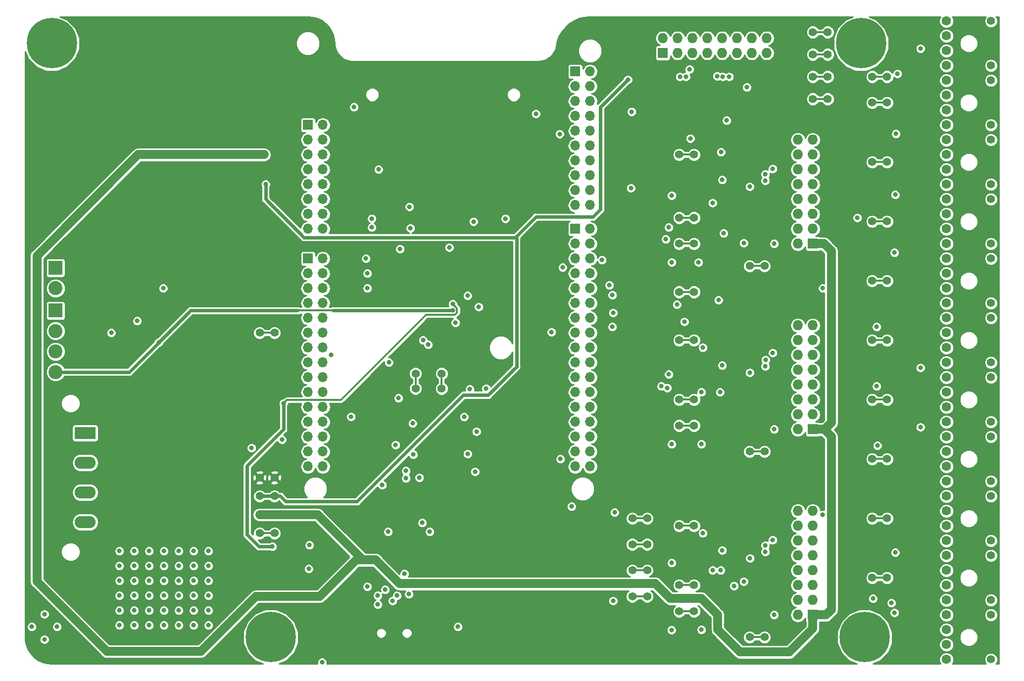
<source format=gbr>
G04 #@! TF.GenerationSoftware,KiCad,Pcbnew,5.0.0-rc2-dev-unknown-d906acc~62~ubuntu17.10.1*
G04 #@! TF.CreationDate,2018-03-15T16:12:45+00:00*
G04 #@! TF.ProjectId,WolfDrive_H7Controller,576F6C6644726976655F4837436F6E74,rev?*
G04 #@! TF.SameCoordinates,Original*
G04 #@! TF.FileFunction,Copper,L3,Inr,Signal*
G04 #@! TF.FilePolarity,Positive*
%FSLAX46Y46*%
G04 Gerber Fmt 4.6, Leading zero omitted, Abs format (unit mm)*
G04 Created by KiCad (PCBNEW 5.0.0-rc2-dev-unknown-d906acc~62~ubuntu17.10.1) date Thu Mar 15 16:12:45 2018*
%MOMM*%
%LPD*%
G01*
G04 APERTURE LIST*
%ADD10C,8.600000*%
%ADD11C,0.700000*%
%ADD12R,1.700000X1.700000*%
%ADD13O,1.700000X1.700000*%
%ADD14C,2.400000*%
%ADD15R,2.400000X2.400000*%
%ADD16R,3.600000X2.080000*%
%ADD17O,3.600000X2.080000*%
%ADD18C,1.600000*%
%ADD19C,1.400000*%
%ADD20O,1.727200X1.727200*%
%ADD21R,1.727200X1.727200*%
%ADD22C,0.800000*%
%ADD23C,1.500000*%
%ADD24C,0.600000*%
%ADD25C,0.300000*%
%ADD26C,1.500000*%
%ADD27C,0.254000*%
G04 APERTURE END LIST*
D10*
X-45085000Y76200000D03*
D11*
X-41860000Y76200000D03*
X-42804581Y73919581D03*
X-45085000Y72975000D03*
X-47365419Y73919581D03*
X-48310000Y76200000D03*
X-47365419Y78480419D03*
X-45085000Y79425000D03*
X-42804581Y78480419D03*
D12*
X-1270000Y39370000D03*
D13*
X1270000Y39370000D03*
X-1270000Y36830000D03*
X1270000Y36830000D03*
X-1270000Y34290000D03*
X1270000Y34290000D03*
X-1270000Y31750000D03*
X1270000Y31750000D03*
X-1270000Y29210000D03*
X1270000Y29210000D03*
X-1270000Y26670000D03*
X1270000Y26670000D03*
X-1270000Y24130000D03*
X1270000Y24130000D03*
X-1270000Y21590000D03*
X1270000Y21590000D03*
X-1270000Y19050000D03*
X1270000Y19050000D03*
X-1270000Y16510000D03*
X1270000Y16510000D03*
X-1270000Y13970000D03*
X1270000Y13970000D03*
X-1270000Y11430000D03*
X1270000Y11430000D03*
X-1270000Y8890000D03*
X1270000Y8890000D03*
X-1270000Y6350000D03*
X1270000Y6350000D03*
X-1270000Y3810000D03*
X1270000Y3810000D03*
D12*
X44450000Y71374000D03*
D13*
X46990000Y71374000D03*
X44450000Y68834000D03*
X46990000Y68834000D03*
X44450000Y66294000D03*
X46990000Y66294000D03*
X44450000Y63754000D03*
X46990000Y63754000D03*
X44450000Y61214000D03*
X46990000Y61214000D03*
X44450000Y58674000D03*
X46990000Y58674000D03*
X44450000Y56134000D03*
X46990000Y56134000D03*
X44450000Y53594000D03*
X46990000Y53594000D03*
X44450000Y51054000D03*
X46990000Y51054000D03*
X44450000Y48514000D03*
X46990000Y48514000D03*
D10*
X-7620000Y-25400000D03*
D11*
X-4395000Y-25400000D03*
X-5339581Y-27680419D03*
X-7620000Y-28625000D03*
X-9900419Y-27680419D03*
X-10845000Y-25400000D03*
X-9900419Y-23119581D03*
X-7620000Y-22175000D03*
X-5339581Y-23119581D03*
D14*
X-44450000Y23480000D03*
X-44450000Y19980000D03*
X-44450000Y26980000D03*
D15*
X-44450000Y30480000D03*
D16*
X-39370000Y9525000D03*
D17*
X-39370000Y4445000D03*
X-39370000Y-635000D03*
X-39370000Y-5715000D03*
D14*
X-44450000Y34290000D03*
D15*
X-44450000Y37790000D03*
D18*
X107950000Y80010000D03*
X107950000Y77470000D03*
X107950000Y74930000D03*
X107950000Y72390000D03*
D19*
X115570000Y72390000D03*
X115570000Y80010000D03*
X115570000Y-1270000D03*
X115570000Y-8890000D03*
D18*
X107950000Y-8890000D03*
X107950000Y-6350000D03*
X107950000Y-3810000D03*
X107950000Y-1270000D03*
D19*
X115570000Y-11430000D03*
X115570000Y-19050000D03*
D18*
X107950000Y-19050000D03*
X107950000Y-16510000D03*
X107950000Y-13970000D03*
X107950000Y-11430000D03*
X107950000Y8890000D03*
X107950000Y6350000D03*
X107950000Y3810000D03*
X107950000Y1270000D03*
D19*
X115570000Y1270000D03*
X115570000Y8890000D03*
X115570000Y19050000D03*
X115570000Y11430000D03*
D18*
X107950000Y11430000D03*
X107950000Y13970000D03*
X107950000Y16510000D03*
X107950000Y19050000D03*
D19*
X115570000Y29210000D03*
X115570000Y21590000D03*
D18*
X107950000Y21590000D03*
X107950000Y24130000D03*
X107950000Y26670000D03*
X107950000Y29210000D03*
X107950000Y39370000D03*
X107950000Y36830000D03*
X107950000Y34290000D03*
X107950000Y31750000D03*
D19*
X115570000Y31750000D03*
X115570000Y39370000D03*
X115570000Y49530000D03*
X115570000Y41910000D03*
D18*
X107950000Y41910000D03*
X107950000Y44450000D03*
X107950000Y46990000D03*
X107950000Y49530000D03*
X107950000Y59690000D03*
X107950000Y57150000D03*
X107950000Y54610000D03*
X107950000Y52070000D03*
D19*
X115570000Y52070000D03*
X115570000Y59690000D03*
D18*
X107950000Y69850000D03*
X107950000Y67310000D03*
X107950000Y64770000D03*
X107950000Y62230000D03*
D19*
X115570000Y62230000D03*
X115570000Y69850000D03*
D18*
X107950000Y-21590000D03*
X107950000Y-24130000D03*
X107950000Y-26670000D03*
X107950000Y-29210000D03*
D19*
X115570000Y-29210000D03*
X115570000Y-21590000D03*
D11*
X95625419Y78480419D03*
X93345000Y79425000D03*
X91064581Y78480419D03*
X90120000Y76200000D03*
X91064581Y73919581D03*
X93345000Y72975000D03*
X95625419Y73919581D03*
X96570000Y76200000D03*
D10*
X93345000Y76200000D03*
D11*
X96260419Y-23119581D03*
X93980000Y-22175000D03*
X91699581Y-23119581D03*
X90755000Y-25400000D03*
X91699581Y-27680419D03*
X93980000Y-28625000D03*
X96260419Y-27680419D03*
X97205000Y-25400000D03*
D10*
X93980000Y-25400000D03*
D19*
X95250000Y-5080000D03*
X97790000Y-5080000D03*
X97790000Y-15240000D03*
X95250000Y-15240000D03*
X95250000Y5080000D03*
X97790000Y5080000D03*
X97790000Y15240000D03*
X95250000Y15240000D03*
X95250000Y25400000D03*
X97790000Y25400000D03*
X97790000Y35560000D03*
X95250000Y35560000D03*
X-9525000Y-4445000D03*
X-6985000Y-4445000D03*
X74295000Y38100000D03*
X76835000Y38100000D03*
X76835000Y6350000D03*
X74295000Y6350000D03*
X76835000Y-25400000D03*
X74295000Y-25400000D03*
X-9525000Y-1270000D03*
X-6985000Y-1270000D03*
X17145000Y17145000D03*
X17145000Y19685000D03*
X21590000Y17145000D03*
X21590000Y19685000D03*
X62230000Y41910000D03*
X64770000Y41910000D03*
X64770000Y-20955000D03*
X62230000Y-20955000D03*
X62230000Y10795000D03*
X64770000Y10795000D03*
X64770000Y46355000D03*
X62230000Y46355000D03*
X62230000Y-16510000D03*
X64770000Y-16510000D03*
X62230000Y15240000D03*
X64770000Y15240000D03*
X62230000Y33655000D03*
X64770000Y33655000D03*
X62230000Y25400000D03*
X64770000Y25400000D03*
X64770000Y-6350000D03*
X62230000Y-6350000D03*
X62230000Y57150000D03*
X64770000Y57150000D03*
X56769000Y-13970000D03*
X54229000Y-13970000D03*
X56769000Y-9525000D03*
X54229000Y-9525000D03*
X97790000Y45720000D03*
X95250000Y45720000D03*
X95250000Y55880000D03*
X97790000Y55880000D03*
X97790000Y66040000D03*
X95250000Y66040000D03*
X95250000Y70485000D03*
X97790000Y70485000D03*
X56769000Y-18415000D03*
X54229000Y-18415000D03*
X-9525000Y1905000D03*
X-6985000Y1905000D03*
X54229000Y-5080000D03*
X56769000Y-5080000D03*
X-9525000Y-7620000D03*
X-6985000Y-7620000D03*
X-6985000Y26670000D03*
X-9525000Y26670000D03*
X87630000Y74295000D03*
X85090000Y74295000D03*
X87630000Y70485000D03*
X85090000Y70485000D03*
X85090000Y66675000D03*
X87630000Y66675000D03*
X85090000Y78105000D03*
X87630000Y78105000D03*
D20*
X77216000Y77089000D03*
X77216000Y74549000D03*
X74676000Y77089000D03*
X74676000Y74549000D03*
X72136000Y77089000D03*
X72136000Y74549000D03*
X69596000Y77089000D03*
X69596000Y74549000D03*
X67056000Y77089000D03*
X67056000Y74549000D03*
X64516000Y77089000D03*
X64516000Y74549000D03*
X61976000Y77089000D03*
X61976000Y74549000D03*
X59436000Y77089000D03*
D21*
X59436000Y74549000D03*
X85090000Y41910000D03*
D20*
X82550000Y41910000D03*
X85090000Y44450000D03*
X82550000Y44450000D03*
X85090000Y46990000D03*
X82550000Y46990000D03*
X85090000Y49530000D03*
X82550000Y49530000D03*
X85090000Y52070000D03*
X82550000Y52070000D03*
X85090000Y54610000D03*
X82550000Y54610000D03*
X85090000Y57150000D03*
X82550000Y57150000D03*
X85090000Y59690000D03*
X82550000Y59690000D03*
D21*
X85090000Y-21590000D03*
D20*
X82550000Y-21590000D03*
X85090000Y-19050000D03*
X82550000Y-19050000D03*
X85090000Y-16510000D03*
X82550000Y-16510000D03*
X85090000Y-13970000D03*
X82550000Y-13970000D03*
X85090000Y-11430000D03*
X82550000Y-11430000D03*
X85090000Y-8890000D03*
X82550000Y-8890000D03*
X85090000Y-6350000D03*
X82550000Y-6350000D03*
X85090000Y-3810000D03*
X82550000Y-3810000D03*
X82550000Y27940000D03*
X85090000Y27940000D03*
X82550000Y25400000D03*
X85090000Y25400000D03*
X82550000Y22860000D03*
X85090000Y22860000D03*
X82550000Y20320000D03*
X85090000Y20320000D03*
X82550000Y17780000D03*
X85090000Y17780000D03*
X82550000Y15240000D03*
X85090000Y15240000D03*
X82550000Y12700000D03*
X85090000Y12700000D03*
X82550000Y10160000D03*
D21*
X85090000Y10160000D03*
D12*
X-1270000Y62230000D03*
D13*
X1270000Y62230000D03*
X-1270000Y59690000D03*
X1270000Y59690000D03*
X-1270000Y57150000D03*
X1270000Y57150000D03*
X-1270000Y54610000D03*
X1270000Y54610000D03*
X-1270000Y52070000D03*
X1270000Y52070000D03*
X-1270000Y49530000D03*
X1270000Y49530000D03*
X-1270000Y46990000D03*
X1270000Y46990000D03*
X-1270000Y44450000D03*
X1270000Y44450000D03*
D12*
X44450000Y44450000D03*
D13*
X46990000Y44450000D03*
X44450000Y41910000D03*
X46990000Y41910000D03*
X44450000Y39370000D03*
X46990000Y39370000D03*
X44450000Y36830000D03*
X46990000Y36830000D03*
X44450000Y34290000D03*
X46990000Y34290000D03*
X44450000Y31750000D03*
X46990000Y31750000D03*
X44450000Y29210000D03*
X46990000Y29210000D03*
X44450000Y26670000D03*
X46990000Y26670000D03*
X44450000Y24130000D03*
X46990000Y24130000D03*
X44450000Y21590000D03*
X46990000Y21590000D03*
X44450000Y19050000D03*
X46990000Y19050000D03*
X44450000Y16510000D03*
X46990000Y16510000D03*
X44450000Y13970000D03*
X46990000Y13970000D03*
X44450000Y11430000D03*
X46990000Y11430000D03*
X44450000Y8890000D03*
X46990000Y8890000D03*
X44450000Y6350000D03*
X46990000Y6350000D03*
X44450000Y3810000D03*
X46990000Y3810000D03*
D22*
X73278990Y42037000D03*
X-10922000Y6985000D03*
X16764000Y5842000D03*
X1143000Y-29718000D03*
X-44196000Y-23622000D03*
X-46355000Y-21463000D03*
X-48514000Y-23622000D03*
X-46355000Y-25781000D03*
X-1016000Y-9652000D03*
X-1143000Y-13716000D03*
X50927000Y-19177000D03*
X-5715000Y8382000D03*
X8647990Y39370000D03*
X16256000Y44577000D03*
X14478000Y41021000D03*
X6604000Y65278000D03*
X37719000Y64135000D03*
X71632877Y-16625010D03*
X60918838Y-24171162D03*
X60452000Y44704000D03*
X60477279Y19569990D03*
X50800000Y27686000D03*
X49022000Y39116000D03*
X60960008Y7620000D03*
X99187000Y50292000D03*
X99187000Y-10922002D03*
X99568000Y70993000D03*
X103505000Y75299010D03*
X103505000Y10541000D03*
X96139000Y7366000D03*
X103505000Y20701000D03*
X96012000Y27686000D03*
X96012000Y17526000D03*
X99060000Y-21209000D03*
X99060000Y40386000D03*
X99314000Y60706000D03*
X64135000Y59920001D03*
X27559000Y9779000D03*
X16637000Y11176000D03*
X69596000Y-10541000D03*
X69596000Y21082000D03*
X69596000Y52832000D03*
X69403000Y57592000D03*
X54102000Y64504000D03*
X62357000Y70485000D03*
X69711000Y70485000D03*
X70358000Y62992000D03*
X26416000Y17018000D03*
X76962000Y-10795000D03*
X76962000Y52705000D03*
X76962000Y20955000D03*
X7577000Y60960000D03*
X8647990Y40513000D03*
X69850000Y8509000D03*
X60960000Y36703000D03*
X50927000Y31496000D03*
X70231000Y40259000D03*
X70284000Y-23241000D03*
X59944000Y58166000D03*
X95377000Y-20320000D03*
X100838000Y79629000D03*
X103898000Y70993000D03*
X99060000Y30988000D03*
X99187000Y20701000D03*
X99187000Y10541000D03*
X103632000Y40132000D03*
X100203000Y36322000D03*
X99822000Y-28575000D03*
X103632000Y-21209000D03*
X103632000Y-10922000D03*
X95504000Y-10414000D03*
X99695000Y-12573000D03*
X95758000Y60833000D03*
X95758000Y50673000D03*
X95758000Y40513000D03*
X99695000Y48514000D03*
X103759000Y50292000D03*
X99695000Y58674000D03*
X103886000Y60452000D03*
X66294000Y-11811000D03*
X66142457Y19800000D03*
X66294000Y51562000D03*
X66548000Y60010000D03*
X57106784Y61995990D03*
X75057000Y61087000D03*
X18796000Y36080000D03*
X12446000Y7366000D03*
X11176000Y11430000D03*
X29972000Y7239000D03*
X25400000Y13589000D03*
X-24765000Y35433000D03*
X99695000Y69215000D03*
X99695000Y-1905000D03*
X-8509000Y52070000D03*
X73812401Y68682953D03*
X41791607Y60697393D03*
X32512000Y46216000D03*
X10795000Y54610000D03*
X16108290Y48236034D03*
X27043707Y45715980D03*
X9652000Y46216000D03*
X50292000Y34810000D03*
X63119000Y28575000D03*
X13208000Y-19177000D03*
X59944000Y42672000D03*
X69850000Y43688000D03*
X65543990Y38735000D03*
X73279000Y-15875030D03*
X69319669Y-13947670D03*
X8890000Y36830000D03*
X66294000Y-7620000D03*
X29210018Y17145000D03*
X51181000Y-4064004D03*
X66294000Y24130000D03*
X68961000Y32258000D03*
X78486000Y41910000D03*
X9652000Y44704000D03*
D23*
X-3556000Y-18415000D03*
X-1778000Y-18415000D03*
X-32131000Y-27812994D03*
X-33909000Y-27812994D03*
X-35687000Y-27812994D03*
D22*
X15240006Y-14541500D03*
X23495000Y31590002D03*
X17785834Y1899157D03*
X11430000Y635000D03*
X53975000Y51435000D03*
X-18288000Y15875000D03*
X-33528000Y3175000D03*
X-30988000Y3175000D03*
X-28448000Y3175000D03*
X-25908000Y3175000D03*
X-23368000Y3175000D03*
X-20828000Y3175000D03*
X-18288000Y3175000D03*
X-33528000Y5715000D03*
X-30988000Y5715000D03*
X-28448000Y5715000D03*
X-25908000Y5715000D03*
X-23368000Y5715000D03*
X-20828000Y5715000D03*
X-18288000Y5715000D03*
X-33528000Y8255000D03*
X-30988000Y8255000D03*
X-28448000Y8255000D03*
X-25908000Y8255000D03*
X-23368000Y8255000D03*
X-20828000Y8255000D03*
X-18288000Y8255000D03*
X-33528000Y10795000D03*
X-30988000Y10795000D03*
X-28448000Y10795000D03*
X-25908000Y10795000D03*
X-23368000Y10795000D03*
X-20828000Y10795000D03*
X-18288000Y10795000D03*
X-33528000Y13335000D03*
X-30988000Y13335000D03*
X-28448000Y13335000D03*
X-25908000Y13335000D03*
X-23368000Y13335000D03*
X-20828000Y13335000D03*
X-18288000Y13335000D03*
X-33528000Y15875000D03*
X-30988000Y15875000D03*
X-28448000Y15875000D03*
X-25908000Y15875000D03*
X-23368000Y15875000D03*
X-20828000Y15875000D03*
X10668000Y-19812000D03*
X53467000Y69977000D03*
X-33528000Y-23368000D03*
X-30988000Y-23368000D03*
X-28448000Y-23368000D03*
X-25908000Y-23368000D03*
X-23368000Y-23368000D03*
X-20828000Y-23368000D03*
X-18288000Y-23368000D03*
X-33528000Y-20828000D03*
X-30988000Y-20828000D03*
X-28448000Y-20828000D03*
X-25908000Y-20828000D03*
X-23368000Y-20828000D03*
X-20828000Y-20828000D03*
X-18288000Y-20828000D03*
X-33528000Y-18288000D03*
X-30988000Y-18288000D03*
X-28448000Y-18288000D03*
X-25908000Y-18288000D03*
X-23368000Y-18288000D03*
X-20828000Y-18288000D03*
X-18288000Y-18288000D03*
X-33528000Y-15748000D03*
X-30988000Y-15748000D03*
X-28448000Y-15748000D03*
X-25908000Y-15748000D03*
X-23368000Y-15748000D03*
X-20828000Y-15748000D03*
X-18288000Y-15748000D03*
X-33528000Y-13208000D03*
X-30988000Y-13208000D03*
X-28448000Y-13208000D03*
X-25908000Y-13208000D03*
X-23368000Y-13208000D03*
X-20828000Y-13208000D03*
X-18288000Y-13208000D03*
X-33528000Y-10668000D03*
X-30988000Y-10668000D03*
X-28448000Y-10668000D03*
X-25908000Y-10668000D03*
X-23368000Y-10668000D03*
X-20828000Y-10668000D03*
X-18288000Y-10668000D03*
X-10922000Y9525000D03*
X-7366000Y-9906008D03*
X-5461000Y14605000D03*
X47752000Y-13589000D03*
X99695000Y1905000D03*
X99695000Y12065000D03*
X26034996Y33020000D03*
X-34925000Y26670000D03*
X43843338Y-3031662D03*
X59182000Y17526000D03*
X95377000Y-18796000D03*
X98552000Y-19558000D03*
X70809601Y70485000D03*
X68716011Y70584998D03*
X63373000Y70485000D03*
X64008000Y71755000D03*
X78486000Y-21590000D03*
X78486000Y10160000D03*
X13715998Y7493000D03*
D23*
X2286000Y-6350000D03*
D22*
X50800000Y33146990D03*
X42291000Y37846000D03*
X50927000Y30099000D03*
X61849000Y31496018D03*
X40386000Y26797000D03*
X13970000Y-18288000D03*
X11938000Y-17272000D03*
X78232000Y54737000D03*
X78232000Y-8763000D03*
X78232000Y23241000D03*
X74295000Y51689000D03*
X76962000Y53805000D03*
X76978096Y-9695000D03*
X74370000Y-11895000D03*
X74320000Y19855000D03*
X77005000Y22055000D03*
X-30480000Y28702000D03*
X12585000Y21590000D03*
X2667000Y22860000D03*
D23*
X-8763000Y57150000D03*
D22*
X27940000Y31115000D03*
X19304000Y24638000D03*
X26035000Y5969000D03*
X14224008Y15494000D03*
X92710000Y46355000D03*
X60960000Y-12700000D03*
X-26035000Y34290000D03*
X22895000Y41275000D03*
X60960000Y38735000D03*
X60960000Y50165000D03*
X8890000Y34290000D03*
X6096000Y12319000D03*
X18034000Y-94000D03*
X7577000Y50800000D03*
X21195000Y41275000D03*
X-8509000Y54610000D03*
X18415000Y25400000D03*
X23960000Y28405000D03*
X60198000Y17260000D03*
X15494000Y1778000D03*
X15494000Y3048000D03*
X66040000Y16510000D03*
X41910000Y5080000D03*
X66040000Y-24130000D03*
X66040000Y7620000D03*
X67945000Y48895000D03*
X67945000Y-13970000D03*
X69215000Y16510000D03*
X86814990Y-4445000D03*
X86815000Y34290000D03*
X-26797000Y25019000D03*
X23495000Y30480000D03*
X8890000Y-16764000D03*
X12446000Y-7366000D03*
X24384000Y-23622000D03*
X10668000Y-18288000D03*
X16002000Y-18034000D03*
X19558000Y-7366000D03*
X18288016Y-5842000D03*
X25441169Y12277831D03*
X27305000Y2921000D03*
D24*
X7114997Y-2200001D02*
X-5065050Y-2200001D01*
X34417000Y20871980D02*
X29563019Y16017999D01*
X25332997Y16017999D02*
X7114997Y-2200001D01*
X29563019Y16017999D02*
X25332997Y16017999D01*
X34236999Y42999999D02*
X34417000Y42819998D01*
X34417000Y42819998D02*
X34417000Y20871980D01*
X-5065050Y-2200001D02*
X-5995051Y-1270000D01*
X-5995051Y-1270000D02*
X-6985000Y-1270000D01*
X34236999Y42999999D02*
X-1966001Y42999999D01*
X48768000Y65278000D02*
X48768000Y47752000D01*
X47498000Y46482000D02*
X37719000Y46482000D01*
X48768000Y47752000D02*
X47498000Y46482000D01*
X37719000Y46482000D02*
X34236999Y42999999D01*
X53467000Y69977000D02*
X48768000Y65278000D01*
X-1966001Y42999999D02*
X-8509000Y49542998D01*
X-8509000Y49542998D02*
X-8509000Y52070000D01*
D25*
X54229000Y-9525000D02*
X56769000Y-9525000D01*
X95250000Y70485000D02*
X97790000Y70485000D01*
D26*
X-30325002Y57150000D02*
X-47625000Y39850002D01*
X-8763000Y57150000D02*
X-30325002Y57150000D01*
X-47625000Y39850002D02*
X-47625000Y-15874994D01*
X-47625000Y-15874994D02*
X-35687000Y-27812994D01*
X-3556000Y-18415000D02*
X-1778000Y-18415000D01*
X-10160000Y-18415000D02*
X-3556000Y-18415000D01*
X-1778000Y-18415000D02*
X762000Y-18415000D01*
X-19557994Y-27812994D02*
X-10160000Y-18415000D01*
X6985000Y-12192000D02*
X8509000Y-12192000D01*
X-32131000Y-27812994D02*
X-19557994Y-27812994D01*
X762000Y-18415000D02*
X6985000Y-12192000D01*
X-32131000Y-27812994D02*
X-33909000Y-27812994D01*
X-33909000Y-27812994D02*
X-35687000Y-27812994D01*
D25*
X24245001Y30840001D02*
X23495000Y31590002D01*
X24245001Y30119999D02*
X24245001Y30840001D01*
X23855001Y29729999D02*
X24245001Y30119999D01*
X18934999Y29729999D02*
X23855001Y29729999D01*
X-5461000Y14605000D02*
X-4895999Y15170001D01*
X4375001Y15170001D02*
X18934999Y29729999D01*
X-4895999Y15170001D02*
X4375001Y15170001D01*
D24*
X-9651992Y-9906008D02*
X-11684000Y-7874000D01*
X-7366000Y-9906008D02*
X-9651992Y-9906008D01*
X-11684000Y-7874000D02*
X-11684000Y3937000D01*
X-5461000Y10160000D02*
X-5461000Y14605000D01*
X-11684000Y3937000D02*
X-5461000Y10160000D01*
D25*
X74295000Y38100000D02*
X76835000Y38100000D01*
X74295000Y6350000D02*
X76835000Y6350000D01*
X74295000Y-25400000D02*
X76835000Y-25400000D01*
X54229000Y-5080000D02*
X56769000Y-5080000D01*
X-9525000Y-7620000D02*
X-6985000Y-7620000D01*
D24*
X-9525000Y-1270000D02*
X-6985000Y-1270000D01*
D25*
X-6985000Y26670000D02*
X-9525000Y26670000D01*
X85090000Y66675000D02*
X87630000Y66675000D01*
X85090000Y70485000D02*
X87630000Y70485000D01*
X85090000Y74295000D02*
X87630000Y74295000D01*
X85090000Y78105000D02*
X87630000Y78105000D01*
X17145000Y19685000D02*
X17145000Y17145000D01*
X95250000Y-5080000D02*
X97790000Y-5080000D01*
X97790000Y-15240000D02*
X95250000Y-15240000D01*
X95250000Y45720000D02*
X97790000Y45720000D01*
X95250000Y55880000D02*
X97790000Y55880000D01*
X97790000Y66040000D02*
X95250000Y66040000D01*
X62230000Y33655000D02*
X64770000Y33655000D01*
X62230000Y41910000D02*
X64770000Y41910000D01*
X62230000Y-20955000D02*
X64770000Y-20955000D01*
X21590000Y19685000D02*
X21590000Y17145000D01*
X62230000Y10795000D02*
X64770000Y10795000D01*
X64770000Y46355000D02*
X62230000Y46355000D01*
X95250000Y35560000D02*
X97790000Y35560000D01*
X95250000Y15240000D02*
X97790000Y15240000D01*
X97790000Y5080000D02*
X95250000Y5080000D01*
X62230000Y-16510000D02*
X64770000Y-16510000D01*
X95250000Y25400000D02*
X97790000Y25400000D01*
X62230000Y15240000D02*
X64770000Y15240000D01*
X62230000Y57150000D02*
X64770000Y57150000D01*
X62230000Y-6350000D02*
X64770000Y-6350000D01*
X62230000Y25400000D02*
X64770000Y25400000D01*
X54229000Y-13970000D02*
X56769000Y-13970000D01*
D26*
X66040000Y-18796000D02*
X68834000Y-21590000D01*
X58166000Y-16256000D02*
X60706000Y-18796000D01*
X14351000Y-16256000D02*
X58166000Y-16256000D01*
X60706000Y-18796000D02*
X66040000Y-18796000D01*
X8128000Y-12192000D02*
X10287000Y-12192000D01*
X10287000Y-12192000D02*
X14351000Y-16256000D01*
X68834000Y-21590000D02*
X68834000Y-24130000D01*
X68834000Y-24130000D02*
X72644000Y-27940000D01*
X72644000Y-27940000D02*
X81103600Y-27940000D01*
X81103600Y-27940000D02*
X85090000Y-23953600D01*
X85090000Y-23953600D02*
X85090000Y-21590000D01*
X381000Y-4445000D02*
X8128000Y-12192000D01*
X-6985000Y-4445000D02*
X381000Y-4445000D01*
X-9525000Y-4445000D02*
X-6985000Y-4445000D01*
X86995000Y10160000D02*
X88265000Y8890000D01*
X88265000Y-20701000D02*
X87376000Y-21590000D01*
X85090000Y10160000D02*
X86995000Y10160000D01*
X87376000Y-21590000D02*
X85090000Y-21590000D01*
X88265000Y8890000D02*
X88265000Y-20701000D01*
X86995000Y41910000D02*
X88265000Y40640000D01*
X85090000Y41910000D02*
X86995000Y41910000D01*
X88265000Y40640000D02*
X88265000Y11271400D01*
X88265000Y11271400D02*
X87153600Y10160000D01*
X87153600Y10160000D02*
X85090000Y10160000D01*
D25*
X54229000Y-18415000D02*
X56769000Y-18415000D01*
X3048000Y30480000D02*
X-3048000Y30480000D01*
D24*
X23495000Y30480000D02*
X3048000Y30480000D01*
X-21336000Y30480000D02*
X-3048000Y30480000D01*
X-44450000Y19980000D02*
X-31836000Y19980000D01*
X-31836000Y19980000D02*
X-26797000Y25019000D01*
X-21336000Y30480000D02*
X-26797000Y25019000D01*
D25*
X-30566000Y21250000D02*
X-26797000Y25019000D01*
D27*
G36*
X-463219Y80683923D02*
X318071Y80470186D01*
X1049152Y80121477D01*
X1706937Y79648812D01*
X2270619Y79067137D01*
X2722388Y78394832D01*
X3047963Y77653152D01*
X3238014Y76861529D01*
X3288602Y76172669D01*
X3293270Y76024116D01*
X3294560Y76015971D01*
X3294042Y76007736D01*
X3302258Y75942699D01*
X3421562Y75317284D01*
X3431709Y75286054D01*
X3437864Y75253790D01*
X3461996Y75192840D01*
X3733087Y74616743D01*
X3750685Y74589013D01*
X3764668Y74559298D01*
X3803199Y74506265D01*
X4209042Y74015685D01*
X4232979Y73993206D01*
X4253916Y73967898D01*
X4304426Y73926113D01*
X4819523Y73551874D01*
X4848302Y73536053D01*
X4874871Y73516749D01*
X4934185Y73488838D01*
X5526167Y73254455D01*
X5557982Y73246286D01*
X5588512Y73234199D01*
X5652904Y73221915D01*
X6266273Y73144428D01*
X6298590Y73138000D01*
X38242592Y73138000D01*
X38264590Y73142376D01*
X38667464Y73176867D01*
X38689329Y73181552D01*
X38711668Y73182561D01*
X38775440Y73197738D01*
X39384356Y73383749D01*
X39414316Y73397205D01*
X39445722Y73406799D01*
X39503710Y73437356D01*
X39503717Y73437359D01*
X39503720Y73437362D01*
X40047243Y73768957D01*
X40072911Y73789438D01*
X40100950Y73806544D01*
X40149522Y73850566D01*
X40593507Y74306915D01*
X40613277Y74333138D01*
X40636179Y74356678D01*
X40672278Y74411397D01*
X40988825Y74963824D01*
X41001453Y74994142D01*
X41017781Y75022636D01*
X41039137Y75084613D01*
X41108766Y75337174D01*
X44943000Y75337174D01*
X44943000Y74522826D01*
X45254637Y73770468D01*
X45830468Y73194637D01*
X46582826Y72883000D01*
X47397174Y72883000D01*
X48149532Y73194637D01*
X48725363Y73770468D01*
X49037000Y74522826D01*
X49037000Y75337174D01*
X48725363Y76089532D01*
X48149532Y76665363D01*
X47397174Y76977000D01*
X46582826Y76977000D01*
X45830468Y76665363D01*
X45254637Y76089532D01*
X44943000Y75337174D01*
X41108766Y75337174D01*
X41208356Y75698407D01*
X41209590Y75706957D01*
X41214333Y75722266D01*
X41424578Y76654195D01*
X41597724Y77089000D01*
X58099724Y77089000D01*
X58201442Y76577629D01*
X58491110Y76144110D01*
X58903804Y75868357D01*
X58572400Y75868357D01*
X58397989Y75833665D01*
X58250131Y75734869D01*
X58151335Y75587011D01*
X58116643Y75412600D01*
X58116643Y73685400D01*
X58151335Y73510989D01*
X58250131Y73363131D01*
X58397989Y73264335D01*
X58572400Y73229643D01*
X60299600Y73229643D01*
X60474011Y73264335D01*
X60621869Y73363131D01*
X60720665Y73510989D01*
X60755357Y73685400D01*
X60755357Y74016804D01*
X61031110Y73604110D01*
X61464629Y73314442D01*
X61846918Y73238400D01*
X62105082Y73238400D01*
X62487371Y73314442D01*
X62920890Y73604110D01*
X63210558Y74037629D01*
X63246000Y74215808D01*
X63281442Y74037629D01*
X63571110Y73604110D01*
X64004629Y73314442D01*
X64386918Y73238400D01*
X64645082Y73238400D01*
X65027371Y73314442D01*
X65460890Y73604110D01*
X65750558Y74037629D01*
X65786000Y74215808D01*
X65821442Y74037629D01*
X66111110Y73604110D01*
X66544629Y73314442D01*
X66926918Y73238400D01*
X67185082Y73238400D01*
X67567371Y73314442D01*
X68000890Y73604110D01*
X68290558Y74037629D01*
X68326000Y74215808D01*
X68361442Y74037629D01*
X68651110Y73604110D01*
X69084629Y73314442D01*
X69466918Y73238400D01*
X69725082Y73238400D01*
X70107371Y73314442D01*
X70540890Y73604110D01*
X70830558Y74037629D01*
X70866000Y74215808D01*
X70901442Y74037629D01*
X71191110Y73604110D01*
X71624629Y73314442D01*
X72006918Y73238400D01*
X72265082Y73238400D01*
X72647371Y73314442D01*
X73080890Y73604110D01*
X73370558Y74037629D01*
X73406000Y74215808D01*
X73441442Y74037629D01*
X73731110Y73604110D01*
X74164629Y73314442D01*
X74546918Y73238400D01*
X74805082Y73238400D01*
X75187371Y73314442D01*
X75620890Y73604110D01*
X75910558Y74037629D01*
X75946000Y74215808D01*
X75981442Y74037629D01*
X76271110Y73604110D01*
X76704629Y73314442D01*
X77086918Y73238400D01*
X77345082Y73238400D01*
X77727371Y73314442D01*
X78160890Y73604110D01*
X78450558Y74037629D01*
X78547134Y74523152D01*
X83943000Y74523152D01*
X83943000Y74066848D01*
X84117620Y73645277D01*
X84440277Y73322620D01*
X84861848Y73148000D01*
X85318152Y73148000D01*
X85739723Y73322620D01*
X86062380Y73645277D01*
X86084219Y73698000D01*
X86635781Y73698000D01*
X86657620Y73645277D01*
X86980277Y73322620D01*
X87401848Y73148000D01*
X87858152Y73148000D01*
X88279723Y73322620D01*
X88602380Y73645277D01*
X88777000Y74066848D01*
X88777000Y74523152D01*
X88602380Y74944723D01*
X88279723Y75267380D01*
X87858152Y75442000D01*
X87401848Y75442000D01*
X86980277Y75267380D01*
X86657620Y74944723D01*
X86635781Y74892000D01*
X86084219Y74892000D01*
X86062380Y74944723D01*
X85739723Y75267380D01*
X85318152Y75442000D01*
X84861848Y75442000D01*
X84440277Y75267380D01*
X84117620Y74944723D01*
X83943000Y74523152D01*
X78547134Y74523152D01*
X78552276Y74549000D01*
X78450558Y75060371D01*
X78160890Y75493890D01*
X77727371Y75783558D01*
X77549192Y75819000D01*
X77727371Y75854442D01*
X78160890Y76144110D01*
X78450558Y76577629D01*
X78552276Y77089000D01*
X78450558Y77600371D01*
X78160890Y78033890D01*
X77727371Y78323558D01*
X77679139Y78333152D01*
X83943000Y78333152D01*
X83943000Y77876848D01*
X84117620Y77455277D01*
X84440277Y77132620D01*
X84861848Y76958000D01*
X85318152Y76958000D01*
X85739723Y77132620D01*
X86062380Y77455277D01*
X86084219Y77508000D01*
X86635781Y77508000D01*
X86657620Y77455277D01*
X86980277Y77132620D01*
X87401848Y76958000D01*
X87858152Y76958000D01*
X88279723Y77132620D01*
X88602380Y77455277D01*
X88777000Y77876848D01*
X88777000Y78333152D01*
X88602380Y78754723D01*
X88279723Y79077380D01*
X87858152Y79252000D01*
X87401848Y79252000D01*
X86980277Y79077380D01*
X86657620Y78754723D01*
X86635781Y78702000D01*
X86084219Y78702000D01*
X86062380Y78754723D01*
X85739723Y79077380D01*
X85318152Y79252000D01*
X84861848Y79252000D01*
X84440277Y79077380D01*
X84117620Y78754723D01*
X83943000Y78333152D01*
X77679139Y78333152D01*
X77345082Y78399600D01*
X77086918Y78399600D01*
X76704629Y78323558D01*
X76271110Y78033890D01*
X75981442Y77600371D01*
X75946000Y77422192D01*
X75910558Y77600371D01*
X75620890Y78033890D01*
X75187371Y78323558D01*
X74805082Y78399600D01*
X74546918Y78399600D01*
X74164629Y78323558D01*
X73731110Y78033890D01*
X73441442Y77600371D01*
X73406000Y77422192D01*
X73370558Y77600371D01*
X73080890Y78033890D01*
X72647371Y78323558D01*
X72265082Y78399600D01*
X72006918Y78399600D01*
X71624629Y78323558D01*
X71191110Y78033890D01*
X70901442Y77600371D01*
X70866000Y77422192D01*
X70830558Y77600371D01*
X70540890Y78033890D01*
X70107371Y78323558D01*
X69725082Y78399600D01*
X69466918Y78399600D01*
X69084629Y78323558D01*
X68651110Y78033890D01*
X68361442Y77600371D01*
X68326000Y77422192D01*
X68290558Y77600371D01*
X68000890Y78033890D01*
X67567371Y78323558D01*
X67185082Y78399600D01*
X66926918Y78399600D01*
X66544629Y78323558D01*
X66111110Y78033890D01*
X65821442Y77600371D01*
X65786000Y77422192D01*
X65750558Y77600371D01*
X65460890Y78033890D01*
X65027371Y78323558D01*
X64645082Y78399600D01*
X64386918Y78399600D01*
X64004629Y78323558D01*
X63571110Y78033890D01*
X63281442Y77600371D01*
X63246000Y77422192D01*
X63210558Y77600371D01*
X62920890Y78033890D01*
X62487371Y78323558D01*
X62105082Y78399600D01*
X61846918Y78399600D01*
X61464629Y78323558D01*
X61031110Y78033890D01*
X60741442Y77600371D01*
X60706000Y77422192D01*
X60670558Y77600371D01*
X60380890Y78033890D01*
X59947371Y78323558D01*
X59565082Y78399600D01*
X59306918Y78399600D01*
X58924629Y78323558D01*
X58491110Y78033890D01*
X58201442Y77600371D01*
X58099724Y77089000D01*
X41597724Y77089000D01*
X41762822Y77503593D01*
X42229775Y78289618D01*
X42813941Y78992918D01*
X43500935Y79596176D01*
X44273838Y80084535D01*
X45113629Y80445976D01*
X45999621Y80671596D01*
X46928685Y80757566D01*
X46991839Y80758000D01*
X91944477Y80758000D01*
X90656041Y80224312D01*
X89320688Y78888959D01*
X88598000Y77144237D01*
X88598000Y75255763D01*
X89320688Y73511041D01*
X90656041Y72175688D01*
X92400763Y71453000D01*
X94289237Y71453000D01*
X96033959Y72175688D01*
X96496315Y72638044D01*
X106703000Y72638044D01*
X106703000Y72141956D01*
X106892845Y71683631D01*
X107243631Y71332845D01*
X107701956Y71143000D01*
X108198044Y71143000D01*
X108656369Y71332845D01*
X109007155Y71683631D01*
X109197000Y72141956D01*
X109197000Y72618152D01*
X114423000Y72618152D01*
X114423000Y72161848D01*
X114597620Y71740277D01*
X114920277Y71417620D01*
X115341848Y71243000D01*
X115798152Y71243000D01*
X116219723Y71417620D01*
X116542380Y71740277D01*
X116717000Y72161848D01*
X116717000Y72618152D01*
X116542380Y73039723D01*
X116219723Y73362380D01*
X115798152Y73537000D01*
X115341848Y73537000D01*
X114920277Y73362380D01*
X114597620Y73039723D01*
X114423000Y72618152D01*
X109197000Y72618152D01*
X109197000Y72638044D01*
X109007155Y73096369D01*
X108656369Y73447155D01*
X108198044Y73637000D01*
X107701956Y73637000D01*
X107243631Y73447155D01*
X106892845Y73096369D01*
X106703000Y72638044D01*
X96496315Y72638044D01*
X97369312Y73511041D01*
X98092000Y75255763D01*
X98092000Y75467489D01*
X102658000Y75467489D01*
X102658000Y75130531D01*
X102786948Y74819223D01*
X103025213Y74580958D01*
X103336521Y74452010D01*
X103673479Y74452010D01*
X103984787Y74580958D01*
X104223052Y74819223D01*
X104352000Y75130531D01*
X104352000Y75178044D01*
X106703000Y75178044D01*
X106703000Y74681956D01*
X106892845Y74223631D01*
X107243631Y73872845D01*
X107701956Y73683000D01*
X108198044Y73683000D01*
X108656369Y73872845D01*
X109007155Y74223631D01*
X109197000Y74681956D01*
X109197000Y75178044D01*
X109007155Y75636369D01*
X108656369Y75987155D01*
X108198044Y76177000D01*
X107701956Y76177000D01*
X107243631Y75987155D01*
X106892845Y75636369D01*
X106703000Y75178044D01*
X104352000Y75178044D01*
X104352000Y75467489D01*
X104223052Y75778797D01*
X103984787Y76017062D01*
X103673479Y76146010D01*
X103336521Y76146010D01*
X103025213Y76017062D01*
X102786948Y75778797D01*
X102658000Y75467489D01*
X98092000Y75467489D01*
X98092000Y77144237D01*
X97854322Y77718044D01*
X106703000Y77718044D01*
X106703000Y77221956D01*
X106892845Y76763631D01*
X107243631Y76412845D01*
X107701956Y76223000D01*
X108198044Y76223000D01*
X108656369Y76412845D01*
X108756258Y76512734D01*
X110187780Y76512734D01*
X110187780Y75887266D01*
X110427136Y75309409D01*
X110869409Y74867136D01*
X111447266Y74627780D01*
X112072734Y74627780D01*
X112650591Y74867136D01*
X113092864Y75309409D01*
X113332220Y75887266D01*
X113332220Y76512734D01*
X113092864Y77090591D01*
X112650591Y77532864D01*
X112072734Y77772220D01*
X111447266Y77772220D01*
X110869409Y77532864D01*
X110427136Y77090591D01*
X110187780Y76512734D01*
X108756258Y76512734D01*
X109007155Y76763631D01*
X109197000Y77221956D01*
X109197000Y77718044D01*
X109007155Y78176369D01*
X108656369Y78527155D01*
X108198044Y78717000D01*
X107701956Y78717000D01*
X107243631Y78527155D01*
X106892845Y78176369D01*
X106703000Y77718044D01*
X97854322Y77718044D01*
X97369312Y78888959D01*
X96033959Y80224312D01*
X94745523Y80758000D01*
X106934476Y80758000D01*
X106892845Y80716369D01*
X106703000Y80258044D01*
X106703000Y79761956D01*
X106892845Y79303631D01*
X107243631Y78952845D01*
X107701956Y78763000D01*
X108198044Y78763000D01*
X108656369Y78952845D01*
X109007155Y79303631D01*
X109197000Y79761956D01*
X109197000Y80258044D01*
X109007155Y80716369D01*
X108965524Y80758000D01*
X114695897Y80758000D01*
X114597620Y80659723D01*
X114423000Y80238152D01*
X114423000Y79781848D01*
X114597620Y79360277D01*
X114920277Y79037620D01*
X115341848Y78863000D01*
X115798152Y78863000D01*
X116219723Y79037620D01*
X116542380Y79360277D01*
X116717000Y79781848D01*
X116717000Y80238152D01*
X116542380Y80659723D01*
X116444103Y80758000D01*
X116953000Y80758000D01*
X116953001Y-29958000D01*
X116444103Y-29958000D01*
X116542380Y-29859723D01*
X116717000Y-29438152D01*
X116717000Y-28981848D01*
X116542380Y-28560277D01*
X116219723Y-28237620D01*
X115798152Y-28063000D01*
X115341848Y-28063000D01*
X114920277Y-28237620D01*
X114597620Y-28560277D01*
X114423000Y-28981848D01*
X114423000Y-29438152D01*
X114597620Y-29859723D01*
X114695897Y-29958000D01*
X108965524Y-29958000D01*
X109007155Y-29916369D01*
X109197000Y-29458044D01*
X109197000Y-28961956D01*
X109007155Y-28503631D01*
X108656369Y-28152845D01*
X108198044Y-27963000D01*
X107701956Y-27963000D01*
X107243631Y-28152845D01*
X106892845Y-28503631D01*
X106703000Y-28961956D01*
X106703000Y-29458044D01*
X106892845Y-29916369D01*
X106934476Y-29958000D01*
X95380523Y-29958000D01*
X96668959Y-29424312D01*
X98004312Y-28088959D01*
X98694807Y-26421956D01*
X106703000Y-26421956D01*
X106703000Y-26918044D01*
X106892845Y-27376369D01*
X107243631Y-27727155D01*
X107701956Y-27917000D01*
X108198044Y-27917000D01*
X108656369Y-27727155D01*
X109007155Y-27376369D01*
X109197000Y-26918044D01*
X109197000Y-26421956D01*
X109007155Y-25963631D01*
X108656369Y-25612845D01*
X108198044Y-25423000D01*
X107701956Y-25423000D01*
X107243631Y-25612845D01*
X106892845Y-25963631D01*
X106703000Y-26421956D01*
X98694807Y-26421956D01*
X98727000Y-26344237D01*
X98727000Y-24455763D01*
X98489322Y-23881956D01*
X106703000Y-23881956D01*
X106703000Y-24378044D01*
X106892845Y-24836369D01*
X107243631Y-25187155D01*
X107701956Y-25377000D01*
X108198044Y-25377000D01*
X108656369Y-25187155D01*
X108756258Y-25087266D01*
X110187780Y-25087266D01*
X110187780Y-25712734D01*
X110427136Y-26290591D01*
X110869409Y-26732864D01*
X111447266Y-26972220D01*
X112072734Y-26972220D01*
X112650591Y-26732864D01*
X113092864Y-26290591D01*
X113332220Y-25712734D01*
X113332220Y-25087266D01*
X113092864Y-24509409D01*
X112650591Y-24067136D01*
X112072734Y-23827780D01*
X111447266Y-23827780D01*
X110869409Y-24067136D01*
X110427136Y-24509409D01*
X110187780Y-25087266D01*
X108756258Y-25087266D01*
X109007155Y-24836369D01*
X109197000Y-24378044D01*
X109197000Y-23881956D01*
X109007155Y-23423631D01*
X108656369Y-23072845D01*
X108198044Y-22883000D01*
X107701956Y-22883000D01*
X107243631Y-23072845D01*
X106892845Y-23423631D01*
X106703000Y-23881956D01*
X98489322Y-23881956D01*
X98004312Y-22711041D01*
X96668959Y-21375688D01*
X95859795Y-21040521D01*
X98213000Y-21040521D01*
X98213000Y-21377479D01*
X98341948Y-21688787D01*
X98580213Y-21927052D01*
X98891521Y-22056000D01*
X99228479Y-22056000D01*
X99539787Y-21927052D01*
X99778052Y-21688787D01*
X99907000Y-21377479D01*
X99907000Y-21341956D01*
X106703000Y-21341956D01*
X106703000Y-21838044D01*
X106892845Y-22296369D01*
X107243631Y-22647155D01*
X107701956Y-22837000D01*
X108198044Y-22837000D01*
X108656369Y-22647155D01*
X109007155Y-22296369D01*
X109197000Y-21838044D01*
X109197000Y-21361848D01*
X114423000Y-21361848D01*
X114423000Y-21818152D01*
X114597620Y-22239723D01*
X114920277Y-22562380D01*
X115341848Y-22737000D01*
X115798152Y-22737000D01*
X116219723Y-22562380D01*
X116542380Y-22239723D01*
X116717000Y-21818152D01*
X116717000Y-21361848D01*
X116542380Y-20940277D01*
X116219723Y-20617620D01*
X115798152Y-20443000D01*
X115341848Y-20443000D01*
X114920277Y-20617620D01*
X114597620Y-20940277D01*
X114423000Y-21361848D01*
X109197000Y-21361848D01*
X109197000Y-21341956D01*
X109007155Y-20883631D01*
X108656369Y-20532845D01*
X108198044Y-20343000D01*
X107701956Y-20343000D01*
X107243631Y-20532845D01*
X106892845Y-20883631D01*
X106703000Y-21341956D01*
X99907000Y-21341956D01*
X99907000Y-21040521D01*
X99778052Y-20729213D01*
X99539787Y-20490948D01*
X99228479Y-20362000D01*
X98891521Y-20362000D01*
X98580213Y-20490948D01*
X98341948Y-20729213D01*
X98213000Y-21040521D01*
X95859795Y-21040521D01*
X94924237Y-20653000D01*
X93035763Y-20653000D01*
X91291041Y-21375688D01*
X89955688Y-22711041D01*
X89233000Y-24455763D01*
X89233000Y-26344237D01*
X89955688Y-28088959D01*
X91291041Y-29424312D01*
X92579477Y-29958000D01*
X1960375Y-29958000D01*
X1990000Y-29886479D01*
X1990000Y-29549521D01*
X1861052Y-29238213D01*
X1622787Y-28999948D01*
X1311479Y-28871000D01*
X974521Y-28871000D01*
X663213Y-28999948D01*
X424948Y-29238213D01*
X296000Y-29549521D01*
X296000Y-29886479D01*
X325625Y-29958000D01*
X-6219477Y-29958000D01*
X-4931041Y-29424312D01*
X-3595688Y-28088959D01*
X-2873000Y-26344237D01*
X-2873000Y-24513576D01*
X10365000Y-24513576D01*
X10365000Y-24870424D01*
X10501560Y-25200110D01*
X10753890Y-25452440D01*
X11083576Y-25589000D01*
X11440424Y-25589000D01*
X11770110Y-25452440D01*
X12022440Y-25200110D01*
X12159000Y-24870424D01*
X12159000Y-24513576D01*
X14765000Y-24513576D01*
X14765000Y-24870424D01*
X14901560Y-25200110D01*
X15153890Y-25452440D01*
X15483576Y-25589000D01*
X15840424Y-25589000D01*
X16170110Y-25452440D01*
X16422440Y-25200110D01*
X16559000Y-24870424D01*
X16559000Y-24513576D01*
X16422440Y-24183890D01*
X16170110Y-23931560D01*
X15840424Y-23795000D01*
X15483576Y-23795000D01*
X15153890Y-23931560D01*
X14901560Y-24183890D01*
X14765000Y-24513576D01*
X12159000Y-24513576D01*
X12022440Y-24183890D01*
X11770110Y-23931560D01*
X11440424Y-23795000D01*
X11083576Y-23795000D01*
X10753890Y-23931560D01*
X10501560Y-24183890D01*
X10365000Y-24513576D01*
X-2873000Y-24513576D01*
X-2873000Y-24455763D01*
X-3288142Y-23453521D01*
X23537000Y-23453521D01*
X23537000Y-23790479D01*
X23665948Y-24101787D01*
X23904213Y-24340052D01*
X24215521Y-24469000D01*
X24552479Y-24469000D01*
X24863787Y-24340052D01*
X25102052Y-24101787D01*
X25143102Y-24002683D01*
X60071838Y-24002683D01*
X60071838Y-24339641D01*
X60200786Y-24650949D01*
X60439051Y-24889214D01*
X60750359Y-25018162D01*
X61087317Y-25018162D01*
X61398625Y-24889214D01*
X61636890Y-24650949D01*
X61765838Y-24339641D01*
X61765838Y-24002683D01*
X61748789Y-23961521D01*
X65193000Y-23961521D01*
X65193000Y-24298479D01*
X65321948Y-24609787D01*
X65560213Y-24848052D01*
X65871521Y-24977000D01*
X66208479Y-24977000D01*
X66519787Y-24848052D01*
X66758052Y-24609787D01*
X66887000Y-24298479D01*
X66887000Y-23961521D01*
X66758052Y-23650213D01*
X66519787Y-23411948D01*
X66208479Y-23283000D01*
X65871521Y-23283000D01*
X65560213Y-23411948D01*
X65321948Y-23650213D01*
X65193000Y-23961521D01*
X61748789Y-23961521D01*
X61636890Y-23691375D01*
X61398625Y-23453110D01*
X61087317Y-23324162D01*
X60750359Y-23324162D01*
X60439051Y-23453110D01*
X60200786Y-23691375D01*
X60071838Y-24002683D01*
X25143102Y-24002683D01*
X25231000Y-23790479D01*
X25231000Y-23453521D01*
X25102052Y-23142213D01*
X24863787Y-22903948D01*
X24552479Y-22775000D01*
X24215521Y-22775000D01*
X23904213Y-22903948D01*
X23665948Y-23142213D01*
X23537000Y-23453521D01*
X-3288142Y-23453521D01*
X-3595688Y-22711041D01*
X-4931041Y-21375688D01*
X-6675763Y-20653000D01*
X-8564237Y-20653000D01*
X-10308959Y-21375688D01*
X-11644312Y-22711041D01*
X-12367000Y-24455763D01*
X-12367000Y-26344237D01*
X-11644312Y-28088959D01*
X-10308959Y-29424312D01*
X-9020523Y-29958000D01*
X-45061757Y-29958000D01*
X-45891783Y-29883922D01*
X-46673070Y-29670186D01*
X-47404152Y-29321477D01*
X-48061934Y-28848814D01*
X-48625619Y-28267137D01*
X-49077386Y-27594837D01*
X-49402963Y-26853152D01*
X-49593014Y-26061529D01*
X-49625987Y-25612521D01*
X-47202000Y-25612521D01*
X-47202000Y-25949479D01*
X-47073052Y-26260787D01*
X-46834787Y-26499052D01*
X-46523479Y-26628000D01*
X-46186521Y-26628000D01*
X-45875213Y-26499052D01*
X-45636948Y-26260787D01*
X-45508000Y-25949479D01*
X-45508000Y-25612521D01*
X-45636948Y-25301213D01*
X-45875213Y-25062948D01*
X-46186521Y-24934000D01*
X-46523479Y-24934000D01*
X-46834787Y-25062948D01*
X-47073052Y-25301213D01*
X-47202000Y-25612521D01*
X-49625987Y-25612521D01*
X-49643000Y-25380860D01*
X-49643000Y-23453521D01*
X-49361000Y-23453521D01*
X-49361000Y-23790479D01*
X-49232052Y-24101787D01*
X-48993787Y-24340052D01*
X-48682479Y-24469000D01*
X-48345521Y-24469000D01*
X-48034213Y-24340052D01*
X-47795948Y-24101787D01*
X-47667000Y-23790479D01*
X-47667000Y-23453521D01*
X-45043000Y-23453521D01*
X-45043000Y-23790479D01*
X-44914052Y-24101787D01*
X-44675787Y-24340052D01*
X-44364479Y-24469000D01*
X-44027521Y-24469000D01*
X-43716213Y-24340052D01*
X-43477948Y-24101787D01*
X-43349000Y-23790479D01*
X-43349000Y-23453521D01*
X-43477948Y-23142213D01*
X-43716213Y-22903948D01*
X-44027521Y-22775000D01*
X-44364479Y-22775000D01*
X-44675787Y-22903948D01*
X-44914052Y-23142213D01*
X-45043000Y-23453521D01*
X-47667000Y-23453521D01*
X-47795948Y-23142213D01*
X-48034213Y-22903948D01*
X-48345521Y-22775000D01*
X-48682479Y-22775000D01*
X-48993787Y-22903948D01*
X-49232052Y-23142213D01*
X-49361000Y-23453521D01*
X-49643000Y-23453521D01*
X-49643000Y-21294521D01*
X-47202000Y-21294521D01*
X-47202000Y-21631479D01*
X-47073052Y-21942787D01*
X-46834787Y-22181052D01*
X-46523479Y-22310000D01*
X-46186521Y-22310000D01*
X-45875213Y-22181052D01*
X-45636948Y-21942787D01*
X-45508000Y-21631479D01*
X-45508000Y-21294521D01*
X-45636948Y-20983213D01*
X-45875213Y-20744948D01*
X-46186521Y-20616000D01*
X-46523479Y-20616000D01*
X-46834787Y-20744948D01*
X-47073052Y-20983213D01*
X-47202000Y-21294521D01*
X-49643000Y-21294521D01*
X-49643000Y39850002D01*
X-48845449Y39850002D01*
X-48822000Y39732116D01*
X-48821999Y-15757103D01*
X-48845449Y-15874994D01*
X-48752548Y-16342040D01*
X-48554768Y-16638039D01*
X-48554765Y-16638042D01*
X-48487987Y-16737982D01*
X-48388047Y-16804760D01*
X-36701769Y-28491038D01*
X-36701768Y-28491040D01*
X-36616766Y-28576042D01*
X-36549988Y-28675982D01*
X-36450048Y-28742760D01*
X-36365046Y-28827762D01*
X-36253988Y-28873764D01*
X-36154046Y-28940543D01*
X-36036155Y-28963993D01*
X-35925098Y-29009994D01*
X-35804888Y-29009994D01*
X-35687000Y-29033443D01*
X-35569112Y-29009994D01*
X-19675880Y-29009994D01*
X-19557994Y-29033443D01*
X-19440108Y-29009994D01*
X-19440103Y-29009994D01*
X-19090948Y-28940543D01*
X-18695006Y-28675982D01*
X-18628226Y-28576039D01*
X-9664187Y-19612000D01*
X644114Y-19612000D01*
X762000Y-19635449D01*
X879886Y-19612000D01*
X879891Y-19612000D01*
X1229046Y-19542549D01*
X1624988Y-19277988D01*
X1691768Y-19178045D01*
X2750292Y-18119521D01*
X9821000Y-18119521D01*
X9821000Y-18456479D01*
X9949948Y-18767787D01*
X10188213Y-19006052D01*
X10294313Y-19050000D01*
X10188213Y-19093948D01*
X9949948Y-19332213D01*
X9821000Y-19643521D01*
X9821000Y-19980479D01*
X9949948Y-20291787D01*
X10188213Y-20530052D01*
X10499521Y-20659000D01*
X10836479Y-20659000D01*
X11147787Y-20530052D01*
X11386052Y-20291787D01*
X11515000Y-19980479D01*
X11515000Y-19643521D01*
X11386052Y-19332213D01*
X11147787Y-19093948D01*
X11041687Y-19050000D01*
X11141826Y-19008521D01*
X12361000Y-19008521D01*
X12361000Y-19345479D01*
X12489948Y-19656787D01*
X12728213Y-19895052D01*
X13039521Y-20024000D01*
X13376479Y-20024000D01*
X13687787Y-19895052D01*
X13926052Y-19656787D01*
X14055000Y-19345479D01*
X14055000Y-19135000D01*
X14138479Y-19135000D01*
X14443826Y-19008521D01*
X50080000Y-19008521D01*
X50080000Y-19345479D01*
X50208948Y-19656787D01*
X50447213Y-19895052D01*
X50758521Y-20024000D01*
X51095479Y-20024000D01*
X51406787Y-19895052D01*
X51645052Y-19656787D01*
X51774000Y-19345479D01*
X51774000Y-19008521D01*
X51645052Y-18697213D01*
X51406787Y-18458948D01*
X51095479Y-18330000D01*
X50758521Y-18330000D01*
X50447213Y-18458948D01*
X50208948Y-18697213D01*
X50080000Y-19008521D01*
X14443826Y-19008521D01*
X14449787Y-19006052D01*
X14688052Y-18767787D01*
X14817000Y-18456479D01*
X14817000Y-18119521D01*
X14688052Y-17808213D01*
X14449787Y-17569948D01*
X14138479Y-17441000D01*
X13801521Y-17441000D01*
X13490213Y-17569948D01*
X13251948Y-17808213D01*
X13123000Y-18119521D01*
X13123000Y-18330000D01*
X13039521Y-18330000D01*
X12728213Y-18458948D01*
X12489948Y-18697213D01*
X12361000Y-19008521D01*
X11141826Y-19008521D01*
X11147787Y-19006052D01*
X11386052Y-18767787D01*
X11515000Y-18456479D01*
X11515000Y-18119521D01*
X11462026Y-17991632D01*
X11769521Y-18119000D01*
X12106479Y-18119000D01*
X12417787Y-17990052D01*
X12656052Y-17751787D01*
X12785000Y-17440479D01*
X12785000Y-17103521D01*
X12656052Y-16792213D01*
X12417787Y-16553948D01*
X12106479Y-16425000D01*
X11769521Y-16425000D01*
X11458213Y-16553948D01*
X11219948Y-16792213D01*
X11091000Y-17103521D01*
X11091000Y-17440479D01*
X11143974Y-17568368D01*
X10836479Y-17441000D01*
X10499521Y-17441000D01*
X10188213Y-17569948D01*
X9949948Y-17808213D01*
X9821000Y-18119521D01*
X2750292Y-18119521D01*
X4274292Y-16595521D01*
X8043000Y-16595521D01*
X8043000Y-16932479D01*
X8171948Y-17243787D01*
X8410213Y-17482052D01*
X8721521Y-17611000D01*
X9058479Y-17611000D01*
X9369787Y-17482052D01*
X9608052Y-17243787D01*
X9737000Y-16932479D01*
X9737000Y-16595521D01*
X9608052Y-16284213D01*
X9369787Y-16045948D01*
X9058479Y-15917000D01*
X8721521Y-15917000D01*
X8410213Y-16045948D01*
X8171948Y-16284213D01*
X8043000Y-16595521D01*
X4274292Y-16595521D01*
X7480814Y-13389000D01*
X8010113Y-13389000D01*
X8127999Y-13412449D01*
X8245885Y-13389000D01*
X9791187Y-13389000D01*
X13421234Y-17019048D01*
X13488012Y-17118988D01*
X13587952Y-17185766D01*
X13587954Y-17185768D01*
X13633752Y-17216369D01*
X13883954Y-17383549D01*
X14233109Y-17453000D01*
X14233113Y-17453000D01*
X14351000Y-17476449D01*
X14468886Y-17453000D01*
X15385161Y-17453000D01*
X15283948Y-17554213D01*
X15155000Y-17865521D01*
X15155000Y-18202479D01*
X15283948Y-18513787D01*
X15522213Y-18752052D01*
X15833521Y-18881000D01*
X16170479Y-18881000D01*
X16481787Y-18752052D01*
X16720052Y-18513787D01*
X16849000Y-18202479D01*
X16849000Y-17865521D01*
X16720052Y-17554213D01*
X16618839Y-17453000D01*
X53568897Y-17453000D01*
X53256620Y-17765277D01*
X53082000Y-18186848D01*
X53082000Y-18643152D01*
X53256620Y-19064723D01*
X53579277Y-19387380D01*
X54000848Y-19562000D01*
X54457152Y-19562000D01*
X54878723Y-19387380D01*
X55201380Y-19064723D01*
X55223219Y-19012000D01*
X55774781Y-19012000D01*
X55796620Y-19064723D01*
X56119277Y-19387380D01*
X56540848Y-19562000D01*
X56997152Y-19562000D01*
X57418723Y-19387380D01*
X57741380Y-19064723D01*
X57916000Y-18643152D01*
X57916000Y-18186848D01*
X57741380Y-17765277D01*
X57429103Y-17453000D01*
X57670187Y-17453000D01*
X59776234Y-19559048D01*
X59843012Y-19658988D01*
X59942952Y-19725766D01*
X59942954Y-19725768D01*
X59988752Y-19756369D01*
X60238954Y-19923549D01*
X60588109Y-19993000D01*
X60588113Y-19993000D01*
X60705999Y-20016449D01*
X60823885Y-19993000D01*
X61569897Y-19993000D01*
X61257620Y-20305277D01*
X61083000Y-20726848D01*
X61083000Y-21183152D01*
X61257620Y-21604723D01*
X61580277Y-21927380D01*
X62001848Y-22102000D01*
X62458152Y-22102000D01*
X62879723Y-21927380D01*
X63202380Y-21604723D01*
X63224219Y-21552000D01*
X63775781Y-21552000D01*
X63797620Y-21604723D01*
X64120277Y-21927380D01*
X64541848Y-22102000D01*
X64998152Y-22102000D01*
X65419723Y-21927380D01*
X65742380Y-21604723D01*
X65917000Y-21183152D01*
X65917000Y-20726848D01*
X65742380Y-20305277D01*
X65430103Y-19993000D01*
X65544187Y-19993000D01*
X67637000Y-22085814D01*
X67637001Y-24012109D01*
X67613551Y-24130000D01*
X67706452Y-24597046D01*
X67904232Y-24893045D01*
X67904235Y-24893048D01*
X67971013Y-24992988D01*
X68070953Y-25059766D01*
X71714234Y-28703048D01*
X71781012Y-28802988D01*
X71880952Y-28869766D01*
X71880954Y-28869768D01*
X72075782Y-28999948D01*
X72176954Y-29067549D01*
X72526109Y-29137000D01*
X72526112Y-29137000D01*
X72644000Y-29160449D01*
X72761888Y-29137000D01*
X80985714Y-29137000D01*
X81103600Y-29160449D01*
X81221486Y-29137000D01*
X81221491Y-29137000D01*
X81570646Y-29067549D01*
X81966588Y-28802988D01*
X82033368Y-28703045D01*
X85853048Y-24883366D01*
X85952988Y-24816588D01*
X86019766Y-24716648D01*
X86019768Y-24716646D01*
X86217548Y-24420647D01*
X86217549Y-24420646D01*
X86287000Y-24071491D01*
X86287000Y-24071487D01*
X86310449Y-23953600D01*
X86287000Y-23835714D01*
X86287000Y-22787000D01*
X87258114Y-22787000D01*
X87376000Y-22810449D01*
X87493886Y-22787000D01*
X87493891Y-22787000D01*
X87843046Y-22717549D01*
X88238988Y-22452988D01*
X88305768Y-22353045D01*
X89028047Y-21630766D01*
X89127988Y-21563988D01*
X89194766Y-21464048D01*
X89194768Y-21464046D01*
X89392549Y-21168047D01*
X89417915Y-21040521D01*
X89462000Y-20818891D01*
X89462000Y-20818888D01*
X89485449Y-20701000D01*
X89462000Y-20583112D01*
X89462000Y-18627521D01*
X94530000Y-18627521D01*
X94530000Y-18964479D01*
X94658948Y-19275787D01*
X94897213Y-19514052D01*
X95208521Y-19643000D01*
X95545479Y-19643000D01*
X95856787Y-19514052D01*
X95981318Y-19389521D01*
X97705000Y-19389521D01*
X97705000Y-19726479D01*
X97833948Y-20037787D01*
X98072213Y-20276052D01*
X98383521Y-20405000D01*
X98720479Y-20405000D01*
X99031787Y-20276052D01*
X99270052Y-20037787D01*
X99399000Y-19726479D01*
X99399000Y-19389521D01*
X99270052Y-19078213D01*
X99031787Y-18839948D01*
X98940067Y-18801956D01*
X106703000Y-18801956D01*
X106703000Y-19298044D01*
X106892845Y-19756369D01*
X107243631Y-20107155D01*
X107701956Y-20297000D01*
X108198044Y-20297000D01*
X108656369Y-20107155D01*
X109007155Y-19756369D01*
X109197000Y-19298044D01*
X109197000Y-18821848D01*
X114423000Y-18821848D01*
X114423000Y-19278152D01*
X114597620Y-19699723D01*
X114920277Y-20022380D01*
X115341848Y-20197000D01*
X115798152Y-20197000D01*
X116219723Y-20022380D01*
X116542380Y-19699723D01*
X116717000Y-19278152D01*
X116717000Y-18821848D01*
X116542380Y-18400277D01*
X116219723Y-18077620D01*
X115798152Y-17903000D01*
X115341848Y-17903000D01*
X114920277Y-18077620D01*
X114597620Y-18400277D01*
X114423000Y-18821848D01*
X109197000Y-18821848D01*
X109197000Y-18801956D01*
X109007155Y-18343631D01*
X108656369Y-17992845D01*
X108198044Y-17803000D01*
X107701956Y-17803000D01*
X107243631Y-17992845D01*
X106892845Y-18343631D01*
X106703000Y-18801956D01*
X98940067Y-18801956D01*
X98720479Y-18711000D01*
X98383521Y-18711000D01*
X98072213Y-18839948D01*
X97833948Y-19078213D01*
X97705000Y-19389521D01*
X95981318Y-19389521D01*
X96095052Y-19275787D01*
X96224000Y-18964479D01*
X96224000Y-18627521D01*
X96095052Y-18316213D01*
X95856787Y-18077948D01*
X95545479Y-17949000D01*
X95208521Y-17949000D01*
X94897213Y-18077948D01*
X94658948Y-18316213D01*
X94530000Y-18627521D01*
X89462000Y-18627521D01*
X89462000Y-15011848D01*
X94103000Y-15011848D01*
X94103000Y-15468152D01*
X94277620Y-15889723D01*
X94600277Y-16212380D01*
X95021848Y-16387000D01*
X95478152Y-16387000D01*
X95899723Y-16212380D01*
X96222380Y-15889723D01*
X96244219Y-15837000D01*
X96795781Y-15837000D01*
X96817620Y-15889723D01*
X97140277Y-16212380D01*
X97561848Y-16387000D01*
X98018152Y-16387000D01*
X98320035Y-16261956D01*
X106703000Y-16261956D01*
X106703000Y-16758044D01*
X106892845Y-17216369D01*
X107243631Y-17567155D01*
X107701956Y-17757000D01*
X108198044Y-17757000D01*
X108656369Y-17567155D01*
X109007155Y-17216369D01*
X109197000Y-16758044D01*
X109197000Y-16261956D01*
X109007155Y-15803631D01*
X108656369Y-15452845D01*
X108198044Y-15263000D01*
X107701956Y-15263000D01*
X107243631Y-15452845D01*
X106892845Y-15803631D01*
X106703000Y-16261956D01*
X98320035Y-16261956D01*
X98439723Y-16212380D01*
X98762380Y-15889723D01*
X98937000Y-15468152D01*
X98937000Y-15011848D01*
X98762380Y-14590277D01*
X98439723Y-14267620D01*
X98018152Y-14093000D01*
X97561848Y-14093000D01*
X97140277Y-14267620D01*
X96817620Y-14590277D01*
X96795781Y-14643000D01*
X96244219Y-14643000D01*
X96222380Y-14590277D01*
X95899723Y-14267620D01*
X95478152Y-14093000D01*
X95021848Y-14093000D01*
X94600277Y-14267620D01*
X94277620Y-14590277D01*
X94103000Y-15011848D01*
X89462000Y-15011848D01*
X89462000Y-13721956D01*
X106703000Y-13721956D01*
X106703000Y-14218044D01*
X106892845Y-14676369D01*
X107243631Y-15027155D01*
X107701956Y-15217000D01*
X108198044Y-15217000D01*
X108656369Y-15027155D01*
X108756258Y-14927266D01*
X110187780Y-14927266D01*
X110187780Y-15552734D01*
X110427136Y-16130591D01*
X110869409Y-16572864D01*
X111447266Y-16812220D01*
X112072734Y-16812220D01*
X112650591Y-16572864D01*
X113092864Y-16130591D01*
X113332220Y-15552734D01*
X113332220Y-14927266D01*
X113092864Y-14349409D01*
X112650591Y-13907136D01*
X112072734Y-13667780D01*
X111447266Y-13667780D01*
X110869409Y-13907136D01*
X110427136Y-14349409D01*
X110187780Y-14927266D01*
X108756258Y-14927266D01*
X109007155Y-14676369D01*
X109197000Y-14218044D01*
X109197000Y-13721956D01*
X109007155Y-13263631D01*
X108656369Y-12912845D01*
X108198044Y-12723000D01*
X107701956Y-12723000D01*
X107243631Y-12912845D01*
X106892845Y-13263631D01*
X106703000Y-13721956D01*
X89462000Y-13721956D01*
X89462000Y-10753523D01*
X98340000Y-10753523D01*
X98340000Y-11090481D01*
X98468948Y-11401789D01*
X98707213Y-11640054D01*
X99018521Y-11769002D01*
X99355479Y-11769002D01*
X99666787Y-11640054D01*
X99905052Y-11401789D01*
X99996109Y-11181956D01*
X106703000Y-11181956D01*
X106703000Y-11678044D01*
X106892845Y-12136369D01*
X107243631Y-12487155D01*
X107701956Y-12677000D01*
X108198044Y-12677000D01*
X108656369Y-12487155D01*
X109007155Y-12136369D01*
X109197000Y-11678044D01*
X109197000Y-11201848D01*
X114423000Y-11201848D01*
X114423000Y-11658152D01*
X114597620Y-12079723D01*
X114920277Y-12402380D01*
X115341848Y-12577000D01*
X115798152Y-12577000D01*
X116219723Y-12402380D01*
X116542380Y-12079723D01*
X116717000Y-11658152D01*
X116717000Y-11201848D01*
X116542380Y-10780277D01*
X116219723Y-10457620D01*
X115798152Y-10283000D01*
X115341848Y-10283000D01*
X114920277Y-10457620D01*
X114597620Y-10780277D01*
X114423000Y-11201848D01*
X109197000Y-11201848D01*
X109197000Y-11181956D01*
X109007155Y-10723631D01*
X108656369Y-10372845D01*
X108198044Y-10183000D01*
X107701956Y-10183000D01*
X107243631Y-10372845D01*
X106892845Y-10723631D01*
X106703000Y-11181956D01*
X99996109Y-11181956D01*
X100034000Y-11090481D01*
X100034000Y-10753523D01*
X99905052Y-10442215D01*
X99666787Y-10203950D01*
X99355479Y-10075002D01*
X99018521Y-10075002D01*
X98707213Y-10203950D01*
X98468948Y-10442215D01*
X98340000Y-10753523D01*
X89462000Y-10753523D01*
X89462000Y-8641956D01*
X106703000Y-8641956D01*
X106703000Y-9138044D01*
X106892845Y-9596369D01*
X107243631Y-9947155D01*
X107701956Y-10137000D01*
X108198044Y-10137000D01*
X108656369Y-9947155D01*
X109007155Y-9596369D01*
X109197000Y-9138044D01*
X109197000Y-8661848D01*
X114423000Y-8661848D01*
X114423000Y-9118152D01*
X114597620Y-9539723D01*
X114920277Y-9862380D01*
X115341848Y-10037000D01*
X115798152Y-10037000D01*
X116219723Y-9862380D01*
X116542380Y-9539723D01*
X116717000Y-9118152D01*
X116717000Y-8661848D01*
X116542380Y-8240277D01*
X116219723Y-7917620D01*
X115798152Y-7743000D01*
X115341848Y-7743000D01*
X114920277Y-7917620D01*
X114597620Y-8240277D01*
X114423000Y-8661848D01*
X109197000Y-8661848D01*
X109197000Y-8641956D01*
X109007155Y-8183631D01*
X108656369Y-7832845D01*
X108198044Y-7643000D01*
X107701956Y-7643000D01*
X107243631Y-7832845D01*
X106892845Y-8183631D01*
X106703000Y-8641956D01*
X89462000Y-8641956D01*
X89462000Y-4851848D01*
X94103000Y-4851848D01*
X94103000Y-5308152D01*
X94277620Y-5729723D01*
X94600277Y-6052380D01*
X95021848Y-6227000D01*
X95478152Y-6227000D01*
X95899723Y-6052380D01*
X96222380Y-5729723D01*
X96244219Y-5677000D01*
X96795781Y-5677000D01*
X96817620Y-5729723D01*
X97140277Y-6052380D01*
X97561848Y-6227000D01*
X98018152Y-6227000D01*
X98320035Y-6101956D01*
X106703000Y-6101956D01*
X106703000Y-6598044D01*
X106892845Y-7056369D01*
X107243631Y-7407155D01*
X107701956Y-7597000D01*
X108198044Y-7597000D01*
X108656369Y-7407155D01*
X109007155Y-7056369D01*
X109197000Y-6598044D01*
X109197000Y-6101956D01*
X109007155Y-5643631D01*
X108656369Y-5292845D01*
X108198044Y-5103000D01*
X107701956Y-5103000D01*
X107243631Y-5292845D01*
X106892845Y-5643631D01*
X106703000Y-6101956D01*
X98320035Y-6101956D01*
X98439723Y-6052380D01*
X98762380Y-5729723D01*
X98937000Y-5308152D01*
X98937000Y-4851848D01*
X98762380Y-4430277D01*
X98439723Y-4107620D01*
X98018152Y-3933000D01*
X97561848Y-3933000D01*
X97140277Y-4107620D01*
X96817620Y-4430277D01*
X96795781Y-4483000D01*
X96244219Y-4483000D01*
X96222380Y-4430277D01*
X95899723Y-4107620D01*
X95478152Y-3933000D01*
X95021848Y-3933000D01*
X94600277Y-4107620D01*
X94277620Y-4430277D01*
X94103000Y-4851848D01*
X89462000Y-4851848D01*
X89462000Y-3561956D01*
X106703000Y-3561956D01*
X106703000Y-4058044D01*
X106892845Y-4516369D01*
X107243631Y-4867155D01*
X107701956Y-5057000D01*
X108198044Y-5057000D01*
X108656369Y-4867155D01*
X108756258Y-4767266D01*
X110187780Y-4767266D01*
X110187780Y-5392734D01*
X110427136Y-5970591D01*
X110869409Y-6412864D01*
X111447266Y-6652220D01*
X112072734Y-6652220D01*
X112650591Y-6412864D01*
X113092864Y-5970591D01*
X113332220Y-5392734D01*
X113332220Y-4767266D01*
X113092864Y-4189409D01*
X112650591Y-3747136D01*
X112072734Y-3507780D01*
X111447266Y-3507780D01*
X110869409Y-3747136D01*
X110427136Y-4189409D01*
X110187780Y-4767266D01*
X108756258Y-4767266D01*
X109007155Y-4516369D01*
X109197000Y-4058044D01*
X109197000Y-3561956D01*
X109007155Y-3103631D01*
X108656369Y-2752845D01*
X108198044Y-2563000D01*
X107701956Y-2563000D01*
X107243631Y-2752845D01*
X106892845Y-3103631D01*
X106703000Y-3561956D01*
X89462000Y-3561956D01*
X89462000Y-1021956D01*
X106703000Y-1021956D01*
X106703000Y-1518044D01*
X106892845Y-1976369D01*
X107243631Y-2327155D01*
X107701956Y-2517000D01*
X108198044Y-2517000D01*
X108656369Y-2327155D01*
X109007155Y-1976369D01*
X109197000Y-1518044D01*
X109197000Y-1041848D01*
X114423000Y-1041848D01*
X114423000Y-1498152D01*
X114597620Y-1919723D01*
X114920277Y-2242380D01*
X115341848Y-2417000D01*
X115798152Y-2417000D01*
X116219723Y-2242380D01*
X116542380Y-1919723D01*
X116717000Y-1498152D01*
X116717000Y-1041848D01*
X116542380Y-620277D01*
X116219723Y-297620D01*
X115798152Y-123000D01*
X115341848Y-123000D01*
X114920277Y-297620D01*
X114597620Y-620277D01*
X114423000Y-1041848D01*
X109197000Y-1041848D01*
X109197000Y-1021956D01*
X109007155Y-563631D01*
X108656369Y-212845D01*
X108198044Y-23000D01*
X107701956Y-23000D01*
X107243631Y-212845D01*
X106892845Y-563631D01*
X106703000Y-1021956D01*
X89462000Y-1021956D01*
X89462000Y1518044D01*
X106703000Y1518044D01*
X106703000Y1021956D01*
X106892845Y563631D01*
X107243631Y212845D01*
X107701956Y23000D01*
X108198044Y23000D01*
X108656369Y212845D01*
X109007155Y563631D01*
X109197000Y1021956D01*
X109197000Y1498152D01*
X114423000Y1498152D01*
X114423000Y1041848D01*
X114597620Y620277D01*
X114920277Y297620D01*
X115341848Y123000D01*
X115798152Y123000D01*
X116219723Y297620D01*
X116542380Y620277D01*
X116717000Y1041848D01*
X116717000Y1498152D01*
X116542380Y1919723D01*
X116219723Y2242380D01*
X115798152Y2417000D01*
X115341848Y2417000D01*
X114920277Y2242380D01*
X114597620Y1919723D01*
X114423000Y1498152D01*
X109197000Y1498152D01*
X109197000Y1518044D01*
X109007155Y1976369D01*
X108656369Y2327155D01*
X108198044Y2517000D01*
X107701956Y2517000D01*
X107243631Y2327155D01*
X106892845Y1976369D01*
X106703000Y1518044D01*
X89462000Y1518044D01*
X89462000Y5308152D01*
X94103000Y5308152D01*
X94103000Y4851848D01*
X94277620Y4430277D01*
X94600277Y4107620D01*
X95021848Y3933000D01*
X95478152Y3933000D01*
X95899723Y4107620D01*
X96222380Y4430277D01*
X96244219Y4483000D01*
X96795781Y4483000D01*
X96817620Y4430277D01*
X97140277Y4107620D01*
X97561848Y3933000D01*
X98018152Y3933000D01*
X98320035Y4058044D01*
X106703000Y4058044D01*
X106703000Y3561956D01*
X106892845Y3103631D01*
X107243631Y2752845D01*
X107701956Y2563000D01*
X108198044Y2563000D01*
X108656369Y2752845D01*
X109007155Y3103631D01*
X109197000Y3561956D01*
X109197000Y4058044D01*
X109007155Y4516369D01*
X108656369Y4867155D01*
X108198044Y5057000D01*
X107701956Y5057000D01*
X107243631Y4867155D01*
X106892845Y4516369D01*
X106703000Y4058044D01*
X98320035Y4058044D01*
X98439723Y4107620D01*
X98762380Y4430277D01*
X98937000Y4851848D01*
X98937000Y5308152D01*
X98762380Y5729723D01*
X98439723Y6052380D01*
X98018152Y6227000D01*
X97561848Y6227000D01*
X97140277Y6052380D01*
X96817620Y5729723D01*
X96795781Y5677000D01*
X96244219Y5677000D01*
X96222380Y5729723D01*
X95899723Y6052380D01*
X95478152Y6227000D01*
X95021848Y6227000D01*
X94600277Y6052380D01*
X94277620Y5729723D01*
X94103000Y5308152D01*
X89462000Y5308152D01*
X89462000Y7534479D01*
X95292000Y7534479D01*
X95292000Y7197521D01*
X95420948Y6886213D01*
X95659213Y6647948D01*
X95970521Y6519000D01*
X96307479Y6519000D01*
X96498308Y6598044D01*
X106703000Y6598044D01*
X106703000Y6101956D01*
X106892845Y5643631D01*
X107243631Y5292845D01*
X107701956Y5103000D01*
X108198044Y5103000D01*
X108656369Y5292845D01*
X108756258Y5392734D01*
X110187780Y5392734D01*
X110187780Y4767266D01*
X110427136Y4189409D01*
X110869409Y3747136D01*
X111447266Y3507780D01*
X112072734Y3507780D01*
X112650591Y3747136D01*
X113092864Y4189409D01*
X113332220Y4767266D01*
X113332220Y5392734D01*
X113092864Y5970591D01*
X112650591Y6412864D01*
X112072734Y6652220D01*
X111447266Y6652220D01*
X110869409Y6412864D01*
X110427136Y5970591D01*
X110187780Y5392734D01*
X108756258Y5392734D01*
X109007155Y5643631D01*
X109197000Y6101956D01*
X109197000Y6598044D01*
X109007155Y7056369D01*
X108656369Y7407155D01*
X108198044Y7597000D01*
X107701956Y7597000D01*
X107243631Y7407155D01*
X106892845Y7056369D01*
X106703000Y6598044D01*
X96498308Y6598044D01*
X96618787Y6647948D01*
X96857052Y6886213D01*
X96986000Y7197521D01*
X96986000Y7534479D01*
X96857052Y7845787D01*
X96618787Y8084052D01*
X96307479Y8213000D01*
X95970521Y8213000D01*
X95659213Y8084052D01*
X95420948Y7845787D01*
X95292000Y7534479D01*
X89462000Y7534479D01*
X89462000Y8772115D01*
X89485449Y8890001D01*
X89462000Y9007887D01*
X89462000Y9007891D01*
X89436112Y9138044D01*
X106703000Y9138044D01*
X106703000Y8641956D01*
X106892845Y8183631D01*
X107243631Y7832845D01*
X107701956Y7643000D01*
X108198044Y7643000D01*
X108656369Y7832845D01*
X109007155Y8183631D01*
X109197000Y8641956D01*
X109197000Y9118152D01*
X114423000Y9118152D01*
X114423000Y8661848D01*
X114597620Y8240277D01*
X114920277Y7917620D01*
X115341848Y7743000D01*
X115798152Y7743000D01*
X116219723Y7917620D01*
X116542380Y8240277D01*
X116717000Y8661848D01*
X116717000Y9118152D01*
X116542380Y9539723D01*
X116219723Y9862380D01*
X115798152Y10037000D01*
X115341848Y10037000D01*
X114920277Y9862380D01*
X114597620Y9539723D01*
X114423000Y9118152D01*
X109197000Y9118152D01*
X109197000Y9138044D01*
X109007155Y9596369D01*
X108656369Y9947155D01*
X108198044Y10137000D01*
X107701956Y10137000D01*
X107243631Y9947155D01*
X106892845Y9596369D01*
X106703000Y9138044D01*
X89436112Y9138044D01*
X89392549Y9357046D01*
X89215884Y9621443D01*
X89194768Y9653046D01*
X89194766Y9653048D01*
X89127988Y9752988D01*
X89028048Y9819766D01*
X88767114Y10080700D01*
X89028048Y10341634D01*
X89127988Y10408412D01*
X89194766Y10508352D01*
X89194768Y10508354D01*
X89329155Y10709479D01*
X102658000Y10709479D01*
X102658000Y10372521D01*
X102786948Y10061213D01*
X103025213Y9822948D01*
X103336521Y9694000D01*
X103673479Y9694000D01*
X103984787Y9822948D01*
X104223052Y10061213D01*
X104352000Y10372521D01*
X104352000Y10709479D01*
X104223052Y11020787D01*
X103984787Y11259052D01*
X103673479Y11388000D01*
X103336521Y11388000D01*
X103025213Y11259052D01*
X102786948Y11020787D01*
X102658000Y10709479D01*
X89329155Y10709479D01*
X89349155Y10739411D01*
X89392549Y10804354D01*
X89462000Y11153509D01*
X89462000Y11153513D01*
X89485449Y11271400D01*
X89462000Y11389286D01*
X89462000Y11678044D01*
X106703000Y11678044D01*
X106703000Y11181956D01*
X106892845Y10723631D01*
X107243631Y10372845D01*
X107701956Y10183000D01*
X108198044Y10183000D01*
X108656369Y10372845D01*
X109007155Y10723631D01*
X109197000Y11181956D01*
X109197000Y11658152D01*
X114423000Y11658152D01*
X114423000Y11201848D01*
X114597620Y10780277D01*
X114920277Y10457620D01*
X115341848Y10283000D01*
X115798152Y10283000D01*
X116219723Y10457620D01*
X116542380Y10780277D01*
X116717000Y11201848D01*
X116717000Y11658152D01*
X116542380Y12079723D01*
X116219723Y12402380D01*
X115798152Y12577000D01*
X115341848Y12577000D01*
X114920277Y12402380D01*
X114597620Y12079723D01*
X114423000Y11658152D01*
X109197000Y11658152D01*
X109197000Y11678044D01*
X109007155Y12136369D01*
X108656369Y12487155D01*
X108198044Y12677000D01*
X107701956Y12677000D01*
X107243631Y12487155D01*
X106892845Y12136369D01*
X106703000Y11678044D01*
X89462000Y11678044D01*
X89462000Y15468152D01*
X94103000Y15468152D01*
X94103000Y15011848D01*
X94277620Y14590277D01*
X94600277Y14267620D01*
X95021848Y14093000D01*
X95478152Y14093000D01*
X95899723Y14267620D01*
X96222380Y14590277D01*
X96244219Y14643000D01*
X96795781Y14643000D01*
X96817620Y14590277D01*
X97140277Y14267620D01*
X97561848Y14093000D01*
X98018152Y14093000D01*
X98320035Y14218044D01*
X106703000Y14218044D01*
X106703000Y13721956D01*
X106892845Y13263631D01*
X107243631Y12912845D01*
X107701956Y12723000D01*
X108198044Y12723000D01*
X108656369Y12912845D01*
X109007155Y13263631D01*
X109197000Y13721956D01*
X109197000Y14218044D01*
X109007155Y14676369D01*
X108656369Y15027155D01*
X108198044Y15217000D01*
X107701956Y15217000D01*
X107243631Y15027155D01*
X106892845Y14676369D01*
X106703000Y14218044D01*
X98320035Y14218044D01*
X98439723Y14267620D01*
X98762380Y14590277D01*
X98937000Y15011848D01*
X98937000Y15468152D01*
X98762380Y15889723D01*
X98439723Y16212380D01*
X98018152Y16387000D01*
X97561848Y16387000D01*
X97140277Y16212380D01*
X96817620Y15889723D01*
X96795781Y15837000D01*
X96244219Y15837000D01*
X96222380Y15889723D01*
X95899723Y16212380D01*
X95478152Y16387000D01*
X95021848Y16387000D01*
X94600277Y16212380D01*
X94277620Y15889723D01*
X94103000Y15468152D01*
X89462000Y15468152D01*
X89462000Y17694479D01*
X95165000Y17694479D01*
X95165000Y17357521D01*
X95293948Y17046213D01*
X95532213Y16807948D01*
X95843521Y16679000D01*
X96180479Y16679000D01*
X96371308Y16758044D01*
X106703000Y16758044D01*
X106703000Y16261956D01*
X106892845Y15803631D01*
X107243631Y15452845D01*
X107701956Y15263000D01*
X108198044Y15263000D01*
X108656369Y15452845D01*
X108756258Y15552734D01*
X110187780Y15552734D01*
X110187780Y14927266D01*
X110427136Y14349409D01*
X110869409Y13907136D01*
X111447266Y13667780D01*
X112072734Y13667780D01*
X112650591Y13907136D01*
X113092864Y14349409D01*
X113332220Y14927266D01*
X113332220Y15552734D01*
X113092864Y16130591D01*
X112650591Y16572864D01*
X112072734Y16812220D01*
X111447266Y16812220D01*
X110869409Y16572864D01*
X110427136Y16130591D01*
X110187780Y15552734D01*
X108756258Y15552734D01*
X109007155Y15803631D01*
X109197000Y16261956D01*
X109197000Y16758044D01*
X109007155Y17216369D01*
X108656369Y17567155D01*
X108198044Y17757000D01*
X107701956Y17757000D01*
X107243631Y17567155D01*
X106892845Y17216369D01*
X106703000Y16758044D01*
X96371308Y16758044D01*
X96491787Y16807948D01*
X96730052Y17046213D01*
X96859000Y17357521D01*
X96859000Y17694479D01*
X96730052Y18005787D01*
X96491787Y18244052D01*
X96180479Y18373000D01*
X95843521Y18373000D01*
X95532213Y18244052D01*
X95293948Y18005787D01*
X95165000Y17694479D01*
X89462000Y17694479D01*
X89462000Y19298044D01*
X106703000Y19298044D01*
X106703000Y18801956D01*
X106892845Y18343631D01*
X107243631Y17992845D01*
X107701956Y17803000D01*
X108198044Y17803000D01*
X108656369Y17992845D01*
X109007155Y18343631D01*
X109197000Y18801956D01*
X109197000Y19278152D01*
X114423000Y19278152D01*
X114423000Y18821848D01*
X114597620Y18400277D01*
X114920277Y18077620D01*
X115341848Y17903000D01*
X115798152Y17903000D01*
X116219723Y18077620D01*
X116542380Y18400277D01*
X116717000Y18821848D01*
X116717000Y19278152D01*
X116542380Y19699723D01*
X116219723Y20022380D01*
X115798152Y20197000D01*
X115341848Y20197000D01*
X114920277Y20022380D01*
X114597620Y19699723D01*
X114423000Y19278152D01*
X109197000Y19278152D01*
X109197000Y19298044D01*
X109007155Y19756369D01*
X108656369Y20107155D01*
X108198044Y20297000D01*
X107701956Y20297000D01*
X107243631Y20107155D01*
X106892845Y19756369D01*
X106703000Y19298044D01*
X89462000Y19298044D01*
X89462000Y20869479D01*
X102658000Y20869479D01*
X102658000Y20532521D01*
X102786948Y20221213D01*
X103025213Y19982948D01*
X103336521Y19854000D01*
X103673479Y19854000D01*
X103984787Y19982948D01*
X104223052Y20221213D01*
X104352000Y20532521D01*
X104352000Y20869479D01*
X104223052Y21180787D01*
X103984787Y21419052D01*
X103673479Y21548000D01*
X103336521Y21548000D01*
X103025213Y21419052D01*
X102786948Y21180787D01*
X102658000Y20869479D01*
X89462000Y20869479D01*
X89462000Y21838044D01*
X106703000Y21838044D01*
X106703000Y21341956D01*
X106892845Y20883631D01*
X107243631Y20532845D01*
X107701956Y20343000D01*
X108198044Y20343000D01*
X108656369Y20532845D01*
X109007155Y20883631D01*
X109197000Y21341956D01*
X109197000Y21818152D01*
X114423000Y21818152D01*
X114423000Y21361848D01*
X114597620Y20940277D01*
X114920277Y20617620D01*
X115341848Y20443000D01*
X115798152Y20443000D01*
X116219723Y20617620D01*
X116542380Y20940277D01*
X116717000Y21361848D01*
X116717000Y21818152D01*
X116542380Y22239723D01*
X116219723Y22562380D01*
X115798152Y22737000D01*
X115341848Y22737000D01*
X114920277Y22562380D01*
X114597620Y22239723D01*
X114423000Y21818152D01*
X109197000Y21818152D01*
X109197000Y21838044D01*
X109007155Y22296369D01*
X108656369Y22647155D01*
X108198044Y22837000D01*
X107701956Y22837000D01*
X107243631Y22647155D01*
X106892845Y22296369D01*
X106703000Y21838044D01*
X89462000Y21838044D01*
X89462000Y25628152D01*
X94103000Y25628152D01*
X94103000Y25171848D01*
X94277620Y24750277D01*
X94600277Y24427620D01*
X95021848Y24253000D01*
X95478152Y24253000D01*
X95899723Y24427620D01*
X96222380Y24750277D01*
X96244219Y24803000D01*
X96795781Y24803000D01*
X96817620Y24750277D01*
X97140277Y24427620D01*
X97561848Y24253000D01*
X98018152Y24253000D01*
X98320035Y24378044D01*
X106703000Y24378044D01*
X106703000Y23881956D01*
X106892845Y23423631D01*
X107243631Y23072845D01*
X107701956Y22883000D01*
X108198044Y22883000D01*
X108656369Y23072845D01*
X109007155Y23423631D01*
X109197000Y23881956D01*
X109197000Y24378044D01*
X109007155Y24836369D01*
X108656369Y25187155D01*
X108198044Y25377000D01*
X107701956Y25377000D01*
X107243631Y25187155D01*
X106892845Y24836369D01*
X106703000Y24378044D01*
X98320035Y24378044D01*
X98439723Y24427620D01*
X98762380Y24750277D01*
X98937000Y25171848D01*
X98937000Y25628152D01*
X98762380Y26049723D01*
X98439723Y26372380D01*
X98018152Y26547000D01*
X97561848Y26547000D01*
X97140277Y26372380D01*
X96817620Y26049723D01*
X96795781Y25997000D01*
X96244219Y25997000D01*
X96222380Y26049723D01*
X95899723Y26372380D01*
X95478152Y26547000D01*
X95021848Y26547000D01*
X94600277Y26372380D01*
X94277620Y26049723D01*
X94103000Y25628152D01*
X89462000Y25628152D01*
X89462000Y27854479D01*
X95165000Y27854479D01*
X95165000Y27517521D01*
X95293948Y27206213D01*
X95532213Y26967948D01*
X95843521Y26839000D01*
X96180479Y26839000D01*
X96371308Y26918044D01*
X106703000Y26918044D01*
X106703000Y26421956D01*
X106892845Y25963631D01*
X107243631Y25612845D01*
X107701956Y25423000D01*
X108198044Y25423000D01*
X108656369Y25612845D01*
X108756258Y25712734D01*
X110187780Y25712734D01*
X110187780Y25087266D01*
X110427136Y24509409D01*
X110869409Y24067136D01*
X111447266Y23827780D01*
X112072734Y23827780D01*
X112650591Y24067136D01*
X113092864Y24509409D01*
X113332220Y25087266D01*
X113332220Y25712734D01*
X113092864Y26290591D01*
X112650591Y26732864D01*
X112072734Y26972220D01*
X111447266Y26972220D01*
X110869409Y26732864D01*
X110427136Y26290591D01*
X110187780Y25712734D01*
X108756258Y25712734D01*
X109007155Y25963631D01*
X109197000Y26421956D01*
X109197000Y26918044D01*
X109007155Y27376369D01*
X108656369Y27727155D01*
X108198044Y27917000D01*
X107701956Y27917000D01*
X107243631Y27727155D01*
X106892845Y27376369D01*
X106703000Y26918044D01*
X96371308Y26918044D01*
X96491787Y26967948D01*
X96730052Y27206213D01*
X96859000Y27517521D01*
X96859000Y27854479D01*
X96730052Y28165787D01*
X96491787Y28404052D01*
X96180479Y28533000D01*
X95843521Y28533000D01*
X95532213Y28404052D01*
X95293948Y28165787D01*
X95165000Y27854479D01*
X89462000Y27854479D01*
X89462000Y29458044D01*
X106703000Y29458044D01*
X106703000Y28961956D01*
X106892845Y28503631D01*
X107243631Y28152845D01*
X107701956Y27963000D01*
X108198044Y27963000D01*
X108656369Y28152845D01*
X109007155Y28503631D01*
X109197000Y28961956D01*
X109197000Y29438152D01*
X114423000Y29438152D01*
X114423000Y28981848D01*
X114597620Y28560277D01*
X114920277Y28237620D01*
X115341848Y28063000D01*
X115798152Y28063000D01*
X116219723Y28237620D01*
X116542380Y28560277D01*
X116717000Y28981848D01*
X116717000Y29438152D01*
X116542380Y29859723D01*
X116219723Y30182380D01*
X115798152Y30357000D01*
X115341848Y30357000D01*
X114920277Y30182380D01*
X114597620Y29859723D01*
X114423000Y29438152D01*
X109197000Y29438152D01*
X109197000Y29458044D01*
X109007155Y29916369D01*
X108656369Y30267155D01*
X108198044Y30457000D01*
X107701956Y30457000D01*
X107243631Y30267155D01*
X106892845Y29916369D01*
X106703000Y29458044D01*
X89462000Y29458044D01*
X89462000Y31998044D01*
X106703000Y31998044D01*
X106703000Y31501956D01*
X106892845Y31043631D01*
X107243631Y30692845D01*
X107701956Y30503000D01*
X108198044Y30503000D01*
X108656369Y30692845D01*
X109007155Y31043631D01*
X109197000Y31501956D01*
X109197000Y31978152D01*
X114423000Y31978152D01*
X114423000Y31521848D01*
X114597620Y31100277D01*
X114920277Y30777620D01*
X115341848Y30603000D01*
X115798152Y30603000D01*
X116219723Y30777620D01*
X116542380Y31100277D01*
X116717000Y31521848D01*
X116717000Y31978152D01*
X116542380Y32399723D01*
X116219723Y32722380D01*
X115798152Y32897000D01*
X115341848Y32897000D01*
X114920277Y32722380D01*
X114597620Y32399723D01*
X114423000Y31978152D01*
X109197000Y31978152D01*
X109197000Y31998044D01*
X109007155Y32456369D01*
X108656369Y32807155D01*
X108198044Y32997000D01*
X107701956Y32997000D01*
X107243631Y32807155D01*
X106892845Y32456369D01*
X106703000Y31998044D01*
X89462000Y31998044D01*
X89462000Y35788152D01*
X94103000Y35788152D01*
X94103000Y35331848D01*
X94277620Y34910277D01*
X94600277Y34587620D01*
X95021848Y34413000D01*
X95478152Y34413000D01*
X95899723Y34587620D01*
X96222380Y34910277D01*
X96244219Y34963000D01*
X96795781Y34963000D01*
X96817620Y34910277D01*
X97140277Y34587620D01*
X97561848Y34413000D01*
X98018152Y34413000D01*
X98320035Y34538044D01*
X106703000Y34538044D01*
X106703000Y34041956D01*
X106892845Y33583631D01*
X107243631Y33232845D01*
X107701956Y33043000D01*
X108198044Y33043000D01*
X108656369Y33232845D01*
X109007155Y33583631D01*
X109197000Y34041956D01*
X109197000Y34538044D01*
X109007155Y34996369D01*
X108656369Y35347155D01*
X108198044Y35537000D01*
X107701956Y35537000D01*
X107243631Y35347155D01*
X106892845Y34996369D01*
X106703000Y34538044D01*
X98320035Y34538044D01*
X98439723Y34587620D01*
X98762380Y34910277D01*
X98937000Y35331848D01*
X98937000Y35788152D01*
X98762380Y36209723D01*
X98439723Y36532380D01*
X98018152Y36707000D01*
X97561848Y36707000D01*
X97140277Y36532380D01*
X96817620Y36209723D01*
X96795781Y36157000D01*
X96244219Y36157000D01*
X96222380Y36209723D01*
X95899723Y36532380D01*
X95478152Y36707000D01*
X95021848Y36707000D01*
X94600277Y36532380D01*
X94277620Y36209723D01*
X94103000Y35788152D01*
X89462000Y35788152D01*
X89462000Y37078044D01*
X106703000Y37078044D01*
X106703000Y36581956D01*
X106892845Y36123631D01*
X107243631Y35772845D01*
X107701956Y35583000D01*
X108198044Y35583000D01*
X108656369Y35772845D01*
X108756258Y35872734D01*
X110187780Y35872734D01*
X110187780Y35247266D01*
X110427136Y34669409D01*
X110869409Y34227136D01*
X111447266Y33987780D01*
X112072734Y33987780D01*
X112650591Y34227136D01*
X113092864Y34669409D01*
X113332220Y35247266D01*
X113332220Y35872734D01*
X113092864Y36450591D01*
X112650591Y36892864D01*
X112072734Y37132220D01*
X111447266Y37132220D01*
X110869409Y36892864D01*
X110427136Y36450591D01*
X110187780Y35872734D01*
X108756258Y35872734D01*
X109007155Y36123631D01*
X109197000Y36581956D01*
X109197000Y37078044D01*
X109007155Y37536369D01*
X108656369Y37887155D01*
X108198044Y38077000D01*
X107701956Y38077000D01*
X107243631Y37887155D01*
X106892845Y37536369D01*
X106703000Y37078044D01*
X89462000Y37078044D01*
X89462000Y40522115D01*
X89468437Y40554479D01*
X98213000Y40554479D01*
X98213000Y40217521D01*
X98341948Y39906213D01*
X98580213Y39667948D01*
X98891521Y39539000D01*
X99228479Y39539000D01*
X99419308Y39618044D01*
X106703000Y39618044D01*
X106703000Y39121956D01*
X106892845Y38663631D01*
X107243631Y38312845D01*
X107701956Y38123000D01*
X108198044Y38123000D01*
X108656369Y38312845D01*
X109007155Y38663631D01*
X109197000Y39121956D01*
X109197000Y39598152D01*
X114423000Y39598152D01*
X114423000Y39141848D01*
X114597620Y38720277D01*
X114920277Y38397620D01*
X115341848Y38223000D01*
X115798152Y38223000D01*
X116219723Y38397620D01*
X116542380Y38720277D01*
X116717000Y39141848D01*
X116717000Y39598152D01*
X116542380Y40019723D01*
X116219723Y40342380D01*
X115798152Y40517000D01*
X115341848Y40517000D01*
X114920277Y40342380D01*
X114597620Y40019723D01*
X114423000Y39598152D01*
X109197000Y39598152D01*
X109197000Y39618044D01*
X109007155Y40076369D01*
X108656369Y40427155D01*
X108198044Y40617000D01*
X107701956Y40617000D01*
X107243631Y40427155D01*
X106892845Y40076369D01*
X106703000Y39618044D01*
X99419308Y39618044D01*
X99539787Y39667948D01*
X99778052Y39906213D01*
X99907000Y40217521D01*
X99907000Y40554479D01*
X99778052Y40865787D01*
X99539787Y41104052D01*
X99228479Y41233000D01*
X98891521Y41233000D01*
X98580213Y41104052D01*
X98341948Y40865787D01*
X98213000Y40554479D01*
X89468437Y40554479D01*
X89485449Y40640001D01*
X89462000Y40757887D01*
X89462000Y40757891D01*
X89392549Y41107046D01*
X89290163Y41260277D01*
X89194768Y41403046D01*
X89194766Y41403048D01*
X89127988Y41502988D01*
X89028048Y41569766D01*
X88439770Y42158044D01*
X106703000Y42158044D01*
X106703000Y41661956D01*
X106892845Y41203631D01*
X107243631Y40852845D01*
X107701956Y40663000D01*
X108198044Y40663000D01*
X108656369Y40852845D01*
X109007155Y41203631D01*
X109197000Y41661956D01*
X109197000Y42138152D01*
X114423000Y42138152D01*
X114423000Y41681848D01*
X114597620Y41260277D01*
X114920277Y40937620D01*
X115341848Y40763000D01*
X115798152Y40763000D01*
X116219723Y40937620D01*
X116542380Y41260277D01*
X116717000Y41681848D01*
X116717000Y42138152D01*
X116542380Y42559723D01*
X116219723Y42882380D01*
X115798152Y43057000D01*
X115341848Y43057000D01*
X114920277Y42882380D01*
X114597620Y42559723D01*
X114423000Y42138152D01*
X109197000Y42138152D01*
X109197000Y42158044D01*
X109007155Y42616369D01*
X108656369Y42967155D01*
X108198044Y43157000D01*
X107701956Y43157000D01*
X107243631Y42967155D01*
X106892845Y42616369D01*
X106703000Y42158044D01*
X88439770Y42158044D01*
X87924768Y42673045D01*
X87857988Y42772988D01*
X87462046Y43037549D01*
X87112891Y43107000D01*
X87112886Y43107000D01*
X86995000Y43130449D01*
X86877114Y43107000D01*
X86259210Y43107000D01*
X86128011Y43194665D01*
X85953600Y43229357D01*
X85622196Y43229357D01*
X86034890Y43505110D01*
X86324558Y43938629D01*
X86426276Y44450000D01*
X86324558Y44961371D01*
X86034890Y45394890D01*
X85601371Y45684558D01*
X85423192Y45720000D01*
X85601371Y45755442D01*
X86034890Y46045110D01*
X86324558Y46478629D01*
X86333479Y46523479D01*
X91863000Y46523479D01*
X91863000Y46186521D01*
X91991948Y45875213D01*
X92230213Y45636948D01*
X92541521Y45508000D01*
X92878479Y45508000D01*
X93189787Y45636948D01*
X93428052Y45875213D01*
X93458264Y45948152D01*
X94103000Y45948152D01*
X94103000Y45491848D01*
X94277620Y45070277D01*
X94600277Y44747620D01*
X95021848Y44573000D01*
X95478152Y44573000D01*
X95899723Y44747620D01*
X96222380Y45070277D01*
X96244219Y45123000D01*
X96795781Y45123000D01*
X96817620Y45070277D01*
X97140277Y44747620D01*
X97561848Y44573000D01*
X98018152Y44573000D01*
X98320035Y44698044D01*
X106703000Y44698044D01*
X106703000Y44201956D01*
X106892845Y43743631D01*
X107243631Y43392845D01*
X107701956Y43203000D01*
X108198044Y43203000D01*
X108656369Y43392845D01*
X109007155Y43743631D01*
X109197000Y44201956D01*
X109197000Y44698044D01*
X109007155Y45156369D01*
X108656369Y45507155D01*
X108198044Y45697000D01*
X107701956Y45697000D01*
X107243631Y45507155D01*
X106892845Y45156369D01*
X106703000Y44698044D01*
X98320035Y44698044D01*
X98439723Y44747620D01*
X98762380Y45070277D01*
X98937000Y45491848D01*
X98937000Y45948152D01*
X98762380Y46369723D01*
X98439723Y46692380D01*
X98018152Y46867000D01*
X97561848Y46867000D01*
X97140277Y46692380D01*
X96817620Y46369723D01*
X96795781Y46317000D01*
X96244219Y46317000D01*
X96222380Y46369723D01*
X95899723Y46692380D01*
X95478152Y46867000D01*
X95021848Y46867000D01*
X94600277Y46692380D01*
X94277620Y46369723D01*
X94103000Y45948152D01*
X93458264Y45948152D01*
X93557000Y46186521D01*
X93557000Y46523479D01*
X93428052Y46834787D01*
X93189787Y47073052D01*
X92878479Y47202000D01*
X92541521Y47202000D01*
X92230213Y47073052D01*
X91991948Y46834787D01*
X91863000Y46523479D01*
X86333479Y46523479D01*
X86426276Y46990000D01*
X86376937Y47238044D01*
X106703000Y47238044D01*
X106703000Y46741956D01*
X106892845Y46283631D01*
X107243631Y45932845D01*
X107701956Y45743000D01*
X108198044Y45743000D01*
X108656369Y45932845D01*
X108756258Y46032734D01*
X110187780Y46032734D01*
X110187780Y45407266D01*
X110427136Y44829409D01*
X110869409Y44387136D01*
X111447266Y44147780D01*
X112072734Y44147780D01*
X112650591Y44387136D01*
X113092864Y44829409D01*
X113332220Y45407266D01*
X113332220Y46032734D01*
X113092864Y46610591D01*
X112650591Y47052864D01*
X112072734Y47292220D01*
X111447266Y47292220D01*
X110869409Y47052864D01*
X110427136Y46610591D01*
X110187780Y46032734D01*
X108756258Y46032734D01*
X109007155Y46283631D01*
X109197000Y46741956D01*
X109197000Y47238044D01*
X109007155Y47696369D01*
X108656369Y48047155D01*
X108198044Y48237000D01*
X107701956Y48237000D01*
X107243631Y48047155D01*
X106892845Y47696369D01*
X106703000Y47238044D01*
X86376937Y47238044D01*
X86324558Y47501371D01*
X86034890Y47934890D01*
X85601371Y48224558D01*
X85423192Y48260000D01*
X85601371Y48295442D01*
X86034890Y48585110D01*
X86324558Y49018629D01*
X86426276Y49530000D01*
X86324558Y50041371D01*
X86044520Y50460479D01*
X98340000Y50460479D01*
X98340000Y50123521D01*
X98468948Y49812213D01*
X98707213Y49573948D01*
X99018521Y49445000D01*
X99355479Y49445000D01*
X99666787Y49573948D01*
X99870883Y49778044D01*
X106703000Y49778044D01*
X106703000Y49281956D01*
X106892845Y48823631D01*
X107243631Y48472845D01*
X107701956Y48283000D01*
X108198044Y48283000D01*
X108656369Y48472845D01*
X109007155Y48823631D01*
X109197000Y49281956D01*
X109197000Y49758152D01*
X114423000Y49758152D01*
X114423000Y49301848D01*
X114597620Y48880277D01*
X114920277Y48557620D01*
X115341848Y48383000D01*
X115798152Y48383000D01*
X116219723Y48557620D01*
X116542380Y48880277D01*
X116717000Y49301848D01*
X116717000Y49758152D01*
X116542380Y50179723D01*
X116219723Y50502380D01*
X115798152Y50677000D01*
X115341848Y50677000D01*
X114920277Y50502380D01*
X114597620Y50179723D01*
X114423000Y49758152D01*
X109197000Y49758152D01*
X109197000Y49778044D01*
X109007155Y50236369D01*
X108656369Y50587155D01*
X108198044Y50777000D01*
X107701956Y50777000D01*
X107243631Y50587155D01*
X106892845Y50236369D01*
X106703000Y49778044D01*
X99870883Y49778044D01*
X99905052Y49812213D01*
X100034000Y50123521D01*
X100034000Y50460479D01*
X99905052Y50771787D01*
X99666787Y51010052D01*
X99355479Y51139000D01*
X99018521Y51139000D01*
X98707213Y51010052D01*
X98468948Y50771787D01*
X98340000Y50460479D01*
X86044520Y50460479D01*
X86034890Y50474890D01*
X85601371Y50764558D01*
X85423192Y50800000D01*
X85601371Y50835442D01*
X86034890Y51125110D01*
X86324558Y51558629D01*
X86426276Y52070000D01*
X86376937Y52318044D01*
X106703000Y52318044D01*
X106703000Y51821956D01*
X106892845Y51363631D01*
X107243631Y51012845D01*
X107701956Y50823000D01*
X108198044Y50823000D01*
X108656369Y51012845D01*
X109007155Y51363631D01*
X109197000Y51821956D01*
X109197000Y52298152D01*
X114423000Y52298152D01*
X114423000Y51841848D01*
X114597620Y51420277D01*
X114920277Y51097620D01*
X115341848Y50923000D01*
X115798152Y50923000D01*
X116219723Y51097620D01*
X116542380Y51420277D01*
X116717000Y51841848D01*
X116717000Y52298152D01*
X116542380Y52719723D01*
X116219723Y53042380D01*
X115798152Y53217000D01*
X115341848Y53217000D01*
X114920277Y53042380D01*
X114597620Y52719723D01*
X114423000Y52298152D01*
X109197000Y52298152D01*
X109197000Y52318044D01*
X109007155Y52776369D01*
X108656369Y53127155D01*
X108198044Y53317000D01*
X107701956Y53317000D01*
X107243631Y53127155D01*
X106892845Y52776369D01*
X106703000Y52318044D01*
X86376937Y52318044D01*
X86324558Y52581371D01*
X86034890Y53014890D01*
X85601371Y53304558D01*
X85423192Y53340000D01*
X85601371Y53375442D01*
X86034890Y53665110D01*
X86324558Y54098629D01*
X86426276Y54610000D01*
X86324558Y55121371D01*
X86034890Y55554890D01*
X85601371Y55844558D01*
X85423192Y55880000D01*
X85601371Y55915442D01*
X85889782Y56108152D01*
X94103000Y56108152D01*
X94103000Y55651848D01*
X94277620Y55230277D01*
X94600277Y54907620D01*
X95021848Y54733000D01*
X95478152Y54733000D01*
X95899723Y54907620D01*
X96222380Y55230277D01*
X96244219Y55283000D01*
X96795781Y55283000D01*
X96817620Y55230277D01*
X97140277Y54907620D01*
X97561848Y54733000D01*
X98018152Y54733000D01*
X98320035Y54858044D01*
X106703000Y54858044D01*
X106703000Y54361956D01*
X106892845Y53903631D01*
X107243631Y53552845D01*
X107701956Y53363000D01*
X108198044Y53363000D01*
X108656369Y53552845D01*
X109007155Y53903631D01*
X109197000Y54361956D01*
X109197000Y54858044D01*
X109007155Y55316369D01*
X108656369Y55667155D01*
X108198044Y55857000D01*
X107701956Y55857000D01*
X107243631Y55667155D01*
X106892845Y55316369D01*
X106703000Y54858044D01*
X98320035Y54858044D01*
X98439723Y54907620D01*
X98762380Y55230277D01*
X98937000Y55651848D01*
X98937000Y56108152D01*
X98762380Y56529723D01*
X98439723Y56852380D01*
X98018152Y57027000D01*
X97561848Y57027000D01*
X97140277Y56852380D01*
X96817620Y56529723D01*
X96795781Y56477000D01*
X96244219Y56477000D01*
X96222380Y56529723D01*
X95899723Y56852380D01*
X95478152Y57027000D01*
X95021848Y57027000D01*
X94600277Y56852380D01*
X94277620Y56529723D01*
X94103000Y56108152D01*
X85889782Y56108152D01*
X86034890Y56205110D01*
X86324558Y56638629D01*
X86426276Y57150000D01*
X86376937Y57398044D01*
X106703000Y57398044D01*
X106703000Y56901956D01*
X106892845Y56443631D01*
X107243631Y56092845D01*
X107701956Y55903000D01*
X108198044Y55903000D01*
X108656369Y56092845D01*
X108756258Y56192734D01*
X110187780Y56192734D01*
X110187780Y55567266D01*
X110427136Y54989409D01*
X110869409Y54547136D01*
X111447266Y54307780D01*
X112072734Y54307780D01*
X112650591Y54547136D01*
X113092864Y54989409D01*
X113332220Y55567266D01*
X113332220Y56192734D01*
X113092864Y56770591D01*
X112650591Y57212864D01*
X112072734Y57452220D01*
X111447266Y57452220D01*
X110869409Y57212864D01*
X110427136Y56770591D01*
X110187780Y56192734D01*
X108756258Y56192734D01*
X109007155Y56443631D01*
X109197000Y56901956D01*
X109197000Y57398044D01*
X109007155Y57856369D01*
X108656369Y58207155D01*
X108198044Y58397000D01*
X107701956Y58397000D01*
X107243631Y58207155D01*
X106892845Y57856369D01*
X106703000Y57398044D01*
X86376937Y57398044D01*
X86324558Y57661371D01*
X86034890Y58094890D01*
X85601371Y58384558D01*
X85423192Y58420000D01*
X85601371Y58455442D01*
X86034890Y58745110D01*
X86324558Y59178629D01*
X86426276Y59690000D01*
X86324558Y60201371D01*
X86034890Y60634890D01*
X85676320Y60874479D01*
X98467000Y60874479D01*
X98467000Y60537521D01*
X98595948Y60226213D01*
X98834213Y59987948D01*
X99145521Y59859000D01*
X99482479Y59859000D01*
X99673308Y59938044D01*
X106703000Y59938044D01*
X106703000Y59441956D01*
X106892845Y58983631D01*
X107243631Y58632845D01*
X107701956Y58443000D01*
X108198044Y58443000D01*
X108656369Y58632845D01*
X109007155Y58983631D01*
X109197000Y59441956D01*
X109197000Y59918152D01*
X114423000Y59918152D01*
X114423000Y59461848D01*
X114597620Y59040277D01*
X114920277Y58717620D01*
X115341848Y58543000D01*
X115798152Y58543000D01*
X116219723Y58717620D01*
X116542380Y59040277D01*
X116717000Y59461848D01*
X116717000Y59918152D01*
X116542380Y60339723D01*
X116219723Y60662380D01*
X115798152Y60837000D01*
X115341848Y60837000D01*
X114920277Y60662380D01*
X114597620Y60339723D01*
X114423000Y59918152D01*
X109197000Y59918152D01*
X109197000Y59938044D01*
X109007155Y60396369D01*
X108656369Y60747155D01*
X108198044Y60937000D01*
X107701956Y60937000D01*
X107243631Y60747155D01*
X106892845Y60396369D01*
X106703000Y59938044D01*
X99673308Y59938044D01*
X99793787Y59987948D01*
X100032052Y60226213D01*
X100161000Y60537521D01*
X100161000Y60874479D01*
X100032052Y61185787D01*
X99793787Y61424052D01*
X99482479Y61553000D01*
X99145521Y61553000D01*
X98834213Y61424052D01*
X98595948Y61185787D01*
X98467000Y60874479D01*
X85676320Y60874479D01*
X85601371Y60924558D01*
X85219082Y61000600D01*
X84960918Y61000600D01*
X84578629Y60924558D01*
X84145110Y60634890D01*
X83855442Y60201371D01*
X83820000Y60023192D01*
X83784558Y60201371D01*
X83494890Y60634890D01*
X83061371Y60924558D01*
X82679082Y61000600D01*
X82420918Y61000600D01*
X82038629Y60924558D01*
X81605110Y60634890D01*
X81315442Y60201371D01*
X81213724Y59690000D01*
X81315442Y59178629D01*
X81605110Y58745110D01*
X82038629Y58455442D01*
X82216808Y58420000D01*
X82038629Y58384558D01*
X81605110Y58094890D01*
X81315442Y57661371D01*
X81213724Y57150000D01*
X81315442Y56638629D01*
X81605110Y56205110D01*
X82038629Y55915442D01*
X82216808Y55880000D01*
X82038629Y55844558D01*
X81605110Y55554890D01*
X81315442Y55121371D01*
X81213724Y54610000D01*
X81315442Y54098629D01*
X81605110Y53665110D01*
X82038629Y53375442D01*
X82216808Y53340000D01*
X82038629Y53304558D01*
X81605110Y53014890D01*
X81315442Y52581371D01*
X81213724Y52070000D01*
X81315442Y51558629D01*
X81605110Y51125110D01*
X82038629Y50835442D01*
X82216808Y50800000D01*
X82038629Y50764558D01*
X81605110Y50474890D01*
X81315442Y50041371D01*
X81213724Y49530000D01*
X81315442Y49018629D01*
X81605110Y48585110D01*
X82038629Y48295442D01*
X82216808Y48260000D01*
X82038629Y48224558D01*
X81605110Y47934890D01*
X81315442Y47501371D01*
X81213724Y46990000D01*
X81315442Y46478629D01*
X81605110Y46045110D01*
X82038629Y45755442D01*
X82216808Y45720000D01*
X82038629Y45684558D01*
X81605110Y45394890D01*
X81315442Y44961371D01*
X81213724Y44450000D01*
X81315442Y43938629D01*
X81605110Y43505110D01*
X82038629Y43215442D01*
X82216808Y43180000D01*
X82038629Y43144558D01*
X81605110Y42854890D01*
X81315442Y42421371D01*
X81213724Y41910000D01*
X81315442Y41398629D01*
X81605110Y40965110D01*
X82038629Y40675442D01*
X82420918Y40599400D01*
X82679082Y40599400D01*
X83061371Y40675442D01*
X83494890Y40965110D01*
X83770643Y41377804D01*
X83770643Y41046400D01*
X83805335Y40871989D01*
X83904131Y40724131D01*
X84051989Y40625335D01*
X84226400Y40590643D01*
X85953600Y40590643D01*
X86128011Y40625335D01*
X86259210Y40713000D01*
X86499187Y40713000D01*
X87068000Y40144186D01*
X87068000Y35101990D01*
X86983479Y35137000D01*
X86646521Y35137000D01*
X86335213Y35008052D01*
X86096948Y34769787D01*
X85968000Y34458479D01*
X85968000Y34121521D01*
X86096948Y33810213D01*
X86335213Y33571948D01*
X86646521Y33443000D01*
X86983479Y33443000D01*
X87068000Y33478010D01*
X87068001Y11767215D01*
X86657787Y11357000D01*
X86259210Y11357000D01*
X86128011Y11444665D01*
X85953600Y11479357D01*
X85622196Y11479357D01*
X86034890Y11755110D01*
X86324558Y12188629D01*
X86426276Y12700000D01*
X86324558Y13211371D01*
X86034890Y13644890D01*
X85601371Y13934558D01*
X85423192Y13970000D01*
X85601371Y14005442D01*
X86034890Y14295110D01*
X86324558Y14728629D01*
X86426276Y15240000D01*
X86324558Y15751371D01*
X86034890Y16184890D01*
X85601371Y16474558D01*
X85423192Y16510000D01*
X85601371Y16545442D01*
X86034890Y16835110D01*
X86324558Y17268629D01*
X86426276Y17780000D01*
X86324558Y18291371D01*
X86034890Y18724890D01*
X85601371Y19014558D01*
X85423192Y19050000D01*
X85601371Y19085442D01*
X86034890Y19375110D01*
X86324558Y19808629D01*
X86426276Y20320000D01*
X86324558Y20831371D01*
X86034890Y21264890D01*
X85601371Y21554558D01*
X85423192Y21590000D01*
X85601371Y21625442D01*
X86034890Y21915110D01*
X86324558Y22348629D01*
X86426276Y22860000D01*
X86324558Y23371371D01*
X86034890Y23804890D01*
X85601371Y24094558D01*
X85423192Y24130000D01*
X85601371Y24165442D01*
X86034890Y24455110D01*
X86324558Y24888629D01*
X86426276Y25400000D01*
X86324558Y25911371D01*
X86034890Y26344890D01*
X85601371Y26634558D01*
X85423192Y26670000D01*
X85601371Y26705442D01*
X86034890Y26995110D01*
X86324558Y27428629D01*
X86426276Y27940000D01*
X86324558Y28451371D01*
X86034890Y28884890D01*
X85601371Y29174558D01*
X85219082Y29250600D01*
X84960918Y29250600D01*
X84578629Y29174558D01*
X84145110Y28884890D01*
X83855442Y28451371D01*
X83820000Y28273192D01*
X83784558Y28451371D01*
X83494890Y28884890D01*
X83061371Y29174558D01*
X82679082Y29250600D01*
X82420918Y29250600D01*
X82038629Y29174558D01*
X81605110Y28884890D01*
X81315442Y28451371D01*
X81213724Y27940000D01*
X81315442Y27428629D01*
X81605110Y26995110D01*
X82038629Y26705442D01*
X82216808Y26670000D01*
X82038629Y26634558D01*
X81605110Y26344890D01*
X81315442Y25911371D01*
X81213724Y25400000D01*
X81315442Y24888629D01*
X81605110Y24455110D01*
X82038629Y24165442D01*
X82216808Y24130000D01*
X82038629Y24094558D01*
X81605110Y23804890D01*
X81315442Y23371371D01*
X81213724Y22860000D01*
X81315442Y22348629D01*
X81605110Y21915110D01*
X82038629Y21625442D01*
X82216808Y21590000D01*
X82038629Y21554558D01*
X81605110Y21264890D01*
X81315442Y20831371D01*
X81213724Y20320000D01*
X81315442Y19808629D01*
X81605110Y19375110D01*
X82038629Y19085442D01*
X82216808Y19050000D01*
X82038629Y19014558D01*
X81605110Y18724890D01*
X81315442Y18291371D01*
X81213724Y17780000D01*
X81315442Y17268629D01*
X81605110Y16835110D01*
X82038629Y16545442D01*
X82216808Y16510000D01*
X82038629Y16474558D01*
X81605110Y16184890D01*
X81315442Y15751371D01*
X81213724Y15240000D01*
X81315442Y14728629D01*
X81605110Y14295110D01*
X82038629Y14005442D01*
X82216808Y13970000D01*
X82038629Y13934558D01*
X81605110Y13644890D01*
X81315442Y13211371D01*
X81213724Y12700000D01*
X81315442Y12188629D01*
X81605110Y11755110D01*
X82038629Y11465442D01*
X82216808Y11430000D01*
X82038629Y11394558D01*
X81605110Y11104890D01*
X81315442Y10671371D01*
X81213724Y10160000D01*
X81315442Y9648629D01*
X81605110Y9215110D01*
X82038629Y8925442D01*
X82420918Y8849400D01*
X82679082Y8849400D01*
X83061371Y8925442D01*
X83494890Y9215110D01*
X83770643Y9627804D01*
X83770643Y9296400D01*
X83805335Y9121989D01*
X83904131Y8974131D01*
X84051989Y8875335D01*
X84226400Y8840643D01*
X85953600Y8840643D01*
X86128011Y8875335D01*
X86259210Y8963000D01*
X86499187Y8963000D01*
X87068000Y8394186D01*
X87068000Y-3633014D01*
X86983469Y-3598000D01*
X86646511Y-3598000D01*
X86404081Y-3698418D01*
X86324558Y-3298629D01*
X86034890Y-2865110D01*
X85601371Y-2575442D01*
X85219082Y-2499400D01*
X84960918Y-2499400D01*
X84578629Y-2575442D01*
X84145110Y-2865110D01*
X83855442Y-3298629D01*
X83820000Y-3476808D01*
X83784558Y-3298629D01*
X83494890Y-2865110D01*
X83061371Y-2575442D01*
X82679082Y-2499400D01*
X82420918Y-2499400D01*
X82038629Y-2575442D01*
X81605110Y-2865110D01*
X81315442Y-3298629D01*
X81213724Y-3810000D01*
X81315442Y-4321371D01*
X81605110Y-4754890D01*
X82038629Y-5044558D01*
X82216808Y-5080000D01*
X82038629Y-5115442D01*
X81605110Y-5405110D01*
X81315442Y-5838629D01*
X81213724Y-6350000D01*
X81315442Y-6861371D01*
X81605110Y-7294890D01*
X82038629Y-7584558D01*
X82216808Y-7620000D01*
X82038629Y-7655442D01*
X81605110Y-7945110D01*
X81315442Y-8378629D01*
X81213724Y-8890000D01*
X81315442Y-9401371D01*
X81605110Y-9834890D01*
X82038629Y-10124558D01*
X82216808Y-10160000D01*
X82038629Y-10195442D01*
X81605110Y-10485110D01*
X81315442Y-10918629D01*
X81213724Y-11430000D01*
X81315442Y-11941371D01*
X81605110Y-12374890D01*
X82038629Y-12664558D01*
X82216808Y-12700000D01*
X82038629Y-12735442D01*
X81605110Y-13025110D01*
X81315442Y-13458629D01*
X81213724Y-13970000D01*
X81315442Y-14481371D01*
X81605110Y-14914890D01*
X82038629Y-15204558D01*
X82216808Y-15240000D01*
X82038629Y-15275442D01*
X81605110Y-15565110D01*
X81315442Y-15998629D01*
X81213724Y-16510000D01*
X81315442Y-17021371D01*
X81605110Y-17454890D01*
X82038629Y-17744558D01*
X82216808Y-17780000D01*
X82038629Y-17815442D01*
X81605110Y-18105110D01*
X81315442Y-18538629D01*
X81213724Y-19050000D01*
X81315442Y-19561371D01*
X81605110Y-19994890D01*
X82038629Y-20284558D01*
X82216808Y-20320000D01*
X82038629Y-20355442D01*
X81605110Y-20645110D01*
X81315442Y-21078629D01*
X81213724Y-21590000D01*
X81315442Y-22101371D01*
X81605110Y-22534890D01*
X82038629Y-22824558D01*
X82420918Y-22900600D01*
X82679082Y-22900600D01*
X83061371Y-22824558D01*
X83494890Y-22534890D01*
X83770643Y-22122196D01*
X83770643Y-22453600D01*
X83805335Y-22628011D01*
X83893001Y-22759211D01*
X83893000Y-23457786D01*
X80607787Y-26743000D01*
X73139814Y-26743000D01*
X71568662Y-25171848D01*
X73148000Y-25171848D01*
X73148000Y-25628152D01*
X73322620Y-26049723D01*
X73645277Y-26372380D01*
X74066848Y-26547000D01*
X74523152Y-26547000D01*
X74944723Y-26372380D01*
X75267380Y-26049723D01*
X75289219Y-25997000D01*
X75840781Y-25997000D01*
X75862620Y-26049723D01*
X76185277Y-26372380D01*
X76606848Y-26547000D01*
X77063152Y-26547000D01*
X77484723Y-26372380D01*
X77807380Y-26049723D01*
X77982000Y-25628152D01*
X77982000Y-25171848D01*
X77807380Y-24750277D01*
X77484723Y-24427620D01*
X77063152Y-24253000D01*
X76606848Y-24253000D01*
X76185277Y-24427620D01*
X75862620Y-24750277D01*
X75840781Y-24803000D01*
X75289219Y-24803000D01*
X75267380Y-24750277D01*
X74944723Y-24427620D01*
X74523152Y-24253000D01*
X74066848Y-24253000D01*
X73645277Y-24427620D01*
X73322620Y-24750277D01*
X73148000Y-25171848D01*
X71568662Y-25171848D01*
X70031000Y-23634187D01*
X70031000Y-21707888D01*
X70054449Y-21590000D01*
X70031000Y-21472110D01*
X70031000Y-21472109D01*
X70020938Y-21421521D01*
X77639000Y-21421521D01*
X77639000Y-21758479D01*
X77767948Y-22069787D01*
X78006213Y-22308052D01*
X78317521Y-22437000D01*
X78654479Y-22437000D01*
X78965787Y-22308052D01*
X79204052Y-22069787D01*
X79333000Y-21758479D01*
X79333000Y-21421521D01*
X79204052Y-21110213D01*
X78965787Y-20871948D01*
X78654479Y-20743000D01*
X78317521Y-20743000D01*
X78006213Y-20871948D01*
X77767948Y-21110213D01*
X77639000Y-21421521D01*
X70020938Y-21421521D01*
X69961549Y-21122954D01*
X69868177Y-20983213D01*
X69763768Y-20826954D01*
X69763766Y-20826952D01*
X69696988Y-20727012D01*
X69597048Y-20660234D01*
X66969767Y-18032954D01*
X66902988Y-17933012D01*
X66507046Y-17668451D01*
X66157891Y-17599000D01*
X66157886Y-17599000D01*
X66040000Y-17575551D01*
X65922114Y-17599000D01*
X65138177Y-17599000D01*
X65419723Y-17482380D01*
X65742380Y-17159723D01*
X65917000Y-16738152D01*
X65917000Y-16456531D01*
X70785877Y-16456531D01*
X70785877Y-16793489D01*
X70914825Y-17104797D01*
X71153090Y-17343062D01*
X71464398Y-17472010D01*
X71801356Y-17472010D01*
X72112664Y-17343062D01*
X72350929Y-17104797D01*
X72479877Y-16793489D01*
X72479877Y-16456531D01*
X72350929Y-16145223D01*
X72112664Y-15906958D01*
X71801356Y-15778010D01*
X71464398Y-15778010D01*
X71153090Y-15906958D01*
X70914825Y-16145223D01*
X70785877Y-16456531D01*
X65917000Y-16456531D01*
X65917000Y-16281848D01*
X65742380Y-15860277D01*
X65588654Y-15706551D01*
X72432000Y-15706551D01*
X72432000Y-16043509D01*
X72560948Y-16354817D01*
X72799213Y-16593082D01*
X73110521Y-16722030D01*
X73447479Y-16722030D01*
X73758787Y-16593082D01*
X73997052Y-16354817D01*
X74126000Y-16043509D01*
X74126000Y-15706551D01*
X73997052Y-15395243D01*
X73758787Y-15156978D01*
X73447479Y-15028030D01*
X73110521Y-15028030D01*
X72799213Y-15156978D01*
X72560948Y-15395243D01*
X72432000Y-15706551D01*
X65588654Y-15706551D01*
X65419723Y-15537620D01*
X64998152Y-15363000D01*
X64541848Y-15363000D01*
X64120277Y-15537620D01*
X63797620Y-15860277D01*
X63775781Y-15913000D01*
X63224219Y-15913000D01*
X63202380Y-15860277D01*
X62879723Y-15537620D01*
X62458152Y-15363000D01*
X62001848Y-15363000D01*
X61580277Y-15537620D01*
X61257620Y-15860277D01*
X61083000Y-16281848D01*
X61083000Y-16738152D01*
X61257620Y-17159723D01*
X61580277Y-17482380D01*
X61861823Y-17599000D01*
X61201814Y-17599000D01*
X59095767Y-15492954D01*
X59028988Y-15393012D01*
X58633046Y-15128451D01*
X58283891Y-15059000D01*
X58283886Y-15059000D01*
X58166000Y-15035551D01*
X58048114Y-15059000D01*
X57137177Y-15059000D01*
X57418723Y-14942380D01*
X57741380Y-14619723D01*
X57916000Y-14198152D01*
X57916000Y-13801521D01*
X67098000Y-13801521D01*
X67098000Y-14138479D01*
X67226948Y-14449787D01*
X67465213Y-14688052D01*
X67776521Y-14817000D01*
X68113479Y-14817000D01*
X68424787Y-14688052D01*
X68643500Y-14469340D01*
X68839882Y-14665722D01*
X69151190Y-14794670D01*
X69488148Y-14794670D01*
X69799456Y-14665722D01*
X70037721Y-14427457D01*
X70166669Y-14116149D01*
X70166669Y-13779191D01*
X70037721Y-13467883D01*
X69799456Y-13229618D01*
X69488148Y-13100670D01*
X69151190Y-13100670D01*
X68839882Y-13229618D01*
X68621170Y-13448331D01*
X68424787Y-13251948D01*
X68113479Y-13123000D01*
X67776521Y-13123000D01*
X67465213Y-13251948D01*
X67226948Y-13490213D01*
X67098000Y-13801521D01*
X57916000Y-13801521D01*
X57916000Y-13741848D01*
X57741380Y-13320277D01*
X57418723Y-12997620D01*
X56997152Y-12823000D01*
X56540848Y-12823000D01*
X56119277Y-12997620D01*
X55796620Y-13320277D01*
X55774781Y-13373000D01*
X55223219Y-13373000D01*
X55201380Y-13320277D01*
X54878723Y-12997620D01*
X54457152Y-12823000D01*
X54000848Y-12823000D01*
X53579277Y-12997620D01*
X53256620Y-13320277D01*
X53082000Y-13741848D01*
X53082000Y-14198152D01*
X53256620Y-14619723D01*
X53579277Y-14942380D01*
X53860823Y-15059000D01*
X15920345Y-15059000D01*
X15958058Y-15021287D01*
X16087006Y-14709979D01*
X16087006Y-14373021D01*
X15958058Y-14061713D01*
X15719793Y-13823448D01*
X15408485Y-13694500D01*
X15071527Y-13694500D01*
X14760219Y-13823448D01*
X14521954Y-14061713D01*
X14393006Y-14373021D01*
X14393006Y-14605192D01*
X12319335Y-12531521D01*
X60113000Y-12531521D01*
X60113000Y-12868479D01*
X60241948Y-13179787D01*
X60480213Y-13418052D01*
X60791521Y-13547000D01*
X61128479Y-13547000D01*
X61439787Y-13418052D01*
X61678052Y-13179787D01*
X61807000Y-12868479D01*
X61807000Y-12531521D01*
X61678052Y-12220213D01*
X61439787Y-11981948D01*
X61128479Y-11853000D01*
X60791521Y-11853000D01*
X60480213Y-11981948D01*
X60241948Y-12220213D01*
X60113000Y-12531521D01*
X12319335Y-12531521D01*
X11514335Y-11726521D01*
X73523000Y-11726521D01*
X73523000Y-12063479D01*
X73651948Y-12374787D01*
X73890213Y-12613052D01*
X74201521Y-12742000D01*
X74538479Y-12742000D01*
X74849787Y-12613052D01*
X75088052Y-12374787D01*
X75217000Y-12063479D01*
X75217000Y-11726521D01*
X75088052Y-11415213D01*
X74849787Y-11176948D01*
X74538479Y-11048000D01*
X74201521Y-11048000D01*
X73890213Y-11176948D01*
X73651948Y-11415213D01*
X73523000Y-11726521D01*
X11514335Y-11726521D01*
X11216767Y-11428954D01*
X11149988Y-11329012D01*
X10754046Y-11064451D01*
X10404891Y-10995000D01*
X10404886Y-10995000D01*
X10287000Y-10971551D01*
X10169114Y-10995000D01*
X8623814Y-10995000D01*
X6925662Y-9296848D01*
X53082000Y-9296848D01*
X53082000Y-9753152D01*
X53256620Y-10174723D01*
X53579277Y-10497380D01*
X54000848Y-10672000D01*
X54457152Y-10672000D01*
X54878723Y-10497380D01*
X55201380Y-10174723D01*
X55223219Y-10122000D01*
X55774781Y-10122000D01*
X55796620Y-10174723D01*
X56119277Y-10497380D01*
X56540848Y-10672000D01*
X56997152Y-10672000D01*
X57418723Y-10497380D01*
X57543582Y-10372521D01*
X68749000Y-10372521D01*
X68749000Y-10709479D01*
X68877948Y-11020787D01*
X69116213Y-11259052D01*
X69427521Y-11388000D01*
X69764479Y-11388000D01*
X70075787Y-11259052D01*
X70314052Y-11020787D01*
X70443000Y-10709479D01*
X70443000Y-10626521D01*
X76115000Y-10626521D01*
X76115000Y-10963479D01*
X76243948Y-11274787D01*
X76482213Y-11513052D01*
X76793521Y-11642000D01*
X77130479Y-11642000D01*
X77441787Y-11513052D01*
X77680052Y-11274787D01*
X77809000Y-10963479D01*
X77809000Y-10626521D01*
X77680052Y-10315213D01*
X77617887Y-10253048D01*
X77696148Y-10174787D01*
X77825096Y-9863479D01*
X77825096Y-9526521D01*
X77817456Y-9508077D01*
X78063521Y-9610000D01*
X78400479Y-9610000D01*
X78711787Y-9481052D01*
X78950052Y-9242787D01*
X79079000Y-8931479D01*
X79079000Y-8594521D01*
X78950052Y-8283213D01*
X78711787Y-8044948D01*
X78400479Y-7916000D01*
X78063521Y-7916000D01*
X77752213Y-8044948D01*
X77513948Y-8283213D01*
X77385000Y-8594521D01*
X77385000Y-8931479D01*
X77392640Y-8949923D01*
X77146575Y-8848000D01*
X76809617Y-8848000D01*
X76498309Y-8976948D01*
X76260044Y-9215213D01*
X76131096Y-9526521D01*
X76131096Y-9863479D01*
X76260044Y-10174787D01*
X76322209Y-10236952D01*
X76243948Y-10315213D01*
X76115000Y-10626521D01*
X70443000Y-10626521D01*
X70443000Y-10372521D01*
X70314052Y-10061213D01*
X70075787Y-9822948D01*
X69764479Y-9694000D01*
X69427521Y-9694000D01*
X69116213Y-9822948D01*
X68877948Y-10061213D01*
X68749000Y-10372521D01*
X57543582Y-10372521D01*
X57741380Y-10174723D01*
X57916000Y-9753152D01*
X57916000Y-9296848D01*
X57741380Y-8875277D01*
X57418723Y-8552620D01*
X56997152Y-8378000D01*
X56540848Y-8378000D01*
X56119277Y-8552620D01*
X55796620Y-8875277D01*
X55774781Y-8928000D01*
X55223219Y-8928000D01*
X55201380Y-8875277D01*
X54878723Y-8552620D01*
X54457152Y-8378000D01*
X54000848Y-8378000D01*
X53579277Y-8552620D01*
X53256620Y-8875277D01*
X53082000Y-9296848D01*
X6925662Y-9296848D01*
X4826335Y-7197521D01*
X11599000Y-7197521D01*
X11599000Y-7534479D01*
X11727948Y-7845787D01*
X11966213Y-8084052D01*
X12277521Y-8213000D01*
X12614479Y-8213000D01*
X12925787Y-8084052D01*
X13164052Y-7845787D01*
X13293000Y-7534479D01*
X13293000Y-7197521D01*
X18711000Y-7197521D01*
X18711000Y-7534479D01*
X18839948Y-7845787D01*
X19078213Y-8084052D01*
X19389521Y-8213000D01*
X19726479Y-8213000D01*
X20037787Y-8084052D01*
X20276052Y-7845787D01*
X20405000Y-7534479D01*
X20405000Y-7197521D01*
X20276052Y-6886213D01*
X20037787Y-6647948D01*
X19726479Y-6519000D01*
X19389521Y-6519000D01*
X19078213Y-6647948D01*
X18839948Y-6886213D01*
X18711000Y-7197521D01*
X13293000Y-7197521D01*
X13164052Y-6886213D01*
X12925787Y-6647948D01*
X12614479Y-6519000D01*
X12277521Y-6519000D01*
X11966213Y-6647948D01*
X11727948Y-6886213D01*
X11599000Y-7197521D01*
X4826335Y-7197521D01*
X3302335Y-5673521D01*
X17441016Y-5673521D01*
X17441016Y-6010479D01*
X17569964Y-6321787D01*
X17808229Y-6560052D01*
X18119537Y-6689000D01*
X18456495Y-6689000D01*
X18767803Y-6560052D01*
X19006068Y-6321787D01*
X19135016Y-6010479D01*
X19135016Y-5673521D01*
X19006068Y-5362213D01*
X18767803Y-5123948D01*
X18456495Y-4995000D01*
X18119537Y-4995000D01*
X17808229Y-5123948D01*
X17569964Y-5362213D01*
X17441016Y-5673521D01*
X3302335Y-5673521D01*
X2964045Y-5335231D01*
X1524339Y-3895525D01*
X50334000Y-3895525D01*
X50334000Y-4232483D01*
X50462948Y-4543791D01*
X50701213Y-4782056D01*
X51012521Y-4911004D01*
X51349479Y-4911004D01*
X51492294Y-4851848D01*
X53082000Y-4851848D01*
X53082000Y-5308152D01*
X53256620Y-5729723D01*
X53579277Y-6052380D01*
X54000848Y-6227000D01*
X54457152Y-6227000D01*
X54878723Y-6052380D01*
X55201380Y-5729723D01*
X55223219Y-5677000D01*
X55774781Y-5677000D01*
X55796620Y-5729723D01*
X56119277Y-6052380D01*
X56540848Y-6227000D01*
X56997152Y-6227000D01*
X57251012Y-6121848D01*
X61083000Y-6121848D01*
X61083000Y-6578152D01*
X61257620Y-6999723D01*
X61580277Y-7322380D01*
X62001848Y-7497000D01*
X62458152Y-7497000D01*
X62879723Y-7322380D01*
X63202380Y-6999723D01*
X63224219Y-6947000D01*
X63775781Y-6947000D01*
X63797620Y-6999723D01*
X64120277Y-7322380D01*
X64541848Y-7497000D01*
X64998152Y-7497000D01*
X65419723Y-7322380D01*
X65557604Y-7184499D01*
X65447000Y-7451521D01*
X65447000Y-7788479D01*
X65575948Y-8099787D01*
X65814213Y-8338052D01*
X66125521Y-8467000D01*
X66462479Y-8467000D01*
X66773787Y-8338052D01*
X67012052Y-8099787D01*
X67141000Y-7788479D01*
X67141000Y-7451521D01*
X67012052Y-7140213D01*
X66773787Y-6901948D01*
X66462479Y-6773000D01*
X66125521Y-6773000D01*
X65814213Y-6901948D01*
X65760724Y-6955437D01*
X65917000Y-6578152D01*
X65917000Y-6121848D01*
X65742380Y-5700277D01*
X65419723Y-5377620D01*
X64998152Y-5203000D01*
X64541848Y-5203000D01*
X64120277Y-5377620D01*
X63797620Y-5700277D01*
X63775781Y-5753000D01*
X63224219Y-5753000D01*
X63202380Y-5700277D01*
X62879723Y-5377620D01*
X62458152Y-5203000D01*
X62001848Y-5203000D01*
X61580277Y-5377620D01*
X61257620Y-5700277D01*
X61083000Y-6121848D01*
X57251012Y-6121848D01*
X57418723Y-6052380D01*
X57741380Y-5729723D01*
X57916000Y-5308152D01*
X57916000Y-4851848D01*
X57741380Y-4430277D01*
X57418723Y-4107620D01*
X56997152Y-3933000D01*
X56540848Y-3933000D01*
X56119277Y-4107620D01*
X55796620Y-4430277D01*
X55774781Y-4483000D01*
X55223219Y-4483000D01*
X55201380Y-4430277D01*
X54878723Y-4107620D01*
X54457152Y-3933000D01*
X54000848Y-3933000D01*
X53579277Y-4107620D01*
X53256620Y-4430277D01*
X53082000Y-4851848D01*
X51492294Y-4851848D01*
X51660787Y-4782056D01*
X51899052Y-4543791D01*
X52028000Y-4232483D01*
X52028000Y-3895525D01*
X51899052Y-3584217D01*
X51660787Y-3345952D01*
X51349479Y-3217004D01*
X51012521Y-3217004D01*
X50701213Y-3345952D01*
X50462948Y-3584217D01*
X50334000Y-3895525D01*
X1524339Y-3895525D01*
X1310768Y-3681955D01*
X1243988Y-3582012D01*
X848046Y-3317451D01*
X498891Y-3248000D01*
X498886Y-3248000D01*
X381000Y-3224551D01*
X263114Y-3248000D01*
X-9642891Y-3248000D01*
X-9992046Y-3317451D01*
X-10387988Y-3582012D01*
X-10652549Y-3977954D01*
X-10745450Y-4445000D01*
X-10652549Y-4912046D01*
X-10387988Y-5307988D01*
X-9992046Y-5572549D01*
X-9642891Y-5642000D01*
X-114813Y-5642000D01*
X1271231Y-7028045D01*
X5863686Y-11620500D01*
X266187Y-17218000D01*
X-10042112Y-17218000D01*
X-10160000Y-17194551D01*
X-10277888Y-17218000D01*
X-10277891Y-17218000D01*
X-10627046Y-17287451D01*
X-11022988Y-17552012D01*
X-11089768Y-17651955D01*
X-20053807Y-26615994D01*
X-35191187Y-26615994D01*
X-38607660Y-23199521D01*
X-34375000Y-23199521D01*
X-34375000Y-23536479D01*
X-34246052Y-23847787D01*
X-34007787Y-24086052D01*
X-33696479Y-24215000D01*
X-33359521Y-24215000D01*
X-33048213Y-24086052D01*
X-32809948Y-23847787D01*
X-32681000Y-23536479D01*
X-32681000Y-23199521D01*
X-31835000Y-23199521D01*
X-31835000Y-23536479D01*
X-31706052Y-23847787D01*
X-31467787Y-24086052D01*
X-31156479Y-24215000D01*
X-30819521Y-24215000D01*
X-30508213Y-24086052D01*
X-30269948Y-23847787D01*
X-30141000Y-23536479D01*
X-30141000Y-23199521D01*
X-29295000Y-23199521D01*
X-29295000Y-23536479D01*
X-29166052Y-23847787D01*
X-28927787Y-24086052D01*
X-28616479Y-24215000D01*
X-28279521Y-24215000D01*
X-27968213Y-24086052D01*
X-27729948Y-23847787D01*
X-27601000Y-23536479D01*
X-27601000Y-23199521D01*
X-26755000Y-23199521D01*
X-26755000Y-23536479D01*
X-26626052Y-23847787D01*
X-26387787Y-24086052D01*
X-26076479Y-24215000D01*
X-25739521Y-24215000D01*
X-25428213Y-24086052D01*
X-25189948Y-23847787D01*
X-25061000Y-23536479D01*
X-25061000Y-23199521D01*
X-24215000Y-23199521D01*
X-24215000Y-23536479D01*
X-24086052Y-23847787D01*
X-23847787Y-24086052D01*
X-23536479Y-24215000D01*
X-23199521Y-24215000D01*
X-22888213Y-24086052D01*
X-22649948Y-23847787D01*
X-22521000Y-23536479D01*
X-22521000Y-23199521D01*
X-21675000Y-23199521D01*
X-21675000Y-23536479D01*
X-21546052Y-23847787D01*
X-21307787Y-24086052D01*
X-20996479Y-24215000D01*
X-20659521Y-24215000D01*
X-20348213Y-24086052D01*
X-20109948Y-23847787D01*
X-19981000Y-23536479D01*
X-19981000Y-23199521D01*
X-19135000Y-23199521D01*
X-19135000Y-23536479D01*
X-19006052Y-23847787D01*
X-18767787Y-24086052D01*
X-18456479Y-24215000D01*
X-18119521Y-24215000D01*
X-17808213Y-24086052D01*
X-17569948Y-23847787D01*
X-17441000Y-23536479D01*
X-17441000Y-23199521D01*
X-17569948Y-22888213D01*
X-17808213Y-22649948D01*
X-18119521Y-22521000D01*
X-18456479Y-22521000D01*
X-18767787Y-22649948D01*
X-19006052Y-22888213D01*
X-19135000Y-23199521D01*
X-19981000Y-23199521D01*
X-20109948Y-22888213D01*
X-20348213Y-22649948D01*
X-20659521Y-22521000D01*
X-20996479Y-22521000D01*
X-21307787Y-22649948D01*
X-21546052Y-22888213D01*
X-21675000Y-23199521D01*
X-22521000Y-23199521D01*
X-22649948Y-22888213D01*
X-22888213Y-22649948D01*
X-23199521Y-22521000D01*
X-23536479Y-22521000D01*
X-23847787Y-22649948D01*
X-24086052Y-22888213D01*
X-24215000Y-23199521D01*
X-25061000Y-23199521D01*
X-25189948Y-22888213D01*
X-25428213Y-22649948D01*
X-25739521Y-22521000D01*
X-26076479Y-22521000D01*
X-26387787Y-22649948D01*
X-26626052Y-22888213D01*
X-26755000Y-23199521D01*
X-27601000Y-23199521D01*
X-27729948Y-22888213D01*
X-27968213Y-22649948D01*
X-28279521Y-22521000D01*
X-28616479Y-22521000D01*
X-28927787Y-22649948D01*
X-29166052Y-22888213D01*
X-29295000Y-23199521D01*
X-30141000Y-23199521D01*
X-30269948Y-22888213D01*
X-30508213Y-22649948D01*
X-30819521Y-22521000D01*
X-31156479Y-22521000D01*
X-31467787Y-22649948D01*
X-31706052Y-22888213D01*
X-31835000Y-23199521D01*
X-32681000Y-23199521D01*
X-32809948Y-22888213D01*
X-33048213Y-22649948D01*
X-33359521Y-22521000D01*
X-33696479Y-22521000D01*
X-34007787Y-22649948D01*
X-34246052Y-22888213D01*
X-34375000Y-23199521D01*
X-38607660Y-23199521D01*
X-41147660Y-20659521D01*
X-34375000Y-20659521D01*
X-34375000Y-20996479D01*
X-34246052Y-21307787D01*
X-34007787Y-21546052D01*
X-33696479Y-21675000D01*
X-33359521Y-21675000D01*
X-33048213Y-21546052D01*
X-32809948Y-21307787D01*
X-32681000Y-20996479D01*
X-32681000Y-20659521D01*
X-31835000Y-20659521D01*
X-31835000Y-20996479D01*
X-31706052Y-21307787D01*
X-31467787Y-21546052D01*
X-31156479Y-21675000D01*
X-30819521Y-21675000D01*
X-30508213Y-21546052D01*
X-30269948Y-21307787D01*
X-30141000Y-20996479D01*
X-30141000Y-20659521D01*
X-29295000Y-20659521D01*
X-29295000Y-20996479D01*
X-29166052Y-21307787D01*
X-28927787Y-21546052D01*
X-28616479Y-21675000D01*
X-28279521Y-21675000D01*
X-27968213Y-21546052D01*
X-27729948Y-21307787D01*
X-27601000Y-20996479D01*
X-27601000Y-20659521D01*
X-26755000Y-20659521D01*
X-26755000Y-20996479D01*
X-26626052Y-21307787D01*
X-26387787Y-21546052D01*
X-26076479Y-21675000D01*
X-25739521Y-21675000D01*
X-25428213Y-21546052D01*
X-25189948Y-21307787D01*
X-25061000Y-20996479D01*
X-25061000Y-20659521D01*
X-24215000Y-20659521D01*
X-24215000Y-20996479D01*
X-24086052Y-21307787D01*
X-23847787Y-21546052D01*
X-23536479Y-21675000D01*
X-23199521Y-21675000D01*
X-22888213Y-21546052D01*
X-22649948Y-21307787D01*
X-22521000Y-20996479D01*
X-22521000Y-20659521D01*
X-21675000Y-20659521D01*
X-21675000Y-20996479D01*
X-21546052Y-21307787D01*
X-21307787Y-21546052D01*
X-20996479Y-21675000D01*
X-20659521Y-21675000D01*
X-20348213Y-21546052D01*
X-20109948Y-21307787D01*
X-19981000Y-20996479D01*
X-19981000Y-20659521D01*
X-19135000Y-20659521D01*
X-19135000Y-20996479D01*
X-19006052Y-21307787D01*
X-18767787Y-21546052D01*
X-18456479Y-21675000D01*
X-18119521Y-21675000D01*
X-17808213Y-21546052D01*
X-17569948Y-21307787D01*
X-17441000Y-20996479D01*
X-17441000Y-20659521D01*
X-17569948Y-20348213D01*
X-17808213Y-20109948D01*
X-18119521Y-19981000D01*
X-18456479Y-19981000D01*
X-18767787Y-20109948D01*
X-19006052Y-20348213D01*
X-19135000Y-20659521D01*
X-19981000Y-20659521D01*
X-20109948Y-20348213D01*
X-20348213Y-20109948D01*
X-20659521Y-19981000D01*
X-20996479Y-19981000D01*
X-21307787Y-20109948D01*
X-21546052Y-20348213D01*
X-21675000Y-20659521D01*
X-22521000Y-20659521D01*
X-22649948Y-20348213D01*
X-22888213Y-20109948D01*
X-23199521Y-19981000D01*
X-23536479Y-19981000D01*
X-23847787Y-20109948D01*
X-24086052Y-20348213D01*
X-24215000Y-20659521D01*
X-25061000Y-20659521D01*
X-25189948Y-20348213D01*
X-25428213Y-20109948D01*
X-25739521Y-19981000D01*
X-26076479Y-19981000D01*
X-26387787Y-20109948D01*
X-26626052Y-20348213D01*
X-26755000Y-20659521D01*
X-27601000Y-20659521D01*
X-27729948Y-20348213D01*
X-27968213Y-20109948D01*
X-28279521Y-19981000D01*
X-28616479Y-19981000D01*
X-28927787Y-20109948D01*
X-29166052Y-20348213D01*
X-29295000Y-20659521D01*
X-30141000Y-20659521D01*
X-30269948Y-20348213D01*
X-30508213Y-20109948D01*
X-30819521Y-19981000D01*
X-31156479Y-19981000D01*
X-31467787Y-20109948D01*
X-31706052Y-20348213D01*
X-31835000Y-20659521D01*
X-32681000Y-20659521D01*
X-32809948Y-20348213D01*
X-33048213Y-20109948D01*
X-33359521Y-19981000D01*
X-33696479Y-19981000D01*
X-34007787Y-20109948D01*
X-34246052Y-20348213D01*
X-34375000Y-20659521D01*
X-41147660Y-20659521D01*
X-43687660Y-18119521D01*
X-34375000Y-18119521D01*
X-34375000Y-18456479D01*
X-34246052Y-18767787D01*
X-34007787Y-19006052D01*
X-33696479Y-19135000D01*
X-33359521Y-19135000D01*
X-33048213Y-19006052D01*
X-32809948Y-18767787D01*
X-32681000Y-18456479D01*
X-32681000Y-18119521D01*
X-31835000Y-18119521D01*
X-31835000Y-18456479D01*
X-31706052Y-18767787D01*
X-31467787Y-19006052D01*
X-31156479Y-19135000D01*
X-30819521Y-19135000D01*
X-30508213Y-19006052D01*
X-30269948Y-18767787D01*
X-30141000Y-18456479D01*
X-30141000Y-18119521D01*
X-29295000Y-18119521D01*
X-29295000Y-18456479D01*
X-29166052Y-18767787D01*
X-28927787Y-19006052D01*
X-28616479Y-19135000D01*
X-28279521Y-19135000D01*
X-27968213Y-19006052D01*
X-27729948Y-18767787D01*
X-27601000Y-18456479D01*
X-27601000Y-18119521D01*
X-26755000Y-18119521D01*
X-26755000Y-18456479D01*
X-26626052Y-18767787D01*
X-26387787Y-19006052D01*
X-26076479Y-19135000D01*
X-25739521Y-19135000D01*
X-25428213Y-19006052D01*
X-25189948Y-18767787D01*
X-25061000Y-18456479D01*
X-25061000Y-18119521D01*
X-24215000Y-18119521D01*
X-24215000Y-18456479D01*
X-24086052Y-18767787D01*
X-23847787Y-19006052D01*
X-23536479Y-19135000D01*
X-23199521Y-19135000D01*
X-22888213Y-19006052D01*
X-22649948Y-18767787D01*
X-22521000Y-18456479D01*
X-22521000Y-18119521D01*
X-21675000Y-18119521D01*
X-21675000Y-18456479D01*
X-21546052Y-18767787D01*
X-21307787Y-19006052D01*
X-20996479Y-19135000D01*
X-20659521Y-19135000D01*
X-20348213Y-19006052D01*
X-20109948Y-18767787D01*
X-19981000Y-18456479D01*
X-19981000Y-18119521D01*
X-19135000Y-18119521D01*
X-19135000Y-18456479D01*
X-19006052Y-18767787D01*
X-18767787Y-19006052D01*
X-18456479Y-19135000D01*
X-18119521Y-19135000D01*
X-17808213Y-19006052D01*
X-17569948Y-18767787D01*
X-17441000Y-18456479D01*
X-17441000Y-18119521D01*
X-17569948Y-17808213D01*
X-17808213Y-17569948D01*
X-18119521Y-17441000D01*
X-18456479Y-17441000D01*
X-18767787Y-17569948D01*
X-19006052Y-17808213D01*
X-19135000Y-18119521D01*
X-19981000Y-18119521D01*
X-20109948Y-17808213D01*
X-20348213Y-17569948D01*
X-20659521Y-17441000D01*
X-20996479Y-17441000D01*
X-21307787Y-17569948D01*
X-21546052Y-17808213D01*
X-21675000Y-18119521D01*
X-22521000Y-18119521D01*
X-22649948Y-17808213D01*
X-22888213Y-17569948D01*
X-23199521Y-17441000D01*
X-23536479Y-17441000D01*
X-23847787Y-17569948D01*
X-24086052Y-17808213D01*
X-24215000Y-18119521D01*
X-25061000Y-18119521D01*
X-25189948Y-17808213D01*
X-25428213Y-17569948D01*
X-25739521Y-17441000D01*
X-26076479Y-17441000D01*
X-26387787Y-17569948D01*
X-26626052Y-17808213D01*
X-26755000Y-18119521D01*
X-27601000Y-18119521D01*
X-27729948Y-17808213D01*
X-27968213Y-17569948D01*
X-28279521Y-17441000D01*
X-28616479Y-17441000D01*
X-28927787Y-17569948D01*
X-29166052Y-17808213D01*
X-29295000Y-18119521D01*
X-30141000Y-18119521D01*
X-30269948Y-17808213D01*
X-30508213Y-17569948D01*
X-30819521Y-17441000D01*
X-31156479Y-17441000D01*
X-31467787Y-17569948D01*
X-31706052Y-17808213D01*
X-31835000Y-18119521D01*
X-32681000Y-18119521D01*
X-32809948Y-17808213D01*
X-33048213Y-17569948D01*
X-33359521Y-17441000D01*
X-33696479Y-17441000D01*
X-34007787Y-17569948D01*
X-34246052Y-17808213D01*
X-34375000Y-18119521D01*
X-43687660Y-18119521D01*
X-46227660Y-15579521D01*
X-34375000Y-15579521D01*
X-34375000Y-15916479D01*
X-34246052Y-16227787D01*
X-34007787Y-16466052D01*
X-33696479Y-16595000D01*
X-33359521Y-16595000D01*
X-33048213Y-16466052D01*
X-32809948Y-16227787D01*
X-32681000Y-15916479D01*
X-32681000Y-15579521D01*
X-31835000Y-15579521D01*
X-31835000Y-15916479D01*
X-31706052Y-16227787D01*
X-31467787Y-16466052D01*
X-31156479Y-16595000D01*
X-30819521Y-16595000D01*
X-30508213Y-16466052D01*
X-30269948Y-16227787D01*
X-30141000Y-15916479D01*
X-30141000Y-15579521D01*
X-29295000Y-15579521D01*
X-29295000Y-15916479D01*
X-29166052Y-16227787D01*
X-28927787Y-16466052D01*
X-28616479Y-16595000D01*
X-28279521Y-16595000D01*
X-27968213Y-16466052D01*
X-27729948Y-16227787D01*
X-27601000Y-15916479D01*
X-27601000Y-15579521D01*
X-26755000Y-15579521D01*
X-26755000Y-15916479D01*
X-26626052Y-16227787D01*
X-26387787Y-16466052D01*
X-26076479Y-16595000D01*
X-25739521Y-16595000D01*
X-25428213Y-16466052D01*
X-25189948Y-16227787D01*
X-25061000Y-15916479D01*
X-25061000Y-15579521D01*
X-24215000Y-15579521D01*
X-24215000Y-15916479D01*
X-24086052Y-16227787D01*
X-23847787Y-16466052D01*
X-23536479Y-16595000D01*
X-23199521Y-16595000D01*
X-22888213Y-16466052D01*
X-22649948Y-16227787D01*
X-22521000Y-15916479D01*
X-22521000Y-15579521D01*
X-21675000Y-15579521D01*
X-21675000Y-15916479D01*
X-21546052Y-16227787D01*
X-21307787Y-16466052D01*
X-20996479Y-16595000D01*
X-20659521Y-16595000D01*
X-20348213Y-16466052D01*
X-20109948Y-16227787D01*
X-19981000Y-15916479D01*
X-19981000Y-15579521D01*
X-19135000Y-15579521D01*
X-19135000Y-15916479D01*
X-19006052Y-16227787D01*
X-18767787Y-16466052D01*
X-18456479Y-16595000D01*
X-18119521Y-16595000D01*
X-17808213Y-16466052D01*
X-17569948Y-16227787D01*
X-17441000Y-15916479D01*
X-17441000Y-15579521D01*
X-17569948Y-15268213D01*
X-17808213Y-15029948D01*
X-18119521Y-14901000D01*
X-18456479Y-14901000D01*
X-18767787Y-15029948D01*
X-19006052Y-15268213D01*
X-19135000Y-15579521D01*
X-19981000Y-15579521D01*
X-20109948Y-15268213D01*
X-20348213Y-15029948D01*
X-20659521Y-14901000D01*
X-20996479Y-14901000D01*
X-21307787Y-15029948D01*
X-21546052Y-15268213D01*
X-21675000Y-15579521D01*
X-22521000Y-15579521D01*
X-22649948Y-15268213D01*
X-22888213Y-15029948D01*
X-23199521Y-14901000D01*
X-23536479Y-14901000D01*
X-23847787Y-15029948D01*
X-24086052Y-15268213D01*
X-24215000Y-15579521D01*
X-25061000Y-15579521D01*
X-25189948Y-15268213D01*
X-25428213Y-15029948D01*
X-25739521Y-14901000D01*
X-26076479Y-14901000D01*
X-26387787Y-15029948D01*
X-26626052Y-15268213D01*
X-26755000Y-15579521D01*
X-27601000Y-15579521D01*
X-27729948Y-15268213D01*
X-27968213Y-15029948D01*
X-28279521Y-14901000D01*
X-28616479Y-14901000D01*
X-28927787Y-15029948D01*
X-29166052Y-15268213D01*
X-29295000Y-15579521D01*
X-30141000Y-15579521D01*
X-30269948Y-15268213D01*
X-30508213Y-15029948D01*
X-30819521Y-14901000D01*
X-31156479Y-14901000D01*
X-31467787Y-15029948D01*
X-31706052Y-15268213D01*
X-31835000Y-15579521D01*
X-32681000Y-15579521D01*
X-32809948Y-15268213D01*
X-33048213Y-15029948D01*
X-33359521Y-14901000D01*
X-33696479Y-14901000D01*
X-34007787Y-15029948D01*
X-34246052Y-15268213D01*
X-34375000Y-15579521D01*
X-46227660Y-15579521D01*
X-46428000Y-15379181D01*
X-46428000Y-13039521D01*
X-34375000Y-13039521D01*
X-34375000Y-13376479D01*
X-34246052Y-13687787D01*
X-34007787Y-13926052D01*
X-33696479Y-14055000D01*
X-33359521Y-14055000D01*
X-33048213Y-13926052D01*
X-32809948Y-13687787D01*
X-32681000Y-13376479D01*
X-32681000Y-13039521D01*
X-31835000Y-13039521D01*
X-31835000Y-13376479D01*
X-31706052Y-13687787D01*
X-31467787Y-13926052D01*
X-31156479Y-14055000D01*
X-30819521Y-14055000D01*
X-30508213Y-13926052D01*
X-30269948Y-13687787D01*
X-30141000Y-13376479D01*
X-30141000Y-13039521D01*
X-29295000Y-13039521D01*
X-29295000Y-13376479D01*
X-29166052Y-13687787D01*
X-28927787Y-13926052D01*
X-28616479Y-14055000D01*
X-28279521Y-14055000D01*
X-27968213Y-13926052D01*
X-27729948Y-13687787D01*
X-27601000Y-13376479D01*
X-27601000Y-13039521D01*
X-26755000Y-13039521D01*
X-26755000Y-13376479D01*
X-26626052Y-13687787D01*
X-26387787Y-13926052D01*
X-26076479Y-14055000D01*
X-25739521Y-14055000D01*
X-25428213Y-13926052D01*
X-25189948Y-13687787D01*
X-25061000Y-13376479D01*
X-25061000Y-13039521D01*
X-24215000Y-13039521D01*
X-24215000Y-13376479D01*
X-24086052Y-13687787D01*
X-23847787Y-13926052D01*
X-23536479Y-14055000D01*
X-23199521Y-14055000D01*
X-22888213Y-13926052D01*
X-22649948Y-13687787D01*
X-22521000Y-13376479D01*
X-22521000Y-13039521D01*
X-21675000Y-13039521D01*
X-21675000Y-13376479D01*
X-21546052Y-13687787D01*
X-21307787Y-13926052D01*
X-20996479Y-14055000D01*
X-20659521Y-14055000D01*
X-20348213Y-13926052D01*
X-20109948Y-13687787D01*
X-19981000Y-13376479D01*
X-19981000Y-13039521D01*
X-19135000Y-13039521D01*
X-19135000Y-13376479D01*
X-19006052Y-13687787D01*
X-18767787Y-13926052D01*
X-18456479Y-14055000D01*
X-18119521Y-14055000D01*
X-17808213Y-13926052D01*
X-17569948Y-13687787D01*
X-17511848Y-13547521D01*
X-1990000Y-13547521D01*
X-1990000Y-13884479D01*
X-1861052Y-14195787D01*
X-1622787Y-14434052D01*
X-1311479Y-14563000D01*
X-974521Y-14563000D01*
X-663213Y-14434052D01*
X-424948Y-14195787D01*
X-296000Y-13884479D01*
X-296000Y-13547521D01*
X-424948Y-13236213D01*
X-663213Y-12997948D01*
X-974521Y-12869000D01*
X-1311479Y-12869000D01*
X-1622787Y-12997948D01*
X-1861052Y-13236213D01*
X-1990000Y-13547521D01*
X-17511848Y-13547521D01*
X-17441000Y-13376479D01*
X-17441000Y-13039521D01*
X-17569948Y-12728213D01*
X-17808213Y-12489948D01*
X-18119521Y-12361000D01*
X-18456479Y-12361000D01*
X-18767787Y-12489948D01*
X-19006052Y-12728213D01*
X-19135000Y-13039521D01*
X-19981000Y-13039521D01*
X-20109948Y-12728213D01*
X-20348213Y-12489948D01*
X-20659521Y-12361000D01*
X-20996479Y-12361000D01*
X-21307787Y-12489948D01*
X-21546052Y-12728213D01*
X-21675000Y-13039521D01*
X-22521000Y-13039521D01*
X-22649948Y-12728213D01*
X-22888213Y-12489948D01*
X-23199521Y-12361000D01*
X-23536479Y-12361000D01*
X-23847787Y-12489948D01*
X-24086052Y-12728213D01*
X-24215000Y-13039521D01*
X-25061000Y-13039521D01*
X-25189948Y-12728213D01*
X-25428213Y-12489948D01*
X-25739521Y-12361000D01*
X-26076479Y-12361000D01*
X-26387787Y-12489948D01*
X-26626052Y-12728213D01*
X-26755000Y-13039521D01*
X-27601000Y-13039521D01*
X-27729948Y-12728213D01*
X-27968213Y-12489948D01*
X-28279521Y-12361000D01*
X-28616479Y-12361000D01*
X-28927787Y-12489948D01*
X-29166052Y-12728213D01*
X-29295000Y-13039521D01*
X-30141000Y-13039521D01*
X-30269948Y-12728213D01*
X-30508213Y-12489948D01*
X-30819521Y-12361000D01*
X-31156479Y-12361000D01*
X-31467787Y-12489948D01*
X-31706052Y-12728213D01*
X-31835000Y-13039521D01*
X-32681000Y-13039521D01*
X-32809948Y-12728213D01*
X-33048213Y-12489948D01*
X-33359521Y-12361000D01*
X-33696479Y-12361000D01*
X-34007787Y-12489948D01*
X-34246052Y-12728213D01*
X-34375000Y-13039521D01*
X-46428000Y-13039521D01*
X-46428000Y-10467391D01*
X-43517000Y-10467391D01*
X-43517000Y-11122609D01*
X-43266259Y-11727951D01*
X-42802951Y-12191259D01*
X-42197609Y-12442000D01*
X-41542391Y-12442000D01*
X-40937049Y-12191259D01*
X-40473741Y-11727951D01*
X-40223000Y-11122609D01*
X-40223000Y-10499521D01*
X-34375000Y-10499521D01*
X-34375000Y-10836479D01*
X-34246052Y-11147787D01*
X-34007787Y-11386052D01*
X-33696479Y-11515000D01*
X-33359521Y-11515000D01*
X-33048213Y-11386052D01*
X-32809948Y-11147787D01*
X-32681000Y-10836479D01*
X-32681000Y-10499521D01*
X-31835000Y-10499521D01*
X-31835000Y-10836479D01*
X-31706052Y-11147787D01*
X-31467787Y-11386052D01*
X-31156479Y-11515000D01*
X-30819521Y-11515000D01*
X-30508213Y-11386052D01*
X-30269948Y-11147787D01*
X-30141000Y-10836479D01*
X-30141000Y-10499521D01*
X-29295000Y-10499521D01*
X-29295000Y-10836479D01*
X-29166052Y-11147787D01*
X-28927787Y-11386052D01*
X-28616479Y-11515000D01*
X-28279521Y-11515000D01*
X-27968213Y-11386052D01*
X-27729948Y-11147787D01*
X-27601000Y-10836479D01*
X-27601000Y-10499521D01*
X-26755000Y-10499521D01*
X-26755000Y-10836479D01*
X-26626052Y-11147787D01*
X-26387787Y-11386052D01*
X-26076479Y-11515000D01*
X-25739521Y-11515000D01*
X-25428213Y-11386052D01*
X-25189948Y-11147787D01*
X-25061000Y-10836479D01*
X-25061000Y-10499521D01*
X-24215000Y-10499521D01*
X-24215000Y-10836479D01*
X-24086052Y-11147787D01*
X-23847787Y-11386052D01*
X-23536479Y-11515000D01*
X-23199521Y-11515000D01*
X-22888213Y-11386052D01*
X-22649948Y-11147787D01*
X-22521000Y-10836479D01*
X-22521000Y-10499521D01*
X-21675000Y-10499521D01*
X-21675000Y-10836479D01*
X-21546052Y-11147787D01*
X-21307787Y-11386052D01*
X-20996479Y-11515000D01*
X-20659521Y-11515000D01*
X-20348213Y-11386052D01*
X-20109948Y-11147787D01*
X-19981000Y-10836479D01*
X-19981000Y-10499521D01*
X-19135000Y-10499521D01*
X-19135000Y-10836479D01*
X-19006052Y-11147787D01*
X-18767787Y-11386052D01*
X-18456479Y-11515000D01*
X-18119521Y-11515000D01*
X-17808213Y-11386052D01*
X-17569948Y-11147787D01*
X-17441000Y-10836479D01*
X-17441000Y-10499521D01*
X-17569948Y-10188213D01*
X-17808213Y-9949948D01*
X-18119521Y-9821000D01*
X-18456479Y-9821000D01*
X-18767787Y-9949948D01*
X-19006052Y-10188213D01*
X-19135000Y-10499521D01*
X-19981000Y-10499521D01*
X-20109948Y-10188213D01*
X-20348213Y-9949948D01*
X-20659521Y-9821000D01*
X-20996479Y-9821000D01*
X-21307787Y-9949948D01*
X-21546052Y-10188213D01*
X-21675000Y-10499521D01*
X-22521000Y-10499521D01*
X-22649948Y-10188213D01*
X-22888213Y-9949948D01*
X-23199521Y-9821000D01*
X-23536479Y-9821000D01*
X-23847787Y-9949948D01*
X-24086052Y-10188213D01*
X-24215000Y-10499521D01*
X-25061000Y-10499521D01*
X-25189948Y-10188213D01*
X-25428213Y-9949948D01*
X-25739521Y-9821000D01*
X-26076479Y-9821000D01*
X-26387787Y-9949948D01*
X-26626052Y-10188213D01*
X-26755000Y-10499521D01*
X-27601000Y-10499521D01*
X-27729948Y-10188213D01*
X-27968213Y-9949948D01*
X-28279521Y-9821000D01*
X-28616479Y-9821000D01*
X-28927787Y-9949948D01*
X-29166052Y-10188213D01*
X-29295000Y-10499521D01*
X-30141000Y-10499521D01*
X-30269948Y-10188213D01*
X-30508213Y-9949948D01*
X-30819521Y-9821000D01*
X-31156479Y-9821000D01*
X-31467787Y-9949948D01*
X-31706052Y-10188213D01*
X-31835000Y-10499521D01*
X-32681000Y-10499521D01*
X-32809948Y-10188213D01*
X-33048213Y-9949948D01*
X-33359521Y-9821000D01*
X-33696479Y-9821000D01*
X-34007787Y-9949948D01*
X-34246052Y-10188213D01*
X-34375000Y-10499521D01*
X-40223000Y-10499521D01*
X-40223000Y-10467391D01*
X-40473741Y-9862049D01*
X-40937049Y-9398741D01*
X-41542391Y-9148000D01*
X-42197609Y-9148000D01*
X-42802951Y-9398741D01*
X-43266259Y-9862049D01*
X-43517000Y-10467391D01*
X-46428000Y-10467391D01*
X-46428000Y-5715000D01*
X-41646132Y-5715000D01*
X-41530723Y-6295199D01*
X-41202067Y-6787067D01*
X-40710199Y-7115723D01*
X-40276456Y-7202000D01*
X-38463544Y-7202000D01*
X-38029801Y-7115723D01*
X-37537933Y-6787067D01*
X-37209277Y-6295199D01*
X-37093868Y-5715000D01*
X-37209277Y-5134801D01*
X-37537933Y-4642933D01*
X-38029801Y-4314277D01*
X-38463544Y-4228000D01*
X-40276456Y-4228000D01*
X-40710199Y-4314277D01*
X-41202067Y-4642933D01*
X-41530723Y-5134801D01*
X-41646132Y-5715000D01*
X-46428000Y-5715000D01*
X-46428000Y-635000D01*
X-41646132Y-635000D01*
X-41530723Y-1215199D01*
X-41202067Y-1707067D01*
X-40710199Y-2035723D01*
X-40276456Y-2122000D01*
X-38463544Y-2122000D01*
X-38029801Y-2035723D01*
X-37537933Y-1707067D01*
X-37209277Y-1215199D01*
X-37093868Y-635000D01*
X-37209277Y-54801D01*
X-37537933Y437067D01*
X-38029801Y765723D01*
X-38463544Y852000D01*
X-40276456Y852000D01*
X-40710199Y765723D01*
X-41202067Y437067D01*
X-41530723Y-54801D01*
X-41646132Y-635000D01*
X-46428000Y-635000D01*
X-46428000Y4445000D01*
X-41646132Y4445000D01*
X-41530723Y3864801D01*
X-41202067Y3372933D01*
X-40710199Y3044277D01*
X-40276456Y2958000D01*
X-38463544Y2958000D01*
X-38029801Y3044277D01*
X-37537933Y3372933D01*
X-37209277Y3864801D01*
X-37093868Y4445000D01*
X-37209277Y5025199D01*
X-37537933Y5517067D01*
X-38029801Y5845723D01*
X-38463544Y5932000D01*
X-40276456Y5932000D01*
X-40710199Y5845723D01*
X-41202067Y5517067D01*
X-41530723Y5025199D01*
X-41646132Y4445000D01*
X-46428000Y4445000D01*
X-46428000Y7153479D01*
X-11769000Y7153479D01*
X-11769000Y6816521D01*
X-11640052Y6505213D01*
X-11401787Y6266948D01*
X-11090479Y6138000D01*
X-10753521Y6138000D01*
X-10442213Y6266948D01*
X-10203948Y6505213D01*
X-10075000Y6816521D01*
X-10075000Y7153479D01*
X-10203948Y7464787D01*
X-10442213Y7703052D01*
X-10753521Y7832000D01*
X-11090479Y7832000D01*
X-11401787Y7703052D01*
X-11640052Y7464787D01*
X-11769000Y7153479D01*
X-46428000Y7153479D01*
X-46428000Y10565000D01*
X-41625757Y10565000D01*
X-41625757Y8485000D01*
X-41591065Y8310589D01*
X-41492269Y8162731D01*
X-41344411Y8063935D01*
X-41170000Y8029243D01*
X-37570000Y8029243D01*
X-37395589Y8063935D01*
X-37247731Y8162731D01*
X-37148935Y8310589D01*
X-37114243Y8485000D01*
X-37114243Y10565000D01*
X-37148935Y10739411D01*
X-37247731Y10887269D01*
X-37395589Y10986065D01*
X-37570000Y11020757D01*
X-41170000Y11020757D01*
X-41344411Y10986065D01*
X-41492269Y10887269D01*
X-41591065Y10739411D01*
X-41625757Y10565000D01*
X-46428000Y10565000D01*
X-46428000Y14932609D01*
X-43517000Y14932609D01*
X-43517000Y14277391D01*
X-43266259Y13672049D01*
X-42802951Y13208741D01*
X-42197609Y12958000D01*
X-41542391Y12958000D01*
X-40937049Y13208741D01*
X-40473741Y13672049D01*
X-40223000Y14277391D01*
X-40223000Y14932609D01*
X-40473741Y15537951D01*
X-40937049Y16001259D01*
X-41542391Y16252000D01*
X-42197609Y16252000D01*
X-42802951Y16001259D01*
X-43266259Y15537951D01*
X-43517000Y14932609D01*
X-46428000Y14932609D01*
X-46428000Y20307609D01*
X-46097000Y20307609D01*
X-46097000Y19652391D01*
X-45846259Y19047049D01*
X-45382951Y18583741D01*
X-44777609Y18333000D01*
X-44122391Y18333000D01*
X-43517049Y18583741D01*
X-43053741Y19047049D01*
X-42976718Y19233000D01*
X-31909570Y19233000D01*
X-31836000Y19218366D01*
X-31762430Y19233000D01*
X-31544535Y19276342D01*
X-31297443Y19441443D01*
X-31255765Y19503819D01*
X-26558634Y24200948D01*
X-26317213Y24300948D01*
X-26078948Y24539213D01*
X-25978947Y24780637D01*
X-23861432Y26898152D01*
X-10672000Y26898152D01*
X-10672000Y26441848D01*
X-10497380Y26020277D01*
X-10174723Y25697620D01*
X-9753152Y25523000D01*
X-9296848Y25523000D01*
X-8875277Y25697620D01*
X-8552620Y26020277D01*
X-8530781Y26073000D01*
X-7979219Y26073000D01*
X-7957380Y26020277D01*
X-7634723Y25697620D01*
X-7213152Y25523000D01*
X-6756848Y25523000D01*
X-6335277Y25697620D01*
X-6012620Y26020277D01*
X-5838000Y26441848D01*
X-5838000Y26898152D01*
X-6012620Y27319723D01*
X-6335277Y27642380D01*
X-6756848Y27817000D01*
X-7213152Y27817000D01*
X-7634723Y27642380D01*
X-7957380Y27319723D01*
X-7979219Y27267000D01*
X-8530781Y27267000D01*
X-8552620Y27319723D01*
X-8875277Y27642380D01*
X-9296848Y27817000D01*
X-9753152Y27817000D01*
X-10174723Y27642380D01*
X-10497380Y27319723D01*
X-10672000Y26898152D01*
X-23861432Y26898152D01*
X-21026582Y29733000D01*
X-2974430Y29733000D01*
X-2756535Y29776342D01*
X-2596909Y29883000D01*
X-2380204Y29883000D01*
X-2491747Y29716064D01*
X-2592409Y29210000D01*
X-2491747Y28703936D01*
X-2205084Y28274916D01*
X-1776064Y27988253D01*
X-1533479Y27940000D01*
X-1776064Y27891747D01*
X-2205084Y27605084D01*
X-2491747Y27176064D01*
X-2592409Y26670000D01*
X-2491747Y26163936D01*
X-2205084Y25734916D01*
X-1776064Y25448253D01*
X-1533479Y25400000D01*
X-1776064Y25351747D01*
X-2205084Y25065084D01*
X-2491747Y24636064D01*
X-2592409Y24130000D01*
X-2491747Y23623936D01*
X-2205084Y23194916D01*
X-1776064Y22908253D01*
X-1533479Y22860000D01*
X-1776064Y22811747D01*
X-2205084Y22525084D01*
X-2491747Y22096064D01*
X-2592409Y21590000D01*
X-2491747Y21083936D01*
X-2205084Y20654916D01*
X-1776064Y20368253D01*
X-1533479Y20320000D01*
X-1776064Y20271747D01*
X-2205084Y19985084D01*
X-2491747Y19556064D01*
X-2592409Y19050000D01*
X-2491747Y18543936D01*
X-2205084Y18114916D01*
X-1776064Y17828253D01*
X-1533479Y17780000D01*
X-1776064Y17731747D01*
X-2205084Y17445084D01*
X-2491747Y17016064D01*
X-2592409Y16510000D01*
X-2491747Y16003936D01*
X-2333432Y15767001D01*
X-4837210Y15767001D01*
X-4896000Y15778695D01*
X-4954790Y15767001D01*
X-4954794Y15767001D01*
X-5128936Y15732362D01*
X-5137658Y15726534D01*
X-5276568Y15633718D01*
X-5276571Y15633715D01*
X-5326411Y15600413D01*
X-5359714Y15550572D01*
X-5458286Y15452000D01*
X-5629479Y15452000D01*
X-5940787Y15323052D01*
X-6179052Y15084787D01*
X-6308000Y14773479D01*
X-6308000Y14436521D01*
X-6207999Y14195097D01*
X-6208000Y10469417D01*
X-12160183Y4517233D01*
X-12222556Y4475557D01*
X-12329125Y4316064D01*
X-12387658Y4228464D01*
X-12445634Y3937000D01*
X-12430999Y3863425D01*
X-12431000Y-7800430D01*
X-12445634Y-7874000D01*
X-12431000Y-7947569D01*
X-12387658Y-8165464D01*
X-12222557Y-8412557D01*
X-12160181Y-8454235D01*
X-10232224Y-10382194D01*
X-10190549Y-10444565D01*
X-9943457Y-10609666D01*
X-9651993Y-10667642D01*
X-9578423Y-10653008D01*
X-7775900Y-10653008D01*
X-7534479Y-10753008D01*
X-7197521Y-10753008D01*
X-6886213Y-10624060D01*
X-6647948Y-10385795D01*
X-6519000Y-10074487D01*
X-6519000Y-9737529D01*
X-6624213Y-9483521D01*
X-1863000Y-9483521D01*
X-1863000Y-9820479D01*
X-1734052Y-10131787D01*
X-1495787Y-10370052D01*
X-1184479Y-10499000D01*
X-847521Y-10499000D01*
X-536213Y-10370052D01*
X-297948Y-10131787D01*
X-169000Y-9820479D01*
X-169000Y-9483521D01*
X-297948Y-9172213D01*
X-536213Y-8933948D01*
X-847521Y-8805000D01*
X-1184479Y-8805000D01*
X-1495787Y-8933948D01*
X-1734052Y-9172213D01*
X-1863000Y-9483521D01*
X-6624213Y-9483521D01*
X-6647948Y-9426221D01*
X-6886213Y-9187956D01*
X-7197521Y-9059008D01*
X-7534479Y-9059008D01*
X-7775900Y-9159008D01*
X-9342574Y-9159008D01*
X-9734583Y-8767000D01*
X-9296848Y-8767000D01*
X-8875277Y-8592380D01*
X-8552620Y-8269723D01*
X-8530781Y-8217000D01*
X-7979219Y-8217000D01*
X-7957380Y-8269723D01*
X-7634723Y-8592380D01*
X-7213152Y-8767000D01*
X-6756848Y-8767000D01*
X-6335277Y-8592380D01*
X-6012620Y-8269723D01*
X-5838000Y-7848152D01*
X-5838000Y-7391848D01*
X-6012620Y-6970277D01*
X-6335277Y-6647620D01*
X-6756848Y-6473000D01*
X-7213152Y-6473000D01*
X-7634723Y-6647620D01*
X-7957380Y-6970277D01*
X-7979219Y-7023000D01*
X-8530781Y-7023000D01*
X-8552620Y-6970277D01*
X-8875277Y-6647620D01*
X-9296848Y-6473000D01*
X-9753152Y-6473000D01*
X-10174723Y-6647620D01*
X-10497380Y-6970277D01*
X-10672000Y-7391848D01*
X-10672000Y-7829583D01*
X-10937000Y-7564584D01*
X-10937000Y-1041848D01*
X-10672000Y-1041848D01*
X-10672000Y-1498152D01*
X-10497380Y-1919723D01*
X-10174723Y-2242380D01*
X-9753152Y-2417000D01*
X-9296848Y-2417000D01*
X-8875277Y-2242380D01*
X-8649897Y-2017000D01*
X-7860103Y-2017000D01*
X-7634723Y-2242380D01*
X-7213152Y-2417000D01*
X-6756848Y-2417000D01*
X-6335277Y-2242380D01*
X-6207182Y-2114285D01*
X-5645284Y-2676184D01*
X-5603607Y-2738558D01*
X-5356515Y-2903659D01*
X-5065051Y-2961635D01*
X-4991481Y-2947001D01*
X7041427Y-2947001D01*
X7114997Y-2961635D01*
X7188567Y-2947001D01*
X7406462Y-2903659D01*
X7467038Y-2863183D01*
X42996338Y-2863183D01*
X42996338Y-3200141D01*
X43125286Y-3511449D01*
X43363551Y-3749714D01*
X43674859Y-3878662D01*
X44011817Y-3878662D01*
X44323125Y-3749714D01*
X44561390Y-3511449D01*
X44690338Y-3200141D01*
X44690338Y-2863183D01*
X44561390Y-2551875D01*
X44323125Y-2313610D01*
X44011817Y-2184662D01*
X43674859Y-2184662D01*
X43363551Y-2313610D01*
X43125286Y-2551875D01*
X42996338Y-2863183D01*
X7467038Y-2863183D01*
X7653554Y-2738558D01*
X7695232Y-2676182D01*
X10657669Y286255D01*
X10711948Y155213D01*
X10950213Y-83052D01*
X11261521Y-212000D01*
X11598479Y-212000D01*
X11909787Y-83052D01*
X12148052Y155213D01*
X12252417Y407174D01*
X43673000Y407174D01*
X43673000Y-407174D01*
X43984637Y-1159532D01*
X44560468Y-1735363D01*
X45312826Y-2047000D01*
X46127174Y-2047000D01*
X46879532Y-1735363D01*
X47455363Y-1159532D01*
X47767000Y-407174D01*
X47767000Y407174D01*
X47455363Y1159532D01*
X46879532Y1735363D01*
X46127174Y2047000D01*
X45312826Y2047000D01*
X44560468Y1735363D01*
X43984637Y1159532D01*
X43673000Y407174D01*
X12252417Y407174D01*
X12277000Y466521D01*
X12277000Y803479D01*
X12148052Y1114787D01*
X11909787Y1353052D01*
X11778745Y1407331D01*
X13587893Y3216479D01*
X14647000Y3216479D01*
X14647000Y2879521D01*
X14775948Y2568213D01*
X14931161Y2413000D01*
X14775948Y2257787D01*
X14647000Y1946479D01*
X14647000Y1609521D01*
X14775948Y1298213D01*
X15014213Y1059948D01*
X15325521Y931000D01*
X15662479Y931000D01*
X15973787Y1059948D01*
X16212052Y1298213D01*
X16341000Y1609521D01*
X16341000Y1946479D01*
X16290816Y2067636D01*
X16938834Y2067636D01*
X16938834Y1730678D01*
X17067782Y1419370D01*
X17306047Y1181105D01*
X17617355Y1052157D01*
X17954313Y1052157D01*
X18265621Y1181105D01*
X18503886Y1419370D01*
X18632834Y1730678D01*
X18632834Y2067636D01*
X18503886Y2378944D01*
X18265621Y2617209D01*
X17954313Y2746157D01*
X17617355Y2746157D01*
X17306047Y2617209D01*
X17067782Y2378944D01*
X16938834Y2067636D01*
X16290816Y2067636D01*
X16212052Y2257787D01*
X16056839Y2413000D01*
X16212052Y2568213D01*
X16341000Y2879521D01*
X16341000Y3089479D01*
X26458000Y3089479D01*
X26458000Y2752521D01*
X26586948Y2441213D01*
X26825213Y2202948D01*
X27136521Y2074000D01*
X27473479Y2074000D01*
X27784787Y2202948D01*
X28023052Y2441213D01*
X28152000Y2752521D01*
X28152000Y3089479D01*
X28023052Y3400787D01*
X27784787Y3639052D01*
X27473479Y3768000D01*
X27136521Y3768000D01*
X26825213Y3639052D01*
X26586948Y3400787D01*
X26458000Y3089479D01*
X16341000Y3089479D01*
X16341000Y3216479D01*
X16212052Y3527787D01*
X15973787Y3766052D01*
X15662479Y3895000D01*
X15325521Y3895000D01*
X15014213Y3766052D01*
X14775948Y3527787D01*
X14647000Y3216479D01*
X13587893Y3216479D01*
X15954471Y5583057D01*
X16045948Y5362213D01*
X16284213Y5123948D01*
X16595521Y4995000D01*
X16932479Y4995000D01*
X17243787Y5123948D01*
X17482052Y5362213D01*
X17611000Y5673521D01*
X17611000Y6010479D01*
X17558395Y6137479D01*
X25188000Y6137479D01*
X25188000Y5800521D01*
X25316948Y5489213D01*
X25555213Y5250948D01*
X25866521Y5122000D01*
X26203479Y5122000D01*
X26508826Y5248479D01*
X41063000Y5248479D01*
X41063000Y4911521D01*
X41191948Y4600213D01*
X41430213Y4361948D01*
X41741521Y4233000D01*
X42078479Y4233000D01*
X42389787Y4361948D01*
X42628052Y4600213D01*
X42757000Y4911521D01*
X42757000Y5248479D01*
X42628052Y5559787D01*
X42389787Y5798052D01*
X42078479Y5927000D01*
X41741521Y5927000D01*
X41430213Y5798052D01*
X41191948Y5559787D01*
X41063000Y5248479D01*
X26508826Y5248479D01*
X26514787Y5250948D01*
X26753052Y5489213D01*
X26882000Y5800521D01*
X26882000Y6137479D01*
X26753052Y6448787D01*
X26514787Y6687052D01*
X26203479Y6816000D01*
X25866521Y6816000D01*
X25555213Y6687052D01*
X25316948Y6448787D01*
X25188000Y6137479D01*
X17558395Y6137479D01*
X17482052Y6321787D01*
X17243787Y6560052D01*
X17022943Y6651529D01*
X20318893Y9947479D01*
X26712000Y9947479D01*
X26712000Y9610521D01*
X26840948Y9299213D01*
X27079213Y9060948D01*
X27390521Y8932000D01*
X27727479Y8932000D01*
X28038787Y9060948D01*
X28277052Y9299213D01*
X28406000Y9610521D01*
X28406000Y9947479D01*
X28277052Y10258787D01*
X28038787Y10497052D01*
X27727479Y10626000D01*
X27390521Y10626000D01*
X27079213Y10497052D01*
X26840948Y10258787D01*
X26712000Y9947479D01*
X20318893Y9947479D01*
X22817724Y12446310D01*
X24594169Y12446310D01*
X24594169Y12109352D01*
X24723117Y11798044D01*
X24961382Y11559779D01*
X25272690Y11430831D01*
X25609648Y11430831D01*
X25920956Y11559779D01*
X26159221Y11798044D01*
X26288169Y12109352D01*
X26288169Y12446310D01*
X26159221Y12757618D01*
X25920956Y12995883D01*
X25609648Y13124831D01*
X25272690Y13124831D01*
X24961382Y12995883D01*
X24723117Y12757618D01*
X24594169Y12446310D01*
X22817724Y12446310D01*
X25642414Y15270999D01*
X29489449Y15270999D01*
X29563019Y15256365D01*
X29636589Y15270999D01*
X29854484Y15314341D01*
X30101576Y15479442D01*
X30143254Y15541818D01*
X34893183Y20291746D01*
X34955557Y20333423D01*
X35120658Y20580515D01*
X35164000Y20798410D01*
X35178634Y20871980D01*
X35164000Y20945550D01*
X35164000Y26965479D01*
X39539000Y26965479D01*
X39539000Y26628521D01*
X39667948Y26317213D01*
X39906213Y26078948D01*
X40217521Y25950000D01*
X40554479Y25950000D01*
X40865787Y26078948D01*
X41104052Y26317213D01*
X41233000Y26628521D01*
X41233000Y26965479D01*
X41104052Y27276787D01*
X40865787Y27515052D01*
X40554479Y27644000D01*
X40217521Y27644000D01*
X39906213Y27515052D01*
X39667948Y27276787D01*
X39539000Y26965479D01*
X35164000Y26965479D01*
X35164000Y38014479D01*
X41444000Y38014479D01*
X41444000Y37677521D01*
X41572948Y37366213D01*
X41811213Y37127948D01*
X42122521Y36999000D01*
X42459479Y36999000D01*
X42770787Y37127948D01*
X43009052Y37366213D01*
X43138000Y37677521D01*
X43138000Y38014479D01*
X43009052Y38325787D01*
X42770787Y38564052D01*
X42459479Y38693000D01*
X42122521Y38693000D01*
X41811213Y38564052D01*
X41572948Y38325787D01*
X41444000Y38014479D01*
X35164000Y38014479D01*
X35164000Y42746428D01*
X35178634Y42819998D01*
X35167813Y42874397D01*
X38028417Y45735000D01*
X43495646Y45735000D01*
X43425589Y45721065D01*
X43277731Y45622269D01*
X43178935Y45474411D01*
X43144243Y45300000D01*
X43144243Y43600000D01*
X43178935Y43425589D01*
X43277731Y43277731D01*
X43425589Y43178935D01*
X43600000Y43144243D01*
X44006758Y43144243D01*
X43943936Y43131747D01*
X43514916Y42845084D01*
X43228253Y42416064D01*
X43127591Y41910000D01*
X43228253Y41403936D01*
X43514916Y40974916D01*
X43943936Y40688253D01*
X44186521Y40640000D01*
X43943936Y40591747D01*
X43514916Y40305084D01*
X43228253Y39876064D01*
X43127591Y39370000D01*
X43228253Y38863936D01*
X43514916Y38434916D01*
X43943936Y38148253D01*
X44186521Y38100000D01*
X43943936Y38051747D01*
X43514916Y37765084D01*
X43228253Y37336064D01*
X43127591Y36830000D01*
X43228253Y36323936D01*
X43514916Y35894916D01*
X43943936Y35608253D01*
X44186521Y35560000D01*
X43943936Y35511747D01*
X43514916Y35225084D01*
X43228253Y34796064D01*
X43127591Y34290000D01*
X43228253Y33783936D01*
X43514916Y33354916D01*
X43943936Y33068253D01*
X44186521Y33020000D01*
X43943936Y32971747D01*
X43514916Y32685084D01*
X43228253Y32256064D01*
X43127591Y31750000D01*
X43228253Y31243936D01*
X43514916Y30814916D01*
X43943936Y30528253D01*
X44186521Y30480000D01*
X43943936Y30431747D01*
X43514916Y30145084D01*
X43228253Y29716064D01*
X43127591Y29210000D01*
X43228253Y28703936D01*
X43514916Y28274916D01*
X43943936Y27988253D01*
X44186521Y27940000D01*
X43943936Y27891747D01*
X43514916Y27605084D01*
X43228253Y27176064D01*
X43127591Y26670000D01*
X43228253Y26163936D01*
X43514916Y25734916D01*
X43943936Y25448253D01*
X44186521Y25400000D01*
X43943936Y25351747D01*
X43514916Y25065084D01*
X43228253Y24636064D01*
X43127591Y24130000D01*
X43228253Y23623936D01*
X43514916Y23194916D01*
X43943936Y22908253D01*
X44186521Y22860000D01*
X43943936Y22811747D01*
X43514916Y22525084D01*
X43228253Y22096064D01*
X43127591Y21590000D01*
X43228253Y21083936D01*
X43514916Y20654916D01*
X43943936Y20368253D01*
X44186521Y20320000D01*
X43943936Y20271747D01*
X43514916Y19985084D01*
X43228253Y19556064D01*
X43127591Y19050000D01*
X43228253Y18543936D01*
X43514916Y18114916D01*
X43943936Y17828253D01*
X44186521Y17780000D01*
X43943936Y17731747D01*
X43514916Y17445084D01*
X43228253Y17016064D01*
X43127591Y16510000D01*
X43228253Y16003936D01*
X43514916Y15574916D01*
X43943936Y15288253D01*
X44186521Y15240000D01*
X43943936Y15191747D01*
X43514916Y14905084D01*
X43228253Y14476064D01*
X43127591Y13970000D01*
X43228253Y13463936D01*
X43514916Y13034916D01*
X43943936Y12748253D01*
X44186521Y12700000D01*
X43943936Y12651747D01*
X43514916Y12365084D01*
X43228253Y11936064D01*
X43127591Y11430000D01*
X43228253Y10923936D01*
X43514916Y10494916D01*
X43943936Y10208253D01*
X44186521Y10160000D01*
X43943936Y10111747D01*
X43514916Y9825084D01*
X43228253Y9396064D01*
X43127591Y8890000D01*
X43228253Y8383936D01*
X43514916Y7954916D01*
X43943936Y7668253D01*
X44186521Y7620000D01*
X43943936Y7571747D01*
X43514916Y7285084D01*
X43228253Y6856064D01*
X43127591Y6350000D01*
X43228253Y5843936D01*
X43514916Y5414916D01*
X43943936Y5128253D01*
X44186521Y5080000D01*
X43943936Y5031747D01*
X43514916Y4745084D01*
X43228253Y4316064D01*
X43127591Y3810000D01*
X43228253Y3303936D01*
X43514916Y2874916D01*
X43943936Y2588253D01*
X44322260Y2513000D01*
X44577740Y2513000D01*
X44956064Y2588253D01*
X45385084Y2874916D01*
X45671747Y3303936D01*
X45720000Y3546521D01*
X45768253Y3303936D01*
X46054916Y2874916D01*
X46483936Y2588253D01*
X46862260Y2513000D01*
X47117740Y2513000D01*
X47496064Y2588253D01*
X47925084Y2874916D01*
X48211747Y3303936D01*
X48312409Y3810000D01*
X48211747Y4316064D01*
X47925084Y4745084D01*
X47496064Y5031747D01*
X47253479Y5080000D01*
X47496064Y5128253D01*
X47925084Y5414916D01*
X48211747Y5843936D01*
X48312409Y6350000D01*
X48267027Y6578152D01*
X73148000Y6578152D01*
X73148000Y6121848D01*
X73322620Y5700277D01*
X73645277Y5377620D01*
X74066848Y5203000D01*
X74523152Y5203000D01*
X74944723Y5377620D01*
X75267380Y5700277D01*
X75289219Y5753000D01*
X75840781Y5753000D01*
X75862620Y5700277D01*
X76185277Y5377620D01*
X76606848Y5203000D01*
X77063152Y5203000D01*
X77484723Y5377620D01*
X77807380Y5700277D01*
X77982000Y6121848D01*
X77982000Y6578152D01*
X77807380Y6999723D01*
X77484723Y7322380D01*
X77063152Y7497000D01*
X76606848Y7497000D01*
X76185277Y7322380D01*
X75862620Y6999723D01*
X75840781Y6947000D01*
X75289219Y6947000D01*
X75267380Y6999723D01*
X74944723Y7322380D01*
X74523152Y7497000D01*
X74066848Y7497000D01*
X73645277Y7322380D01*
X73322620Y6999723D01*
X73148000Y6578152D01*
X48267027Y6578152D01*
X48211747Y6856064D01*
X47925084Y7285084D01*
X47496064Y7571747D01*
X47253479Y7620000D01*
X47496064Y7668253D01*
X47675994Y7788479D01*
X60113008Y7788479D01*
X60113008Y7451521D01*
X60241956Y7140213D01*
X60480221Y6901948D01*
X60791529Y6773000D01*
X61128487Y6773000D01*
X61439795Y6901948D01*
X61678060Y7140213D01*
X61807008Y7451521D01*
X61807008Y7788479D01*
X65193000Y7788479D01*
X65193000Y7451521D01*
X65321948Y7140213D01*
X65560213Y6901948D01*
X65871521Y6773000D01*
X66208479Y6773000D01*
X66519787Y6901948D01*
X66758052Y7140213D01*
X66887000Y7451521D01*
X66887000Y7788479D01*
X66758052Y8099787D01*
X66519787Y8338052D01*
X66208479Y8467000D01*
X65871521Y8467000D01*
X65560213Y8338052D01*
X65321948Y8099787D01*
X65193000Y7788479D01*
X61807008Y7788479D01*
X61678060Y8099787D01*
X61439795Y8338052D01*
X61128487Y8467000D01*
X60791529Y8467000D01*
X60480221Y8338052D01*
X60241956Y8099787D01*
X60113008Y7788479D01*
X47675994Y7788479D01*
X47925084Y7954916D01*
X48211747Y8383936D01*
X48312409Y8890000D01*
X48211747Y9396064D01*
X47925084Y9825084D01*
X47496064Y10111747D01*
X47253479Y10160000D01*
X47496064Y10208253D01*
X47925084Y10494916D01*
X48211747Y10923936D01*
X48231482Y11023152D01*
X61083000Y11023152D01*
X61083000Y10566848D01*
X61257620Y10145277D01*
X61580277Y9822620D01*
X62001848Y9648000D01*
X62458152Y9648000D01*
X62879723Y9822620D01*
X63202380Y10145277D01*
X63224219Y10198000D01*
X63775781Y10198000D01*
X63797620Y10145277D01*
X64120277Y9822620D01*
X64541848Y9648000D01*
X64998152Y9648000D01*
X65419723Y9822620D01*
X65742380Y10145277D01*
X65818264Y10328479D01*
X77639000Y10328479D01*
X77639000Y9991521D01*
X77767948Y9680213D01*
X78006213Y9441948D01*
X78317521Y9313000D01*
X78654479Y9313000D01*
X78965787Y9441948D01*
X79204052Y9680213D01*
X79333000Y9991521D01*
X79333000Y10328479D01*
X79204052Y10639787D01*
X78965787Y10878052D01*
X78654479Y11007000D01*
X78317521Y11007000D01*
X78006213Y10878052D01*
X77767948Y10639787D01*
X77639000Y10328479D01*
X65818264Y10328479D01*
X65917000Y10566848D01*
X65917000Y11023152D01*
X65742380Y11444723D01*
X65419723Y11767380D01*
X64998152Y11942000D01*
X64541848Y11942000D01*
X64120277Y11767380D01*
X63797620Y11444723D01*
X63775781Y11392000D01*
X63224219Y11392000D01*
X63202380Y11444723D01*
X62879723Y11767380D01*
X62458152Y11942000D01*
X62001848Y11942000D01*
X61580277Y11767380D01*
X61257620Y11444723D01*
X61083000Y11023152D01*
X48231482Y11023152D01*
X48312409Y11430000D01*
X48211747Y11936064D01*
X47925084Y12365084D01*
X47496064Y12651747D01*
X47253479Y12700000D01*
X47496064Y12748253D01*
X47925084Y13034916D01*
X48211747Y13463936D01*
X48312409Y13970000D01*
X48211747Y14476064D01*
X47925084Y14905084D01*
X47496064Y15191747D01*
X47253479Y15240000D01*
X47496064Y15288253D01*
X47765300Y15468152D01*
X61083000Y15468152D01*
X61083000Y15011848D01*
X61257620Y14590277D01*
X61580277Y14267620D01*
X62001848Y14093000D01*
X62458152Y14093000D01*
X62879723Y14267620D01*
X63202380Y14590277D01*
X63224219Y14643000D01*
X63775781Y14643000D01*
X63797620Y14590277D01*
X64120277Y14267620D01*
X64541848Y14093000D01*
X64998152Y14093000D01*
X65419723Y14267620D01*
X65742380Y14590277D01*
X65917000Y15011848D01*
X65917000Y15468152D01*
X65828995Y15680615D01*
X65871521Y15663000D01*
X66208479Y15663000D01*
X66519787Y15791948D01*
X66758052Y16030213D01*
X66887000Y16341521D01*
X66887000Y16678479D01*
X68368000Y16678479D01*
X68368000Y16341521D01*
X68496948Y16030213D01*
X68735213Y15791948D01*
X69046521Y15663000D01*
X69383479Y15663000D01*
X69694787Y15791948D01*
X69933052Y16030213D01*
X70062000Y16341521D01*
X70062000Y16678479D01*
X69933052Y16989787D01*
X69694787Y17228052D01*
X69383479Y17357000D01*
X69046521Y17357000D01*
X68735213Y17228052D01*
X68496948Y16989787D01*
X68368000Y16678479D01*
X66887000Y16678479D01*
X66758052Y16989787D01*
X66519787Y17228052D01*
X66208479Y17357000D01*
X65871521Y17357000D01*
X65560213Y17228052D01*
X65321948Y16989787D01*
X65193000Y16678479D01*
X65193000Y16341521D01*
X65210615Y16298995D01*
X64998152Y16387000D01*
X64541848Y16387000D01*
X64120277Y16212380D01*
X63797620Y15889723D01*
X63775781Y15837000D01*
X63224219Y15837000D01*
X63202380Y15889723D01*
X62879723Y16212380D01*
X62458152Y16387000D01*
X62001848Y16387000D01*
X61580277Y16212380D01*
X61257620Y15889723D01*
X61083000Y15468152D01*
X47765300Y15468152D01*
X47925084Y15574916D01*
X48211747Y16003936D01*
X48312409Y16510000D01*
X48211747Y17016064D01*
X47925084Y17445084D01*
X47551840Y17694479D01*
X58335000Y17694479D01*
X58335000Y17357521D01*
X58463948Y17046213D01*
X58702213Y16807948D01*
X59013521Y16679000D01*
X59350479Y16679000D01*
X59513596Y16746565D01*
X59718213Y16541948D01*
X60029521Y16413000D01*
X60366479Y16413000D01*
X60677787Y16541948D01*
X60916052Y16780213D01*
X61045000Y17091521D01*
X61045000Y17428479D01*
X60916052Y17739787D01*
X60677787Y17978052D01*
X60366479Y18107000D01*
X60029521Y18107000D01*
X59866404Y18039435D01*
X59661787Y18244052D01*
X59350479Y18373000D01*
X59013521Y18373000D01*
X58702213Y18244052D01*
X58463948Y18005787D01*
X58335000Y17694479D01*
X47551840Y17694479D01*
X47496064Y17731747D01*
X47253479Y17780000D01*
X47496064Y17828253D01*
X47925084Y18114916D01*
X48211747Y18543936D01*
X48312409Y19050000D01*
X48211747Y19556064D01*
X48089868Y19738469D01*
X59630279Y19738469D01*
X59630279Y19401511D01*
X59759227Y19090203D01*
X59997492Y18851938D01*
X60308800Y18722990D01*
X60645758Y18722990D01*
X60957066Y18851938D01*
X61195331Y19090203D01*
X61324279Y19401511D01*
X61324279Y19738469D01*
X61206224Y20023479D01*
X73473000Y20023479D01*
X73473000Y19686521D01*
X73601948Y19375213D01*
X73840213Y19136948D01*
X74151521Y19008000D01*
X74488479Y19008000D01*
X74799787Y19136948D01*
X75038052Y19375213D01*
X75167000Y19686521D01*
X75167000Y20023479D01*
X75038052Y20334787D01*
X74799787Y20573052D01*
X74488479Y20702000D01*
X74151521Y20702000D01*
X73840213Y20573052D01*
X73601948Y20334787D01*
X73473000Y20023479D01*
X61206224Y20023479D01*
X61195331Y20049777D01*
X60957066Y20288042D01*
X60645758Y20416990D01*
X60308800Y20416990D01*
X59997492Y20288042D01*
X59759227Y20049777D01*
X59630279Y19738469D01*
X48089868Y19738469D01*
X47925084Y19985084D01*
X47496064Y20271747D01*
X47253479Y20320000D01*
X47496064Y20368253D01*
X47925084Y20654916D01*
X48211747Y21083936D01*
X48244874Y21250479D01*
X68749000Y21250479D01*
X68749000Y20913521D01*
X68877948Y20602213D01*
X69116213Y20363948D01*
X69427521Y20235000D01*
X69764479Y20235000D01*
X70075787Y20363948D01*
X70314052Y20602213D01*
X70443000Y20913521D01*
X70443000Y21123479D01*
X76115000Y21123479D01*
X76115000Y20786521D01*
X76243948Y20475213D01*
X76482213Y20236948D01*
X76793521Y20108000D01*
X77130479Y20108000D01*
X77441787Y20236948D01*
X77680052Y20475213D01*
X77809000Y20786521D01*
X77809000Y21123479D01*
X77680052Y21434787D01*
X77631339Y21483500D01*
X77723052Y21575213D01*
X77852000Y21886521D01*
X77852000Y22223479D01*
X77723052Y22534787D01*
X77484787Y22773052D01*
X77173479Y22902000D01*
X76836521Y22902000D01*
X76525213Y22773052D01*
X76286948Y22534787D01*
X76158000Y22223479D01*
X76158000Y21886521D01*
X76286948Y21575213D01*
X76335661Y21526500D01*
X76243948Y21434787D01*
X76115000Y21123479D01*
X70443000Y21123479D01*
X70443000Y21250479D01*
X70314052Y21561787D01*
X70075787Y21800052D01*
X69764479Y21929000D01*
X69427521Y21929000D01*
X69116213Y21800052D01*
X68877948Y21561787D01*
X68749000Y21250479D01*
X48244874Y21250479D01*
X48312409Y21590000D01*
X48211747Y22096064D01*
X47925084Y22525084D01*
X47496064Y22811747D01*
X47253479Y22860000D01*
X47496064Y22908253D01*
X47925084Y23194916D01*
X48211747Y23623936D01*
X48312409Y24130000D01*
X48211747Y24636064D01*
X47925084Y25065084D01*
X47496064Y25351747D01*
X47253479Y25400000D01*
X47496064Y25448253D01*
X47765300Y25628152D01*
X61083000Y25628152D01*
X61083000Y25171848D01*
X61257620Y24750277D01*
X61580277Y24427620D01*
X62001848Y24253000D01*
X62458152Y24253000D01*
X62879723Y24427620D01*
X63202380Y24750277D01*
X63224219Y24803000D01*
X63775781Y24803000D01*
X63797620Y24750277D01*
X64120277Y24427620D01*
X64541848Y24253000D01*
X64998152Y24253000D01*
X65419723Y24427620D01*
X65557604Y24565501D01*
X65447000Y24298479D01*
X65447000Y23961521D01*
X65575948Y23650213D01*
X65814213Y23411948D01*
X66125521Y23283000D01*
X66462479Y23283000D01*
X66767826Y23409479D01*
X77385000Y23409479D01*
X77385000Y23072521D01*
X77513948Y22761213D01*
X77752213Y22522948D01*
X78063521Y22394000D01*
X78400479Y22394000D01*
X78711787Y22522948D01*
X78950052Y22761213D01*
X79079000Y23072521D01*
X79079000Y23409479D01*
X78950052Y23720787D01*
X78711787Y23959052D01*
X78400479Y24088000D01*
X78063521Y24088000D01*
X77752213Y23959052D01*
X77513948Y23720787D01*
X77385000Y23409479D01*
X66767826Y23409479D01*
X66773787Y23411948D01*
X67012052Y23650213D01*
X67141000Y23961521D01*
X67141000Y24298479D01*
X67012052Y24609787D01*
X66773787Y24848052D01*
X66462479Y24977000D01*
X66125521Y24977000D01*
X65814213Y24848052D01*
X65760724Y24794563D01*
X65917000Y25171848D01*
X65917000Y25628152D01*
X65742380Y26049723D01*
X65419723Y26372380D01*
X64998152Y26547000D01*
X64541848Y26547000D01*
X64120277Y26372380D01*
X63797620Y26049723D01*
X63775781Y25997000D01*
X63224219Y25997000D01*
X63202380Y26049723D01*
X62879723Y26372380D01*
X62458152Y26547000D01*
X62001848Y26547000D01*
X61580277Y26372380D01*
X61257620Y26049723D01*
X61083000Y25628152D01*
X47765300Y25628152D01*
X47925084Y25734916D01*
X48211747Y26163936D01*
X48312409Y26670000D01*
X48211747Y27176064D01*
X47925084Y27605084D01*
X47551840Y27854479D01*
X49953000Y27854479D01*
X49953000Y27517521D01*
X50081948Y27206213D01*
X50320213Y26967948D01*
X50631521Y26839000D01*
X50968479Y26839000D01*
X51279787Y26967948D01*
X51518052Y27206213D01*
X51647000Y27517521D01*
X51647000Y27854479D01*
X51518052Y28165787D01*
X51279787Y28404052D01*
X50968479Y28533000D01*
X50631521Y28533000D01*
X50320213Y28404052D01*
X50081948Y28165787D01*
X49953000Y27854479D01*
X47551840Y27854479D01*
X47496064Y27891747D01*
X47253479Y27940000D01*
X47496064Y27988253D01*
X47925084Y28274916D01*
X48211747Y28703936D01*
X48219612Y28743479D01*
X62272000Y28743479D01*
X62272000Y28406521D01*
X62400948Y28095213D01*
X62639213Y27856948D01*
X62950521Y27728000D01*
X63287479Y27728000D01*
X63598787Y27856948D01*
X63837052Y28095213D01*
X63966000Y28406521D01*
X63966000Y28743479D01*
X63837052Y29054787D01*
X63598787Y29293052D01*
X63287479Y29422000D01*
X62950521Y29422000D01*
X62639213Y29293052D01*
X62400948Y29054787D01*
X62272000Y28743479D01*
X48219612Y28743479D01*
X48312409Y29210000D01*
X48211747Y29716064D01*
X47925084Y30145084D01*
X47741908Y30267479D01*
X50080000Y30267479D01*
X50080000Y29930521D01*
X50208948Y29619213D01*
X50447213Y29380948D01*
X50758521Y29252000D01*
X51095479Y29252000D01*
X51406787Y29380948D01*
X51645052Y29619213D01*
X51774000Y29930521D01*
X51774000Y30267479D01*
X51645052Y30578787D01*
X51406787Y30817052D01*
X51095479Y30946000D01*
X50758521Y30946000D01*
X50447213Y30817052D01*
X50208948Y30578787D01*
X50080000Y30267479D01*
X47741908Y30267479D01*
X47496064Y30431747D01*
X47253479Y30480000D01*
X47496064Y30528253D01*
X47925084Y30814916D01*
X48211747Y31243936D01*
X48295401Y31664497D01*
X61002000Y31664497D01*
X61002000Y31327539D01*
X61130948Y31016231D01*
X61369213Y30777966D01*
X61680521Y30649018D01*
X62017479Y30649018D01*
X62328787Y30777966D01*
X62567052Y31016231D01*
X62696000Y31327539D01*
X62696000Y31664497D01*
X62567052Y31975805D01*
X62328787Y32214070D01*
X62017479Y32343018D01*
X61680521Y32343018D01*
X61369213Y32214070D01*
X61130948Y31975805D01*
X61002000Y31664497D01*
X48295401Y31664497D01*
X48312409Y31750000D01*
X48211747Y32256064D01*
X47925084Y32685084D01*
X47496064Y32971747D01*
X47253479Y33020000D01*
X47496064Y33068253D01*
X47866047Y33315469D01*
X49953000Y33315469D01*
X49953000Y32978511D01*
X50081948Y32667203D01*
X50320213Y32428938D01*
X50631521Y32299990D01*
X50968479Y32299990D01*
X51273850Y32426479D01*
X68114000Y32426479D01*
X68114000Y32089521D01*
X68242948Y31778213D01*
X68481213Y31539948D01*
X68792521Y31411000D01*
X69129479Y31411000D01*
X69440787Y31539948D01*
X69679052Y31778213D01*
X69808000Y32089521D01*
X69808000Y32426479D01*
X69679052Y32737787D01*
X69440787Y32976052D01*
X69129479Y33105000D01*
X68792521Y33105000D01*
X68481213Y32976052D01*
X68242948Y32737787D01*
X68114000Y32426479D01*
X51273850Y32426479D01*
X51279787Y32428938D01*
X51518052Y32667203D01*
X51647000Y32978511D01*
X51647000Y33315469D01*
X51518052Y33626777D01*
X51279787Y33865042D01*
X51236066Y33883152D01*
X61083000Y33883152D01*
X61083000Y33426848D01*
X61257620Y33005277D01*
X61580277Y32682620D01*
X62001848Y32508000D01*
X62458152Y32508000D01*
X62879723Y32682620D01*
X63202380Y33005277D01*
X63224219Y33058000D01*
X63775781Y33058000D01*
X63797620Y33005277D01*
X64120277Y32682620D01*
X64541848Y32508000D01*
X64998152Y32508000D01*
X65419723Y32682620D01*
X65742380Y33005277D01*
X65917000Y33426848D01*
X65917000Y33883152D01*
X65742380Y34304723D01*
X65419723Y34627380D01*
X64998152Y34802000D01*
X64541848Y34802000D01*
X64120277Y34627380D01*
X63797620Y34304723D01*
X63775781Y34252000D01*
X63224219Y34252000D01*
X63202380Y34304723D01*
X62879723Y34627380D01*
X62458152Y34802000D01*
X62001848Y34802000D01*
X61580277Y34627380D01*
X61257620Y34304723D01*
X61083000Y33883152D01*
X51236066Y33883152D01*
X50968479Y33993990D01*
X50631521Y33993990D01*
X50320213Y33865042D01*
X50081948Y33626777D01*
X49953000Y33315469D01*
X47866047Y33315469D01*
X47925084Y33354916D01*
X48211747Y33783936D01*
X48312409Y34290000D01*
X48211747Y34796064D01*
X48089861Y34978479D01*
X49445000Y34978479D01*
X49445000Y34641521D01*
X49573948Y34330213D01*
X49812213Y34091948D01*
X50123521Y33963000D01*
X50460479Y33963000D01*
X50771787Y34091948D01*
X51010052Y34330213D01*
X51139000Y34641521D01*
X51139000Y34978479D01*
X51010052Y35289787D01*
X50771787Y35528052D01*
X50460479Y35657000D01*
X50123521Y35657000D01*
X49812213Y35528052D01*
X49573948Y35289787D01*
X49445000Y34978479D01*
X48089861Y34978479D01*
X47925084Y35225084D01*
X47496064Y35511747D01*
X47253479Y35560000D01*
X47496064Y35608253D01*
X47925084Y35894916D01*
X48211747Y36323936D01*
X48312409Y36830000D01*
X48211747Y37336064D01*
X47925084Y37765084D01*
X47496064Y38051747D01*
X47253479Y38100000D01*
X47496064Y38148253D01*
X47925084Y38434916D01*
X48210435Y38861973D01*
X48303948Y38636213D01*
X48542213Y38397948D01*
X48853521Y38269000D01*
X49190479Y38269000D01*
X49501787Y38397948D01*
X49740052Y38636213D01*
X49850757Y38903479D01*
X60113000Y38903479D01*
X60113000Y38566521D01*
X60241948Y38255213D01*
X60480213Y38016948D01*
X60791521Y37888000D01*
X61128479Y37888000D01*
X61439787Y38016948D01*
X61678052Y38255213D01*
X61807000Y38566521D01*
X61807000Y38903479D01*
X64696990Y38903479D01*
X64696990Y38566521D01*
X64825938Y38255213D01*
X65064203Y38016948D01*
X65375511Y37888000D01*
X65712469Y37888000D01*
X66023777Y38016948D01*
X66262042Y38255213D01*
X66292254Y38328152D01*
X73148000Y38328152D01*
X73148000Y37871848D01*
X73322620Y37450277D01*
X73645277Y37127620D01*
X74066848Y36953000D01*
X74523152Y36953000D01*
X74944723Y37127620D01*
X75267380Y37450277D01*
X75289219Y37503000D01*
X75840781Y37503000D01*
X75862620Y37450277D01*
X76185277Y37127620D01*
X76606848Y36953000D01*
X77063152Y36953000D01*
X77484723Y37127620D01*
X77807380Y37450277D01*
X77982000Y37871848D01*
X77982000Y38328152D01*
X77807380Y38749723D01*
X77484723Y39072380D01*
X77063152Y39247000D01*
X76606848Y39247000D01*
X76185277Y39072380D01*
X75862620Y38749723D01*
X75840781Y38697000D01*
X75289219Y38697000D01*
X75267380Y38749723D01*
X74944723Y39072380D01*
X74523152Y39247000D01*
X74066848Y39247000D01*
X73645277Y39072380D01*
X73322620Y38749723D01*
X73148000Y38328152D01*
X66292254Y38328152D01*
X66390990Y38566521D01*
X66390990Y38903479D01*
X66262042Y39214787D01*
X66023777Y39453052D01*
X65712469Y39582000D01*
X65375511Y39582000D01*
X65064203Y39453052D01*
X64825938Y39214787D01*
X64696990Y38903479D01*
X61807000Y38903479D01*
X61678052Y39214787D01*
X61439787Y39453052D01*
X61128479Y39582000D01*
X60791521Y39582000D01*
X60480213Y39453052D01*
X60241948Y39214787D01*
X60113000Y38903479D01*
X49850757Y38903479D01*
X49869000Y38947521D01*
X49869000Y39284479D01*
X49740052Y39595787D01*
X49501787Y39834052D01*
X49190479Y39963000D01*
X48853521Y39963000D01*
X48542213Y39834052D01*
X48303948Y39595787D01*
X48279323Y39536336D01*
X48211747Y39876064D01*
X47925084Y40305084D01*
X47496064Y40591747D01*
X47253479Y40640000D01*
X47496064Y40688253D01*
X47925084Y40974916D01*
X48211747Y41403936D01*
X48312409Y41910000D01*
X48211747Y42416064D01*
X47928161Y42840479D01*
X59097000Y42840479D01*
X59097000Y42503521D01*
X59225948Y42192213D01*
X59464213Y41953948D01*
X59775521Y41825000D01*
X60112479Y41825000D01*
X60423787Y41953948D01*
X60607991Y42138152D01*
X61083000Y42138152D01*
X61083000Y41681848D01*
X61257620Y41260277D01*
X61580277Y40937620D01*
X62001848Y40763000D01*
X62458152Y40763000D01*
X62879723Y40937620D01*
X63202380Y41260277D01*
X63224219Y41313000D01*
X63775781Y41313000D01*
X63797620Y41260277D01*
X64120277Y40937620D01*
X64541848Y40763000D01*
X64998152Y40763000D01*
X65419723Y40937620D01*
X65742380Y41260277D01*
X65917000Y41681848D01*
X65917000Y42138152D01*
X65889113Y42205479D01*
X72431990Y42205479D01*
X72431990Y41868521D01*
X72560938Y41557213D01*
X72799203Y41318948D01*
X73110511Y41190000D01*
X73447469Y41190000D01*
X73758777Y41318948D01*
X73997042Y41557213D01*
X74125990Y41868521D01*
X74125990Y42078479D01*
X77639000Y42078479D01*
X77639000Y41741521D01*
X77767948Y41430213D01*
X78006213Y41191948D01*
X78317521Y41063000D01*
X78654479Y41063000D01*
X78965787Y41191948D01*
X79204052Y41430213D01*
X79333000Y41741521D01*
X79333000Y42078479D01*
X79204052Y42389787D01*
X78965787Y42628052D01*
X78654479Y42757000D01*
X78317521Y42757000D01*
X78006213Y42628052D01*
X77767948Y42389787D01*
X77639000Y42078479D01*
X74125990Y42078479D01*
X74125990Y42205479D01*
X73997042Y42516787D01*
X73758777Y42755052D01*
X73447469Y42884000D01*
X73110511Y42884000D01*
X72799203Y42755052D01*
X72560938Y42516787D01*
X72431990Y42205479D01*
X65889113Y42205479D01*
X65742380Y42559723D01*
X65419723Y42882380D01*
X64998152Y43057000D01*
X64541848Y43057000D01*
X64120277Y42882380D01*
X63797620Y42559723D01*
X63775781Y42507000D01*
X63224219Y42507000D01*
X63202380Y42559723D01*
X62879723Y42882380D01*
X62458152Y43057000D01*
X62001848Y43057000D01*
X61580277Y42882380D01*
X61257620Y42559723D01*
X61083000Y42138152D01*
X60607991Y42138152D01*
X60662052Y42192213D01*
X60791000Y42503521D01*
X60791000Y42840479D01*
X60662052Y43151787D01*
X60423787Y43390052D01*
X60112479Y43519000D01*
X59775521Y43519000D01*
X59464213Y43390052D01*
X59225948Y43151787D01*
X59097000Y42840479D01*
X47928161Y42840479D01*
X47925084Y42845084D01*
X47496064Y43131747D01*
X47253479Y43180000D01*
X47496064Y43228253D01*
X47925084Y43514916D01*
X48153309Y43856479D01*
X69003000Y43856479D01*
X69003000Y43519521D01*
X69131948Y43208213D01*
X69370213Y42969948D01*
X69681521Y42841000D01*
X70018479Y42841000D01*
X70329787Y42969948D01*
X70568052Y43208213D01*
X70697000Y43519521D01*
X70697000Y43856479D01*
X70568052Y44167787D01*
X70329787Y44406052D01*
X70018479Y44535000D01*
X69681521Y44535000D01*
X69370213Y44406052D01*
X69131948Y44167787D01*
X69003000Y43856479D01*
X48153309Y43856479D01*
X48211747Y43943936D01*
X48312409Y44450000D01*
X48228374Y44872479D01*
X59605000Y44872479D01*
X59605000Y44535521D01*
X59733948Y44224213D01*
X59972213Y43985948D01*
X60283521Y43857000D01*
X60620479Y43857000D01*
X60931787Y43985948D01*
X61170052Y44224213D01*
X61299000Y44535521D01*
X61299000Y44872479D01*
X61170052Y45183787D01*
X60931787Y45422052D01*
X60620479Y45551000D01*
X60283521Y45551000D01*
X59972213Y45422052D01*
X59733948Y45183787D01*
X59605000Y44872479D01*
X48228374Y44872479D01*
X48211747Y44956064D01*
X47925084Y45385084D01*
X47496064Y45671747D01*
X47178068Y45735000D01*
X47424430Y45735000D01*
X47498000Y45720366D01*
X47571570Y45735000D01*
X47789465Y45778342D01*
X48036557Y45943443D01*
X48078235Y46005819D01*
X48655568Y46583152D01*
X61083000Y46583152D01*
X61083000Y46126848D01*
X61257620Y45705277D01*
X61580277Y45382620D01*
X62001848Y45208000D01*
X62458152Y45208000D01*
X62879723Y45382620D01*
X63202380Y45705277D01*
X63224219Y45758000D01*
X63775781Y45758000D01*
X63797620Y45705277D01*
X64120277Y45382620D01*
X64541848Y45208000D01*
X64998152Y45208000D01*
X65419723Y45382620D01*
X65742380Y45705277D01*
X65917000Y46126848D01*
X65917000Y46583152D01*
X65742380Y47004723D01*
X65419723Y47327380D01*
X64998152Y47502000D01*
X64541848Y47502000D01*
X64120277Y47327380D01*
X63797620Y47004723D01*
X63775781Y46952000D01*
X63224219Y46952000D01*
X63202380Y47004723D01*
X62879723Y47327380D01*
X62458152Y47502000D01*
X62001848Y47502000D01*
X61580277Y47327380D01*
X61257620Y47004723D01*
X61083000Y46583152D01*
X48655568Y46583152D01*
X49244186Y47171768D01*
X49306557Y47213443D01*
X49471658Y47460535D01*
X49483085Y47517982D01*
X49529634Y47751999D01*
X49515000Y47825569D01*
X49515000Y49063479D01*
X67098000Y49063479D01*
X67098000Y48726521D01*
X67226948Y48415213D01*
X67465213Y48176948D01*
X67776521Y48048000D01*
X68113479Y48048000D01*
X68424787Y48176948D01*
X68663052Y48415213D01*
X68792000Y48726521D01*
X68792000Y49063479D01*
X68663052Y49374787D01*
X68424787Y49613052D01*
X68113479Y49742000D01*
X67776521Y49742000D01*
X67465213Y49613052D01*
X67226948Y49374787D01*
X67098000Y49063479D01*
X49515000Y49063479D01*
X49515000Y50333479D01*
X60113000Y50333479D01*
X60113000Y49996521D01*
X60241948Y49685213D01*
X60480213Y49446948D01*
X60791521Y49318000D01*
X61128479Y49318000D01*
X61439787Y49446948D01*
X61678052Y49685213D01*
X61807000Y49996521D01*
X61807000Y50333479D01*
X61678052Y50644787D01*
X61439787Y50883052D01*
X61128479Y51012000D01*
X60791521Y51012000D01*
X60480213Y50883052D01*
X60241948Y50644787D01*
X60113000Y50333479D01*
X49515000Y50333479D01*
X49515000Y51603479D01*
X53128000Y51603479D01*
X53128000Y51266521D01*
X53256948Y50955213D01*
X53495213Y50716948D01*
X53806521Y50588000D01*
X54143479Y50588000D01*
X54454787Y50716948D01*
X54693052Y50955213D01*
X54822000Y51266521D01*
X54822000Y51603479D01*
X54716790Y51857479D01*
X73448000Y51857479D01*
X73448000Y51520521D01*
X73576948Y51209213D01*
X73815213Y50970948D01*
X74126521Y50842000D01*
X74463479Y50842000D01*
X74774787Y50970948D01*
X75013052Y51209213D01*
X75142000Y51520521D01*
X75142000Y51857479D01*
X75013052Y52168787D01*
X74774787Y52407052D01*
X74463479Y52536000D01*
X74126521Y52536000D01*
X73815213Y52407052D01*
X73576948Y52168787D01*
X73448000Y51857479D01*
X54716790Y51857479D01*
X54693052Y51914787D01*
X54454787Y52153052D01*
X54143479Y52282000D01*
X53806521Y52282000D01*
X53495213Y52153052D01*
X53256948Y51914787D01*
X53128000Y51603479D01*
X49515000Y51603479D01*
X49515000Y53000479D01*
X68749000Y53000479D01*
X68749000Y52663521D01*
X68877948Y52352213D01*
X69116213Y52113948D01*
X69427521Y51985000D01*
X69764479Y51985000D01*
X70075787Y52113948D01*
X70314052Y52352213D01*
X70443000Y52663521D01*
X70443000Y53000479D01*
X70314052Y53311787D01*
X70075787Y53550052D01*
X69764479Y53679000D01*
X69427521Y53679000D01*
X69116213Y53550052D01*
X68877948Y53311787D01*
X68749000Y53000479D01*
X49515000Y53000479D01*
X49515000Y53973479D01*
X76115000Y53973479D01*
X76115000Y53636521D01*
X76243948Y53325213D01*
X76314161Y53255000D01*
X76243948Y53184787D01*
X76115000Y52873479D01*
X76115000Y52536521D01*
X76243948Y52225213D01*
X76482213Y51986948D01*
X76793521Y51858000D01*
X77130479Y51858000D01*
X77441787Y51986948D01*
X77680052Y52225213D01*
X77809000Y52536521D01*
X77809000Y52873479D01*
X77680052Y53184787D01*
X77609839Y53255000D01*
X77680052Y53325213D01*
X77809000Y53636521D01*
X77809000Y53973479D01*
X77798026Y53999971D01*
X78063521Y53890000D01*
X78400479Y53890000D01*
X78711787Y54018948D01*
X78950052Y54257213D01*
X79079000Y54568521D01*
X79079000Y54905479D01*
X78950052Y55216787D01*
X78711787Y55455052D01*
X78400479Y55584000D01*
X78063521Y55584000D01*
X77752213Y55455052D01*
X77513948Y55216787D01*
X77385000Y54905479D01*
X77385000Y54568521D01*
X77395974Y54542029D01*
X77130479Y54652000D01*
X76793521Y54652000D01*
X76482213Y54523052D01*
X76243948Y54284787D01*
X76115000Y53973479D01*
X49515000Y53973479D01*
X49515000Y57378152D01*
X61083000Y57378152D01*
X61083000Y56921848D01*
X61257620Y56500277D01*
X61580277Y56177620D01*
X62001848Y56003000D01*
X62458152Y56003000D01*
X62879723Y56177620D01*
X63202380Y56500277D01*
X63224219Y56553000D01*
X63775781Y56553000D01*
X63797620Y56500277D01*
X64120277Y56177620D01*
X64541848Y56003000D01*
X64998152Y56003000D01*
X65419723Y56177620D01*
X65742380Y56500277D01*
X65917000Y56921848D01*
X65917000Y57378152D01*
X65758636Y57760479D01*
X68556000Y57760479D01*
X68556000Y57423521D01*
X68684948Y57112213D01*
X68923213Y56873948D01*
X69234521Y56745000D01*
X69571479Y56745000D01*
X69882787Y56873948D01*
X70121052Y57112213D01*
X70250000Y57423521D01*
X70250000Y57760479D01*
X70121052Y58071787D01*
X69882787Y58310052D01*
X69571479Y58439000D01*
X69234521Y58439000D01*
X68923213Y58310052D01*
X68684948Y58071787D01*
X68556000Y57760479D01*
X65758636Y57760479D01*
X65742380Y57799723D01*
X65419723Y58122380D01*
X64998152Y58297000D01*
X64541848Y58297000D01*
X64120277Y58122380D01*
X63797620Y57799723D01*
X63775781Y57747000D01*
X63224219Y57747000D01*
X63202380Y57799723D01*
X62879723Y58122380D01*
X62458152Y58297000D01*
X62001848Y58297000D01*
X61580277Y58122380D01*
X61257620Y57799723D01*
X61083000Y57378152D01*
X49515000Y57378152D01*
X49515000Y60088480D01*
X63288000Y60088480D01*
X63288000Y59751522D01*
X63416948Y59440214D01*
X63655213Y59201949D01*
X63966521Y59073001D01*
X64303479Y59073001D01*
X64614787Y59201949D01*
X64853052Y59440214D01*
X64982000Y59751522D01*
X64982000Y60088480D01*
X64853052Y60399788D01*
X64614787Y60638053D01*
X64303479Y60767001D01*
X63966521Y60767001D01*
X63655213Y60638053D01*
X63416948Y60399788D01*
X63288000Y60088480D01*
X49515000Y60088480D01*
X49515000Y63160479D01*
X69511000Y63160479D01*
X69511000Y62823521D01*
X69639948Y62512213D01*
X69878213Y62273948D01*
X70189521Y62145000D01*
X70526479Y62145000D01*
X70837787Y62273948D01*
X71041883Y62478044D01*
X106703000Y62478044D01*
X106703000Y61981956D01*
X106892845Y61523631D01*
X107243631Y61172845D01*
X107701956Y60983000D01*
X108198044Y60983000D01*
X108656369Y61172845D01*
X109007155Y61523631D01*
X109197000Y61981956D01*
X109197000Y62458152D01*
X114423000Y62458152D01*
X114423000Y62001848D01*
X114597620Y61580277D01*
X114920277Y61257620D01*
X115341848Y61083000D01*
X115798152Y61083000D01*
X116219723Y61257620D01*
X116542380Y61580277D01*
X116717000Y62001848D01*
X116717000Y62458152D01*
X116542380Y62879723D01*
X116219723Y63202380D01*
X115798152Y63377000D01*
X115341848Y63377000D01*
X114920277Y63202380D01*
X114597620Y62879723D01*
X114423000Y62458152D01*
X109197000Y62458152D01*
X109197000Y62478044D01*
X109007155Y62936369D01*
X108656369Y63287155D01*
X108198044Y63477000D01*
X107701956Y63477000D01*
X107243631Y63287155D01*
X106892845Y62936369D01*
X106703000Y62478044D01*
X71041883Y62478044D01*
X71076052Y62512213D01*
X71205000Y62823521D01*
X71205000Y63160479D01*
X71076052Y63471787D01*
X70837787Y63710052D01*
X70526479Y63839000D01*
X70189521Y63839000D01*
X69878213Y63710052D01*
X69639948Y63471787D01*
X69511000Y63160479D01*
X49515000Y63160479D01*
X49515000Y64672479D01*
X53255000Y64672479D01*
X53255000Y64335521D01*
X53383948Y64024213D01*
X53622213Y63785948D01*
X53933521Y63657000D01*
X54270479Y63657000D01*
X54581787Y63785948D01*
X54820052Y64024213D01*
X54949000Y64335521D01*
X54949000Y64672479D01*
X54820052Y64983787D01*
X54581787Y65222052D01*
X54270479Y65351000D01*
X53933521Y65351000D01*
X53622213Y65222052D01*
X53383948Y64983787D01*
X53255000Y64672479D01*
X49515000Y64672479D01*
X49515000Y64968584D01*
X51449568Y66903152D01*
X83943000Y66903152D01*
X83943000Y66446848D01*
X84117620Y66025277D01*
X84440277Y65702620D01*
X84861848Y65528000D01*
X85318152Y65528000D01*
X85739723Y65702620D01*
X86062380Y66025277D01*
X86084219Y66078000D01*
X86635781Y66078000D01*
X86657620Y66025277D01*
X86980277Y65702620D01*
X87401848Y65528000D01*
X87858152Y65528000D01*
X88279723Y65702620D01*
X88602380Y66025277D01*
X88702981Y66268152D01*
X94103000Y66268152D01*
X94103000Y65811848D01*
X94277620Y65390277D01*
X94600277Y65067620D01*
X95021848Y64893000D01*
X95478152Y64893000D01*
X95899723Y65067620D01*
X96222380Y65390277D01*
X96244219Y65443000D01*
X96795781Y65443000D01*
X96817620Y65390277D01*
X97140277Y65067620D01*
X97561848Y64893000D01*
X98018152Y64893000D01*
X98320035Y65018044D01*
X106703000Y65018044D01*
X106703000Y64521956D01*
X106892845Y64063631D01*
X107243631Y63712845D01*
X107701956Y63523000D01*
X108198044Y63523000D01*
X108656369Y63712845D01*
X109007155Y64063631D01*
X109197000Y64521956D01*
X109197000Y65018044D01*
X109007155Y65476369D01*
X108656369Y65827155D01*
X108198044Y66017000D01*
X107701956Y66017000D01*
X107243631Y65827155D01*
X106892845Y65476369D01*
X106703000Y65018044D01*
X98320035Y65018044D01*
X98439723Y65067620D01*
X98762380Y65390277D01*
X98937000Y65811848D01*
X98937000Y66268152D01*
X98762380Y66689723D01*
X98439723Y67012380D01*
X98018152Y67187000D01*
X97561848Y67187000D01*
X97140277Y67012380D01*
X96817620Y66689723D01*
X96795781Y66637000D01*
X96244219Y66637000D01*
X96222380Y66689723D01*
X95899723Y67012380D01*
X95478152Y67187000D01*
X95021848Y67187000D01*
X94600277Y67012380D01*
X94277620Y66689723D01*
X94103000Y66268152D01*
X88702981Y66268152D01*
X88777000Y66446848D01*
X88777000Y66903152D01*
X88602380Y67324723D01*
X88369059Y67558044D01*
X106703000Y67558044D01*
X106703000Y67061956D01*
X106892845Y66603631D01*
X107243631Y66252845D01*
X107701956Y66063000D01*
X108198044Y66063000D01*
X108656369Y66252845D01*
X108756258Y66352734D01*
X110187780Y66352734D01*
X110187780Y65727266D01*
X110427136Y65149409D01*
X110869409Y64707136D01*
X111447266Y64467780D01*
X112072734Y64467780D01*
X112650591Y64707136D01*
X113092864Y65149409D01*
X113332220Y65727266D01*
X113332220Y66352734D01*
X113092864Y66930591D01*
X112650591Y67372864D01*
X112072734Y67612220D01*
X111447266Y67612220D01*
X110869409Y67372864D01*
X110427136Y66930591D01*
X110187780Y66352734D01*
X108756258Y66352734D01*
X109007155Y66603631D01*
X109197000Y67061956D01*
X109197000Y67558044D01*
X109007155Y68016369D01*
X108656369Y68367155D01*
X108198044Y68557000D01*
X107701956Y68557000D01*
X107243631Y68367155D01*
X106892845Y68016369D01*
X106703000Y67558044D01*
X88369059Y67558044D01*
X88279723Y67647380D01*
X87858152Y67822000D01*
X87401848Y67822000D01*
X86980277Y67647380D01*
X86657620Y67324723D01*
X86635781Y67272000D01*
X86084219Y67272000D01*
X86062380Y67324723D01*
X85739723Y67647380D01*
X85318152Y67822000D01*
X84861848Y67822000D01*
X84440277Y67647380D01*
X84117620Y67324723D01*
X83943000Y66903152D01*
X51449568Y66903152D01*
X53397848Y68851432D01*
X72965401Y68851432D01*
X72965401Y68514474D01*
X73094349Y68203166D01*
X73332614Y67964901D01*
X73643922Y67835953D01*
X73980880Y67835953D01*
X74292188Y67964901D01*
X74530453Y68203166D01*
X74659401Y68514474D01*
X74659401Y68851432D01*
X74530453Y69162740D01*
X74292188Y69401005D01*
X73980880Y69529953D01*
X73643922Y69529953D01*
X73332614Y69401005D01*
X73094349Y69162740D01*
X72965401Y68851432D01*
X53397848Y68851432D01*
X53705364Y69158947D01*
X53946787Y69258948D01*
X54185052Y69497213D01*
X54314000Y69808521D01*
X54314000Y70145479D01*
X54185052Y70456787D01*
X53988360Y70653479D01*
X61510000Y70653479D01*
X61510000Y70316521D01*
X61638948Y70005213D01*
X61877213Y69766948D01*
X62188521Y69638000D01*
X62525479Y69638000D01*
X62836787Y69766948D01*
X62865000Y69795161D01*
X62893213Y69766948D01*
X63204521Y69638000D01*
X63541479Y69638000D01*
X63852787Y69766948D01*
X64091052Y70005213D01*
X64220000Y70316521D01*
X64220000Y70653479D01*
X64178580Y70753477D01*
X67869011Y70753477D01*
X67869011Y70416519D01*
X67997959Y70105211D01*
X68236224Y69866946D01*
X68547532Y69737998D01*
X68884490Y69737998D01*
X69150131Y69848030D01*
X69231213Y69766948D01*
X69542521Y69638000D01*
X69879479Y69638000D01*
X70190787Y69766948D01*
X70260301Y69836462D01*
X70329814Y69766948D01*
X70641122Y69638000D01*
X70978080Y69638000D01*
X71289388Y69766948D01*
X71527653Y70005213D01*
X71656601Y70316521D01*
X71656601Y70653479D01*
X71631884Y70713152D01*
X83943000Y70713152D01*
X83943000Y70256848D01*
X84117620Y69835277D01*
X84440277Y69512620D01*
X84861848Y69338000D01*
X85318152Y69338000D01*
X85739723Y69512620D01*
X86062380Y69835277D01*
X86084219Y69888000D01*
X86635781Y69888000D01*
X86657620Y69835277D01*
X86980277Y69512620D01*
X87401848Y69338000D01*
X87858152Y69338000D01*
X88279723Y69512620D01*
X88602380Y69835277D01*
X88777000Y70256848D01*
X88777000Y70713152D01*
X94103000Y70713152D01*
X94103000Y70256848D01*
X94277620Y69835277D01*
X94600277Y69512620D01*
X95021848Y69338000D01*
X95478152Y69338000D01*
X95899723Y69512620D01*
X96222380Y69835277D01*
X96244219Y69888000D01*
X96795781Y69888000D01*
X96817620Y69835277D01*
X97140277Y69512620D01*
X97561848Y69338000D01*
X98018152Y69338000D01*
X98439723Y69512620D01*
X98762380Y69835277D01*
X98871221Y70098044D01*
X106703000Y70098044D01*
X106703000Y69601956D01*
X106892845Y69143631D01*
X107243631Y68792845D01*
X107701956Y68603000D01*
X108198044Y68603000D01*
X108656369Y68792845D01*
X109007155Y69143631D01*
X109197000Y69601956D01*
X109197000Y70078152D01*
X114423000Y70078152D01*
X114423000Y69621848D01*
X114597620Y69200277D01*
X114920277Y68877620D01*
X115341848Y68703000D01*
X115798152Y68703000D01*
X116219723Y68877620D01*
X116542380Y69200277D01*
X116717000Y69621848D01*
X116717000Y70078152D01*
X116542380Y70499723D01*
X116219723Y70822380D01*
X115798152Y70997000D01*
X115341848Y70997000D01*
X114920277Y70822380D01*
X114597620Y70499723D01*
X114423000Y70078152D01*
X109197000Y70078152D01*
X109197000Y70098044D01*
X109007155Y70556369D01*
X108656369Y70907155D01*
X108198044Y71097000D01*
X107701956Y71097000D01*
X107243631Y70907155D01*
X106892845Y70556369D01*
X106703000Y70098044D01*
X98871221Y70098044D01*
X98937000Y70256848D01*
X98937000Y70426161D01*
X99088213Y70274948D01*
X99399521Y70146000D01*
X99736479Y70146000D01*
X100047787Y70274948D01*
X100286052Y70513213D01*
X100415000Y70824521D01*
X100415000Y71161479D01*
X100286052Y71472787D01*
X100047787Y71711052D01*
X99736479Y71840000D01*
X99399521Y71840000D01*
X99088213Y71711052D01*
X98849948Y71472787D01*
X98725283Y71171820D01*
X98439723Y71457380D01*
X98018152Y71632000D01*
X97561848Y71632000D01*
X97140277Y71457380D01*
X96817620Y71134723D01*
X96795781Y71082000D01*
X96244219Y71082000D01*
X96222380Y71134723D01*
X95899723Y71457380D01*
X95478152Y71632000D01*
X95021848Y71632000D01*
X94600277Y71457380D01*
X94277620Y71134723D01*
X94103000Y70713152D01*
X88777000Y70713152D01*
X88602380Y71134723D01*
X88279723Y71457380D01*
X87858152Y71632000D01*
X87401848Y71632000D01*
X86980277Y71457380D01*
X86657620Y71134723D01*
X86635781Y71082000D01*
X86084219Y71082000D01*
X86062380Y71134723D01*
X85739723Y71457380D01*
X85318152Y71632000D01*
X84861848Y71632000D01*
X84440277Y71457380D01*
X84117620Y71134723D01*
X83943000Y70713152D01*
X71631884Y70713152D01*
X71527653Y70964787D01*
X71289388Y71203052D01*
X70978080Y71332000D01*
X70641122Y71332000D01*
X70329814Y71203052D01*
X70260301Y71133539D01*
X70190787Y71203052D01*
X69879479Y71332000D01*
X69542521Y71332000D01*
X69276880Y71221968D01*
X69195798Y71303050D01*
X68884490Y71431998D01*
X68547532Y71431998D01*
X68236224Y71303050D01*
X67997959Y71064785D01*
X67869011Y70753477D01*
X64178580Y70753477D01*
X64114574Y70908000D01*
X64176479Y70908000D01*
X64487787Y71036948D01*
X64726052Y71275213D01*
X64855000Y71586521D01*
X64855000Y71923479D01*
X64726052Y72234787D01*
X64487787Y72473052D01*
X64176479Y72602000D01*
X63839521Y72602000D01*
X63528213Y72473052D01*
X63289948Y72234787D01*
X63161000Y71923479D01*
X63161000Y71586521D01*
X63266426Y71332000D01*
X63204521Y71332000D01*
X62893213Y71203052D01*
X62865000Y71174839D01*
X62836787Y71203052D01*
X62525479Y71332000D01*
X62188521Y71332000D01*
X61877213Y71203052D01*
X61638948Y70964787D01*
X61510000Y70653479D01*
X53988360Y70653479D01*
X53946787Y70695052D01*
X53635479Y70824000D01*
X53298521Y70824000D01*
X52987213Y70695052D01*
X52748948Y70456787D01*
X52648947Y70215364D01*
X48291819Y65858235D01*
X48229443Y65816557D01*
X48212352Y65790979D01*
X48312409Y66294000D01*
X48211747Y66800064D01*
X47925084Y67229084D01*
X47496064Y67515747D01*
X47253479Y67564000D01*
X47496064Y67612253D01*
X47925084Y67898916D01*
X48211747Y68327936D01*
X48312409Y68834000D01*
X48211747Y69340064D01*
X47925084Y69769084D01*
X47496064Y70055747D01*
X47253479Y70104000D01*
X47496064Y70152253D01*
X47925084Y70438916D01*
X48211747Y70867936D01*
X48312409Y71374000D01*
X48211747Y71880064D01*
X47925084Y72309084D01*
X47496064Y72595747D01*
X47117740Y72671000D01*
X46862260Y72671000D01*
X46483936Y72595747D01*
X46054916Y72309084D01*
X45768253Y71880064D01*
X45755757Y71817242D01*
X45755757Y72224000D01*
X45721065Y72398411D01*
X45622269Y72546269D01*
X45474411Y72645065D01*
X45300000Y72679757D01*
X43600000Y72679757D01*
X43425589Y72645065D01*
X43277731Y72546269D01*
X43178935Y72398411D01*
X43144243Y72224000D01*
X43144243Y70524000D01*
X43178935Y70349589D01*
X43277731Y70201731D01*
X43425589Y70102935D01*
X43600000Y70068243D01*
X44006758Y70068243D01*
X43943936Y70055747D01*
X43514916Y69769084D01*
X43228253Y69340064D01*
X43127591Y68834000D01*
X43228253Y68327936D01*
X43514916Y67898916D01*
X43943936Y67612253D01*
X44186521Y67564000D01*
X43943936Y67515747D01*
X43514916Y67229084D01*
X43228253Y66800064D01*
X43127591Y66294000D01*
X43228253Y65787936D01*
X43514916Y65358916D01*
X43943936Y65072253D01*
X44186521Y65024000D01*
X43943936Y64975747D01*
X43514916Y64689084D01*
X43228253Y64260064D01*
X43127591Y63754000D01*
X43228253Y63247936D01*
X43514916Y62818916D01*
X43943936Y62532253D01*
X44186521Y62484000D01*
X43943936Y62435747D01*
X43514916Y62149084D01*
X43228253Y61720064D01*
X43127591Y61214000D01*
X43228253Y60707936D01*
X43514916Y60278916D01*
X43943936Y59992253D01*
X44186521Y59944000D01*
X43943936Y59895747D01*
X43514916Y59609084D01*
X43228253Y59180064D01*
X43127591Y58674000D01*
X43228253Y58167936D01*
X43514916Y57738916D01*
X43943936Y57452253D01*
X44186521Y57404000D01*
X43943936Y57355747D01*
X43514916Y57069084D01*
X43228253Y56640064D01*
X43127591Y56134000D01*
X43228253Y55627936D01*
X43514916Y55198916D01*
X43943936Y54912253D01*
X44186521Y54864000D01*
X43943936Y54815747D01*
X43514916Y54529084D01*
X43228253Y54100064D01*
X43127591Y53594000D01*
X43228253Y53087936D01*
X43514916Y52658916D01*
X43943936Y52372253D01*
X44186521Y52324000D01*
X43943936Y52275747D01*
X43514916Y51989084D01*
X43228253Y51560064D01*
X43127591Y51054000D01*
X43228253Y50547936D01*
X43514916Y50118916D01*
X43943936Y49832253D01*
X44186521Y49784000D01*
X43943936Y49735747D01*
X43514916Y49449084D01*
X43228253Y49020064D01*
X43127591Y48514000D01*
X43228253Y48007936D01*
X43514916Y47578916D01*
X43943936Y47292253D01*
X44261932Y47229000D01*
X37792569Y47229000D01*
X37718999Y47243634D01*
X37427535Y47185658D01*
X37180443Y47020557D01*
X37138766Y46958183D01*
X33927583Y43746999D01*
X16465518Y43746999D01*
X16735787Y43858948D01*
X16974052Y44097213D01*
X17103000Y44408521D01*
X17103000Y44745479D01*
X16974052Y45056787D01*
X16735787Y45295052D01*
X16424479Y45424000D01*
X16087521Y45424000D01*
X15776213Y45295052D01*
X15537948Y45056787D01*
X15409000Y44745479D01*
X15409000Y44408521D01*
X15537948Y44097213D01*
X15776213Y43858948D01*
X16046482Y43746999D01*
X2360157Y43746999D01*
X2491747Y43943936D01*
X2592409Y44450000D01*
X2491747Y44956064D01*
X2205084Y45385084D01*
X1776064Y45671747D01*
X1533479Y45720000D01*
X1776064Y45768253D01*
X2205084Y46054916D01*
X2425291Y46384479D01*
X8805000Y46384479D01*
X8805000Y46047521D01*
X8933948Y45736213D01*
X9172213Y45497948D01*
X9263828Y45460000D01*
X9172213Y45422052D01*
X8933948Y45183787D01*
X8805000Y44872479D01*
X8805000Y44535521D01*
X8933948Y44224213D01*
X9172213Y43985948D01*
X9483521Y43857000D01*
X9820479Y43857000D01*
X10131787Y43985948D01*
X10370052Y44224213D01*
X10499000Y44535521D01*
X10499000Y44872479D01*
X10370052Y45183787D01*
X10131787Y45422052D01*
X10040172Y45460000D01*
X10131787Y45497948D01*
X10370052Y45736213D01*
X10431457Y45884459D01*
X26196707Y45884459D01*
X26196707Y45547501D01*
X26325655Y45236193D01*
X26563920Y44997928D01*
X26875228Y44868980D01*
X27212186Y44868980D01*
X27523494Y44997928D01*
X27761759Y45236193D01*
X27890707Y45547501D01*
X27890707Y45884459D01*
X27761759Y46195767D01*
X27573047Y46384479D01*
X31665000Y46384479D01*
X31665000Y46047521D01*
X31793948Y45736213D01*
X32032213Y45497948D01*
X32343521Y45369000D01*
X32680479Y45369000D01*
X32991787Y45497948D01*
X33230052Y45736213D01*
X33359000Y46047521D01*
X33359000Y46384479D01*
X33230052Y46695787D01*
X32991787Y46934052D01*
X32680479Y47063000D01*
X32343521Y47063000D01*
X32032213Y46934052D01*
X31793948Y46695787D01*
X31665000Y46384479D01*
X27573047Y46384479D01*
X27523494Y46434032D01*
X27212186Y46562980D01*
X26875228Y46562980D01*
X26563920Y46434032D01*
X26325655Y46195767D01*
X26196707Y45884459D01*
X10431457Y45884459D01*
X10499000Y46047521D01*
X10499000Y46384479D01*
X10370052Y46695787D01*
X10131787Y46934052D01*
X9820479Y47063000D01*
X9483521Y47063000D01*
X9172213Y46934052D01*
X8933948Y46695787D01*
X8805000Y46384479D01*
X2425291Y46384479D01*
X2491747Y46483936D01*
X2592409Y46990000D01*
X2491747Y47496064D01*
X2205084Y47925084D01*
X1776064Y48211747D01*
X1533479Y48260000D01*
X1776064Y48308253D01*
X1920126Y48404513D01*
X15261290Y48404513D01*
X15261290Y48067555D01*
X15390238Y47756247D01*
X15628503Y47517982D01*
X15939811Y47389034D01*
X16276769Y47389034D01*
X16588077Y47517982D01*
X16826342Y47756247D01*
X16955290Y48067555D01*
X16955290Y48404513D01*
X16826342Y48715821D01*
X16588077Y48954086D01*
X16276769Y49083034D01*
X15939811Y49083034D01*
X15628503Y48954086D01*
X15390238Y48715821D01*
X15261290Y48404513D01*
X1920126Y48404513D01*
X2205084Y48594916D01*
X2491747Y49023936D01*
X2592409Y49530000D01*
X2491747Y50036064D01*
X2205084Y50465084D01*
X1776064Y50751747D01*
X1533479Y50800000D01*
X1776064Y50848253D01*
X2205084Y51134916D01*
X2491747Y51563936D01*
X2592409Y52070000D01*
X2491747Y52576064D01*
X2205084Y53005084D01*
X1776064Y53291747D01*
X1533479Y53340000D01*
X1776064Y53388253D01*
X2205084Y53674916D01*
X2491747Y54103936D01*
X2592409Y54610000D01*
X2558897Y54778479D01*
X9948000Y54778479D01*
X9948000Y54441521D01*
X10076948Y54130213D01*
X10315213Y53891948D01*
X10626521Y53763000D01*
X10963479Y53763000D01*
X11274787Y53891948D01*
X11513052Y54130213D01*
X11642000Y54441521D01*
X11642000Y54778479D01*
X11513052Y55089787D01*
X11274787Y55328052D01*
X10963479Y55457000D01*
X10626521Y55457000D01*
X10315213Y55328052D01*
X10076948Y55089787D01*
X9948000Y54778479D01*
X2558897Y54778479D01*
X2491747Y55116064D01*
X2205084Y55545084D01*
X1776064Y55831747D01*
X1533479Y55880000D01*
X1776064Y55928253D01*
X2205084Y56214916D01*
X2491747Y56643936D01*
X2592409Y57150000D01*
X2491747Y57656064D01*
X2205084Y58085084D01*
X1776064Y58371747D01*
X1533479Y58420000D01*
X1776064Y58468253D01*
X2205084Y58754916D01*
X2491747Y59183936D01*
X2592409Y59690000D01*
X2491747Y60196064D01*
X2205084Y60625084D01*
X1844721Y60865872D01*
X40944607Y60865872D01*
X40944607Y60528914D01*
X41073555Y60217606D01*
X41311820Y59979341D01*
X41623128Y59850393D01*
X41960086Y59850393D01*
X42271394Y59979341D01*
X42509659Y60217606D01*
X42638607Y60528914D01*
X42638607Y60865872D01*
X42509659Y61177180D01*
X42271394Y61415445D01*
X41960086Y61544393D01*
X41623128Y61544393D01*
X41311820Y61415445D01*
X41073555Y61177180D01*
X40944607Y60865872D01*
X1844721Y60865872D01*
X1776064Y60911747D01*
X1533479Y60960000D01*
X1776064Y61008253D01*
X2205084Y61294916D01*
X2491747Y61723936D01*
X2592409Y62230000D01*
X2491747Y62736064D01*
X2205084Y63165084D01*
X1776064Y63451747D01*
X1397740Y63527000D01*
X1142260Y63527000D01*
X763936Y63451747D01*
X334916Y63165084D01*
X48253Y62736064D01*
X35757Y62673242D01*
X35757Y63080000D01*
X1065Y63254411D01*
X-97731Y63402269D01*
X-245589Y63501065D01*
X-420000Y63535757D01*
X-2120000Y63535757D01*
X-2294411Y63501065D01*
X-2442269Y63402269D01*
X-2541065Y63254411D01*
X-2575757Y63080000D01*
X-2575757Y61380000D01*
X-2541065Y61205589D01*
X-2442269Y61057731D01*
X-2294411Y60958935D01*
X-2120000Y60924243D01*
X-1713242Y60924243D01*
X-1776064Y60911747D01*
X-2205084Y60625084D01*
X-2491747Y60196064D01*
X-2592409Y59690000D01*
X-2491747Y59183936D01*
X-2205084Y58754916D01*
X-1776064Y58468253D01*
X-1533479Y58420000D01*
X-1776064Y58371747D01*
X-2205084Y58085084D01*
X-2491747Y57656064D01*
X-2592409Y57150000D01*
X-2491747Y56643936D01*
X-2205084Y56214916D01*
X-1776064Y55928253D01*
X-1533479Y55880000D01*
X-1776064Y55831747D01*
X-2205084Y55545084D01*
X-2491747Y55116064D01*
X-2592409Y54610000D01*
X-2491747Y54103936D01*
X-2205084Y53674916D01*
X-1776064Y53388253D01*
X-1533479Y53340000D01*
X-1776064Y53291747D01*
X-2205084Y53005084D01*
X-2491747Y52576064D01*
X-2592409Y52070000D01*
X-2491747Y51563936D01*
X-2205084Y51134916D01*
X-1776064Y50848253D01*
X-1533479Y50800000D01*
X-1776064Y50751747D01*
X-2205084Y50465084D01*
X-2491747Y50036064D01*
X-2592409Y49530000D01*
X-2491747Y49023936D01*
X-2205084Y48594916D01*
X-1776064Y48308253D01*
X-1533479Y48260000D01*
X-1776064Y48211747D01*
X-2205084Y47925084D01*
X-2491747Y47496064D01*
X-2592409Y46990000D01*
X-2491747Y46483936D01*
X-2205084Y46054916D01*
X-1776064Y45768253D01*
X-1533479Y45720000D01*
X-1776064Y45671747D01*
X-2205084Y45385084D01*
X-2491747Y44956064D01*
X-2553781Y44644196D01*
X-7762000Y49852414D01*
X-7762000Y51660100D01*
X-7662000Y51901521D01*
X-7662000Y52238479D01*
X-7790948Y52549787D01*
X-8029213Y52788052D01*
X-8340521Y52917000D01*
X-8677479Y52917000D01*
X-8988787Y52788052D01*
X-9227052Y52549787D01*
X-9356000Y52238479D01*
X-9356000Y51901521D01*
X-9255999Y51660098D01*
X-9256000Y49616568D01*
X-9270634Y49542998D01*
X-9256000Y49469429D01*
X-9212658Y49251534D01*
X-9047557Y49004441D01*
X-8985181Y48962763D01*
X-2546235Y42523816D01*
X-2504558Y42461442D01*
X-2323423Y42340412D01*
X-2257466Y42296341D01*
X-1966001Y42238365D01*
X-1892431Y42252999D01*
X33670000Y42252999D01*
X33670001Y24843777D01*
X33485363Y25289532D01*
X32909532Y25865363D01*
X32157174Y26177000D01*
X31342826Y26177000D01*
X30590468Y25865363D01*
X30014637Y25289532D01*
X29703000Y24537174D01*
X29703000Y23722826D01*
X30014637Y22970468D01*
X30590468Y22394637D01*
X31342826Y22083000D01*
X32157174Y22083000D01*
X32909532Y22394637D01*
X33485363Y22970468D01*
X33670001Y23416223D01*
X33670001Y21181398D01*
X29982349Y17493745D01*
X29928070Y17624787D01*
X29689805Y17863052D01*
X29378497Y17992000D01*
X29041539Y17992000D01*
X28730231Y17863052D01*
X28491966Y17624787D01*
X28363018Y17313479D01*
X28363018Y16976521D01*
X28450633Y16764999D01*
X27227990Y16764999D01*
X27263000Y16849521D01*
X27263000Y17186479D01*
X27134052Y17497787D01*
X26895787Y17736052D01*
X26584479Y17865000D01*
X26247521Y17865000D01*
X25936213Y17736052D01*
X25697948Y17497787D01*
X25569000Y17186479D01*
X25569000Y16849521D01*
X25604010Y16764999D01*
X25406567Y16764999D01*
X25332997Y16779633D01*
X25259427Y16764999D01*
X25041532Y16721657D01*
X24794440Y16556556D01*
X24752764Y16494183D01*
X6805581Y-1453001D01*
X1441894Y-1453001D01*
X1735363Y-1159532D01*
X2047000Y-407174D01*
X2047000Y407174D01*
X1735363Y1159532D01*
X1159532Y1735363D01*
X407174Y2047000D01*
X-407174Y2047000D01*
X-1159532Y1735363D01*
X-1735363Y1159532D01*
X-2047000Y407174D01*
X-2047000Y-407174D01*
X-1735363Y-1159532D01*
X-1441894Y-1453001D01*
X-4755633Y-1453001D01*
X-5414816Y-793819D01*
X-5456494Y-731443D01*
X-5703586Y-566342D01*
X-5921481Y-523000D01*
X-5995051Y-508366D01*
X-6068621Y-523000D01*
X-6109897Y-523000D01*
X-6335277Y-297620D01*
X-6756848Y-123000D01*
X-7213152Y-123000D01*
X-7634723Y-297620D01*
X-7860103Y-523000D01*
X-8649897Y-523000D01*
X-8875277Y-297620D01*
X-9296848Y-123000D01*
X-9753152Y-123000D01*
X-10174723Y-297620D01*
X-10497380Y-620277D01*
X-10672000Y-1041848D01*
X-10937000Y-1041848D01*
X-10937000Y1028852D01*
X-10221543Y1028852D01*
X-10153798Y823469D01*
X-9692049Y665165D01*
X-9204869Y695615D01*
X-8896202Y823469D01*
X-8828457Y1028852D01*
X-7681543Y1028852D01*
X-7613798Y823469D01*
X-7152049Y665165D01*
X-6664869Y695615D01*
X-6356202Y823469D01*
X-6288457Y1028852D01*
X-6985000Y1725395D01*
X-7681543Y1028852D01*
X-8828457Y1028852D01*
X-9525000Y1725395D01*
X-10221543Y1028852D01*
X-10937000Y1028852D01*
X-10937000Y2072049D01*
X-10764835Y2072049D01*
X-10734385Y1584869D01*
X-10606531Y1276202D01*
X-10401148Y1208457D01*
X-9704605Y1905000D01*
X-9345395Y1905000D01*
X-8648852Y1208457D01*
X-8443469Y1276202D01*
X-8285165Y1737951D01*
X-8306046Y2072049D01*
X-8224835Y2072049D01*
X-8194385Y1584869D01*
X-8066531Y1276202D01*
X-7861148Y1208457D01*
X-7164605Y1905000D01*
X-6805395Y1905000D01*
X-6108852Y1208457D01*
X-5903469Y1276202D01*
X-5745165Y1737951D01*
X-5775615Y2225131D01*
X-5903469Y2533798D01*
X-6108852Y2601543D01*
X-6805395Y1905000D01*
X-7164605Y1905000D01*
X-7861148Y2601543D01*
X-8066531Y2533798D01*
X-8224835Y2072049D01*
X-8306046Y2072049D01*
X-8315615Y2225131D01*
X-8443469Y2533798D01*
X-8648852Y2601543D01*
X-9345395Y1905000D01*
X-9704605Y1905000D01*
X-10401148Y2601543D01*
X-10606531Y2533798D01*
X-10764835Y2072049D01*
X-10937000Y2072049D01*
X-10937000Y2781148D01*
X-10221543Y2781148D01*
X-9525000Y2084605D01*
X-8828457Y2781148D01*
X-7681543Y2781148D01*
X-6985000Y2084605D01*
X-6288457Y2781148D01*
X-6356202Y2986531D01*
X-6817951Y3144835D01*
X-7305131Y3114385D01*
X-7613798Y2986531D01*
X-7681543Y2781148D01*
X-8828457Y2781148D01*
X-8896202Y2986531D01*
X-9357951Y3144835D01*
X-9845131Y3114385D01*
X-10153798Y2986531D01*
X-10221543Y2781148D01*
X-10937000Y2781148D01*
X-10937000Y3627584D01*
X-6500218Y8064365D01*
X-6433052Y7902213D01*
X-6194787Y7663948D01*
X-5883479Y7535000D01*
X-5546521Y7535000D01*
X-5235213Y7663948D01*
X-4996948Y7902213D01*
X-4868000Y8213521D01*
X-4868000Y8550479D01*
X-4996948Y8861787D01*
X-5235213Y9100052D01*
X-5397365Y9167218D01*
X-4984816Y9579767D01*
X-4922443Y9621443D01*
X-4757342Y9868535D01*
X-4714000Y10086430D01*
X-4714000Y10086431D01*
X-4699366Y10160000D01*
X-4714000Y10233570D01*
X-4714000Y14195100D01*
X-4614000Y14436521D01*
X-4614000Y14573001D01*
X-2426976Y14573001D01*
X-2491747Y14476064D01*
X-2592409Y13970000D01*
X-2491747Y13463936D01*
X-2205084Y13034916D01*
X-1776064Y12748253D01*
X-1533479Y12700000D01*
X-1776064Y12651747D01*
X-2205084Y12365084D01*
X-2491747Y11936064D01*
X-2592409Y11430000D01*
X-2491747Y10923936D01*
X-2205084Y10494916D01*
X-1776064Y10208253D01*
X-1533479Y10160000D01*
X-1776064Y10111747D01*
X-2205084Y9825084D01*
X-2491747Y9396064D01*
X-2592409Y8890000D01*
X-2491747Y8383936D01*
X-2205084Y7954916D01*
X-1776064Y7668253D01*
X-1533479Y7620000D01*
X-1776064Y7571747D01*
X-2205084Y7285084D01*
X-2491747Y6856064D01*
X-2592409Y6350000D01*
X-2491747Y5843936D01*
X-2205084Y5414916D01*
X-1776064Y5128253D01*
X-1533479Y5080000D01*
X-1776064Y5031747D01*
X-2205084Y4745084D01*
X-2491747Y4316064D01*
X-2592409Y3810000D01*
X-2491747Y3303936D01*
X-2205084Y2874916D01*
X-1776064Y2588253D01*
X-1397740Y2513000D01*
X-1142260Y2513000D01*
X-763936Y2588253D01*
X-334916Y2874916D01*
X-48253Y3303936D01*
X0Y3546521D01*
X48253Y3303936D01*
X334916Y2874916D01*
X763936Y2588253D01*
X1142260Y2513000D01*
X1397740Y2513000D01*
X1776064Y2588253D01*
X2205084Y2874916D01*
X2491747Y3303936D01*
X2592409Y3810000D01*
X2491747Y4316064D01*
X2205084Y4745084D01*
X1776064Y5031747D01*
X1533479Y5080000D01*
X1776064Y5128253D01*
X2205084Y5414916D01*
X2491747Y5843936D01*
X2592409Y6350000D01*
X2491747Y6856064D01*
X2205084Y7285084D01*
X1776064Y7571747D01*
X1533479Y7620000D01*
X1742008Y7661479D01*
X12868998Y7661479D01*
X12868998Y7324521D01*
X12997946Y7013213D01*
X13236211Y6774948D01*
X13547519Y6646000D01*
X13884477Y6646000D01*
X14195785Y6774948D01*
X14434050Y7013213D01*
X14562998Y7324521D01*
X14562998Y7661479D01*
X14434050Y7972787D01*
X14195785Y8211052D01*
X13884477Y8340000D01*
X13547519Y8340000D01*
X13236211Y8211052D01*
X12997946Y7972787D01*
X12868998Y7661479D01*
X1742008Y7661479D01*
X1776064Y7668253D01*
X2205084Y7954916D01*
X2491747Y8383936D01*
X2592409Y8890000D01*
X2491747Y9396064D01*
X2205084Y9825084D01*
X1776064Y10111747D01*
X1533479Y10160000D01*
X1776064Y10208253D01*
X2205084Y10494916D01*
X2491747Y10923936D01*
X2575397Y11344479D01*
X15790000Y11344479D01*
X15790000Y11007521D01*
X15918948Y10696213D01*
X16157213Y10457948D01*
X16468521Y10329000D01*
X16805479Y10329000D01*
X17116787Y10457948D01*
X17355052Y10696213D01*
X17484000Y11007521D01*
X17484000Y11344479D01*
X17355052Y11655787D01*
X17116787Y11894052D01*
X16805479Y12023000D01*
X16468521Y12023000D01*
X16157213Y11894052D01*
X15918948Y11655787D01*
X15790000Y11344479D01*
X2575397Y11344479D01*
X2592409Y11430000D01*
X2491747Y11936064D01*
X2205084Y12365084D01*
X2021908Y12487479D01*
X5249000Y12487479D01*
X5249000Y12150521D01*
X5377948Y11839213D01*
X5616213Y11600948D01*
X5927521Y11472000D01*
X6264479Y11472000D01*
X6575787Y11600948D01*
X6814052Y11839213D01*
X6943000Y12150521D01*
X6943000Y12487479D01*
X6814052Y12798787D01*
X6575787Y13037052D01*
X6264479Y13166000D01*
X5927521Y13166000D01*
X5616213Y13037052D01*
X5377948Y12798787D01*
X5249000Y12487479D01*
X2021908Y12487479D01*
X1776064Y12651747D01*
X1533479Y12700000D01*
X1776064Y12748253D01*
X2205084Y13034916D01*
X2491747Y13463936D01*
X2592409Y13970000D01*
X2491747Y14476064D01*
X2426976Y14573001D01*
X4316211Y14573001D01*
X4375001Y14561307D01*
X4433791Y14573001D01*
X4433796Y14573001D01*
X4607938Y14607640D01*
X4805413Y14739589D01*
X4838717Y14789432D01*
X5711764Y15662479D01*
X13377008Y15662479D01*
X13377008Y15325521D01*
X13505956Y15014213D01*
X13744221Y14775948D01*
X14055529Y14647000D01*
X14392487Y14647000D01*
X14703795Y14775948D01*
X14942060Y15014213D01*
X15071008Y15325521D01*
X15071008Y15662479D01*
X14942060Y15973787D01*
X14703795Y16212052D01*
X14392487Y16341000D01*
X14055529Y16341000D01*
X13744221Y16212052D01*
X13505956Y159
... [211348 chars truncated]
</source>
